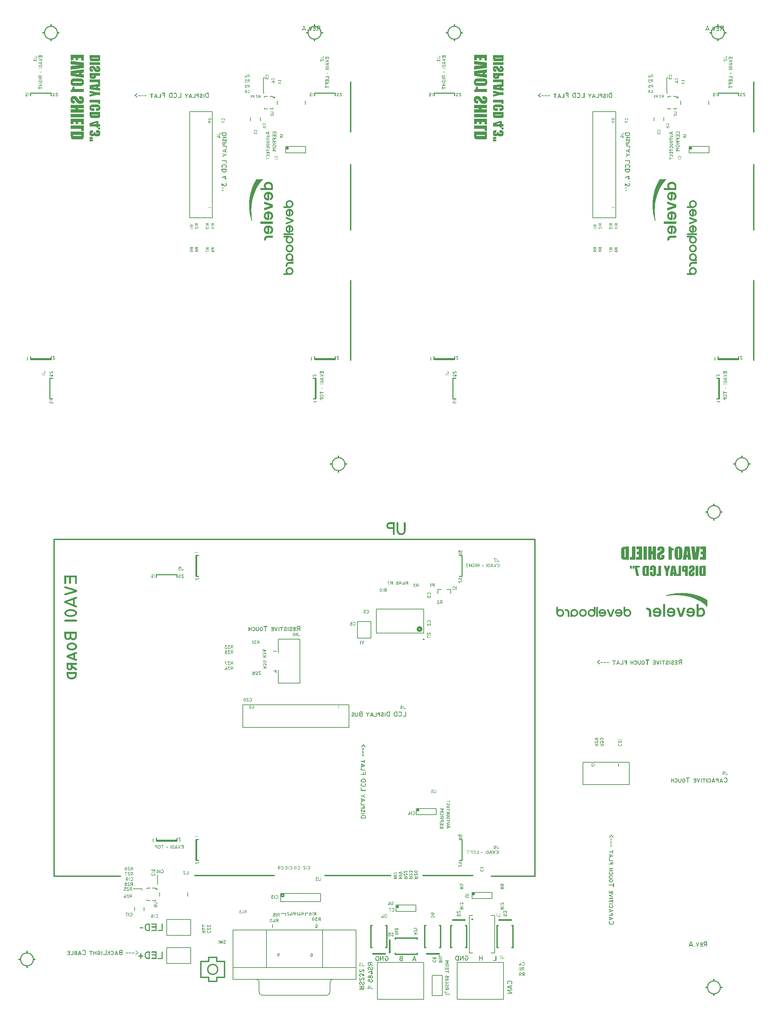
<source format=gbo>
G04 Layer_Color=32896*
%FSLAX44Y44*%
%MOMM*%
G71*
G01*
G75*
%ADD13C,0.2500*%
%ADD14C,0.3500*%
%ADD16C,0.2000*%
%ADD59C,0.3000*%
%ADD100C,0.6000*%
%ADD101C,0.1270*%
%ADD102C,0.4000*%
G36*
X1457194Y654775D02*
X1457456Y654756D01*
X1457708Y654717D01*
X1457941Y654669D01*
X1458164Y654620D01*
X1458358Y654552D01*
X1458552Y654494D01*
X1458717Y654426D01*
X1458863Y654358D01*
X1458999Y654290D01*
X1459115Y654222D01*
X1459202Y654174D01*
X1459280Y654125D01*
X1459338Y654086D01*
X1459367Y654067D01*
X1459377Y654057D01*
X1459581Y653883D01*
X1459765Y653698D01*
X1459920Y653504D01*
X1460047Y653300D01*
X1460163Y653097D01*
X1460260Y652893D01*
X1460338Y652689D01*
X1460396Y652495D01*
X1460444Y652311D01*
X1460483Y652146D01*
X1460503Y651991D01*
X1460522Y651855D01*
X1460532Y651748D01*
X1460541Y651661D01*
Y651612D01*
Y651593D01*
X1460532Y651360D01*
X1460503Y651137D01*
X1460454Y650933D01*
X1460396Y650739D01*
X1460328Y650555D01*
X1460241Y650380D01*
X1460163Y650225D01*
X1460076Y650089D01*
X1459979Y649963D01*
X1459901Y649856D01*
X1459823Y649759D01*
X1459746Y649681D01*
X1459688Y649613D01*
X1459639Y649575D01*
X1459610Y649546D01*
X1459600Y649536D01*
X1459416Y649400D01*
X1459232Y649274D01*
X1459028Y649167D01*
X1458834Y649080D01*
X1458630Y649002D01*
X1458426Y648944D01*
X1458232Y648886D01*
X1458048Y648847D01*
X1457873Y648818D01*
X1457718Y648789D01*
X1457572Y648779D01*
X1457446Y648760D01*
X1457349D01*
X1457272Y648750D01*
X1457204D01*
X1456951Y648760D01*
X1456709Y648779D01*
X1456486Y648818D01*
X1456272Y648866D01*
X1456078Y648924D01*
X1455903Y648992D01*
X1455739Y649060D01*
X1455593Y649138D01*
X1455467Y649206D01*
X1455350Y649274D01*
X1455253Y649342D01*
X1455176Y649400D01*
X1455108Y649448D01*
X1455069Y649487D01*
X1455040Y649507D01*
X1455030Y649516D01*
X1454894Y649672D01*
X1454778Y649827D01*
X1454671Y650002D01*
X1454584Y650176D01*
X1454516Y650351D01*
X1454448Y650535D01*
X1454400Y650710D01*
X1454361Y650875D01*
X1454332Y651040D01*
X1454303Y651185D01*
X1454283Y651321D01*
X1454273Y651438D01*
Y651525D01*
X1454264Y651602D01*
Y651641D01*
Y651661D01*
Y651816D01*
X1454283Y651971D01*
X1454303Y652107D01*
X1454322Y652233D01*
X1454351Y652350D01*
X1454380Y652456D01*
X1454409Y652553D01*
X1454448Y652641D01*
X1454487Y652718D01*
X1454516Y652786D01*
X1454545Y652844D01*
X1454574Y652893D01*
X1454603Y652922D01*
X1454613Y652951D01*
X1454632Y652971D01*
X1454429Y652796D01*
X1454235Y652621D01*
X1454070Y652466D01*
X1453914Y652330D01*
X1453798Y652224D01*
X1453711Y652136D01*
X1453652Y652078D01*
X1453643Y652068D01*
X1453633Y652058D01*
X1453449Y651864D01*
X1453264Y651661D01*
X1453090Y651447D01*
X1452934Y651253D01*
X1452808Y651069D01*
X1452750Y650991D01*
X1452702Y650923D01*
X1452663Y650875D01*
X1452634Y650836D01*
X1452624Y650807D01*
X1452614Y650797D01*
X1452556Y650710D01*
X1452488Y650652D01*
X1452410Y650603D01*
X1452333Y650574D01*
X1452255Y650555D01*
X1452197Y650545D01*
X1452139D01*
X1452042Y650555D01*
X1451954Y650574D01*
X1451877Y650603D01*
X1451799Y650632D01*
X1451741Y650661D01*
X1451702Y650690D01*
X1451673Y650710D01*
X1451663Y650720D01*
X1451595Y650797D01*
X1451547Y650865D01*
X1451508Y650943D01*
X1451489Y651020D01*
X1451469Y651079D01*
X1451460Y651127D01*
Y651166D01*
Y651176D01*
X1451479Y651292D01*
X1451508Y651399D01*
X1451528Y651438D01*
X1451537Y651467D01*
X1451557Y651486D01*
Y651496D01*
X1451712Y651738D01*
X1451857Y651962D01*
X1452013Y652175D01*
X1452158Y652379D01*
X1452304Y652563D01*
X1452449Y652728D01*
X1452585Y652883D01*
X1452711Y653019D01*
X1452837Y653136D01*
X1452944Y653242D01*
X1453031Y653339D01*
X1453119Y653407D01*
X1453187Y653465D01*
X1453235Y653514D01*
X1453264Y653533D01*
X1453274Y653543D01*
X1453614Y653776D01*
X1453963Y653989D01*
X1454312Y654164D01*
X1454477Y654232D01*
X1454632Y654300D01*
X1454788Y654368D01*
X1454924Y654416D01*
X1455040Y654465D01*
X1455147Y654494D01*
X1455234Y654523D01*
X1455292Y654542D01*
X1455341Y654562D01*
X1455350D01*
X1455641Y654640D01*
X1455923Y654688D01*
X1456185Y654727D01*
X1456427Y654756D01*
X1456524Y654766D01*
X1456621Y654775D01*
X1456709D01*
X1456777Y654785D01*
X1456913D01*
X1457194Y654775D01*
D02*
G37*
G36*
X277690Y292946D02*
X277855Y292927D01*
X278020Y292888D01*
X278166Y292839D01*
X278311Y292791D01*
X278447Y292733D01*
X278573Y292665D01*
X278680Y292597D01*
X278787Y292529D01*
X278874Y292461D01*
X278952Y292403D01*
X279020Y292354D01*
X279068Y292306D01*
X279107Y292267D01*
X279126Y292247D01*
X279136Y292238D01*
X279252Y292102D01*
X279349Y291966D01*
X279437Y291820D01*
X279514Y291675D01*
X279582Y291529D01*
X279631Y291394D01*
X279708Y291131D01*
X279737Y291005D01*
X279757Y290899D01*
X279776Y290802D01*
X279786Y290714D01*
X279796Y290646D01*
Y290598D01*
Y290559D01*
Y290549D01*
X279786Y290346D01*
X279767Y290161D01*
X279728Y289977D01*
X279679Y289812D01*
X279621Y289657D01*
X279553Y289511D01*
X279485Y289375D01*
X279408Y289259D01*
X279340Y289152D01*
X279272Y289065D01*
X279204Y288987D01*
X279146Y288919D01*
X279097Y288871D01*
X279058Y288832D01*
X279039Y288813D01*
X279029Y288803D01*
X279214Y288657D01*
X279379Y288502D01*
X279514Y288337D01*
X279631Y288162D01*
X279737Y287988D01*
X279825Y287803D01*
X279893Y287629D01*
X279941Y287454D01*
X279990Y287289D01*
X280019Y287134D01*
X280048Y286998D01*
X280058Y286872D01*
X280067Y286775D01*
X280077Y286707D01*
Y286659D01*
Y286639D01*
X280067Y286426D01*
X280048Y286232D01*
X280009Y286038D01*
X279961Y285853D01*
X279902Y285688D01*
X279834Y285523D01*
X279767Y285378D01*
X279689Y285242D01*
X279621Y285116D01*
X279553Y285009D01*
X279485Y284912D01*
X279427Y284834D01*
X279379Y284776D01*
X279340Y284728D01*
X279320Y284699D01*
X279311Y284689D01*
X279165Y284543D01*
X279010Y284417D01*
X278855Y284310D01*
X278690Y284214D01*
X278534Y284136D01*
X278379Y284078D01*
X278234Y284019D01*
X278088Y283981D01*
X277952Y283942D01*
X277826Y283913D01*
X277719Y283903D01*
X277622Y283884D01*
X277545D01*
X277486Y283874D01*
X277438D01*
X277234Y283884D01*
X277040Y283913D01*
X276856Y283951D01*
X276681Y284000D01*
X276516Y284068D01*
X276361Y284136D01*
X276225Y284204D01*
X276089Y284281D01*
X275973Y284359D01*
X275866Y284427D01*
X275779Y284505D01*
X275701Y284563D01*
X275643Y284611D01*
X275604Y284650D01*
X275575Y284679D01*
X275565Y284689D01*
X275429Y284844D01*
X275303Y285009D01*
X275197Y285174D01*
X275109Y285339D01*
X275032Y285504D01*
X274973Y285669D01*
X274915Y285824D01*
X274876Y285970D01*
X274847Y286105D01*
X274818Y286241D01*
X274799Y286348D01*
X274789Y286445D01*
Y286532D01*
X274779Y286591D01*
Y286629D01*
Y286639D01*
X274789Y286911D01*
X274828Y287163D01*
X274886Y287396D01*
X274954Y287619D01*
X275041Y287823D01*
X275138Y287997D01*
X275245Y288172D01*
X275352Y288318D01*
X275459Y288444D01*
X275565Y288560D01*
X275662Y288657D01*
X275750Y288735D01*
X275818Y288793D01*
X275876Y288832D01*
X275915Y288861D01*
X275924Y288871D01*
X275798Y288997D01*
X275682Y289123D01*
X275585Y289259D01*
X275507Y289395D01*
X275429Y289540D01*
X275371Y289676D01*
X275323Y289812D01*
X275284Y289948D01*
X275255Y290064D01*
X275235Y290181D01*
X275216Y290287D01*
X275206Y290375D01*
X275197Y290452D01*
Y290501D01*
Y290540D01*
Y290549D01*
X275206Y290734D01*
X275226Y290908D01*
X275255Y291073D01*
X275303Y291229D01*
X275352Y291374D01*
X275410Y291510D01*
X275468Y291646D01*
X275536Y291762D01*
X275594Y291869D01*
X275662Y291966D01*
X275721Y292044D01*
X275769Y292111D01*
X275818Y292170D01*
X275847Y292209D01*
X275866Y292228D01*
X275876Y292238D01*
X276002Y292364D01*
X276138Y292470D01*
X276283Y292568D01*
X276419Y292655D01*
X276555Y292723D01*
X276691Y292781D01*
X276827Y292829D01*
X276953Y292868D01*
X277069Y292897D01*
X277176Y292917D01*
X277273Y292936D01*
X277351Y292946D01*
X277418Y292956D01*
X277516D01*
X277690Y292946D01*
D02*
G37*
G36*
X295000Y284573D02*
X294990Y284456D01*
X294971Y284349D01*
X294942Y284262D01*
X294903Y284184D01*
X294855Y284116D01*
X294796Y284068D01*
X294738Y284019D01*
X294680Y283990D01*
X294563Y283942D01*
X294457Y283913D01*
X294418Y283903D01*
X294360D01*
X294243Y283913D01*
X294146Y283932D01*
X294049Y283961D01*
X293981Y284010D01*
X293913Y284058D01*
X293865Y284116D01*
X293777Y284233D01*
X293739Y284359D01*
X293710Y284456D01*
X293700Y284505D01*
Y284534D01*
Y284553D01*
Y284563D01*
Y287668D01*
X292244D01*
X289799Y284194D01*
X289722Y284097D01*
X289634Y284029D01*
X289557Y283971D01*
X289469Y283942D01*
X289401Y283922D01*
X289343Y283913D01*
X289305Y283903D01*
X289295D01*
X289198Y283913D01*
X289110Y283932D01*
X289033Y283961D01*
X288965Y284000D01*
X288907Y284039D01*
X288868Y284068D01*
X288839Y284087D01*
X288829Y284097D01*
X288761Y284175D01*
X288713Y284252D01*
X288674Y284330D01*
X288654Y284408D01*
X288635Y284466D01*
X288625Y284514D01*
Y284553D01*
Y284563D01*
X288635Y284640D01*
X288645Y284708D01*
X288693Y284834D01*
X288722Y284883D01*
X288742Y284922D01*
X288751Y284951D01*
X288761Y284961D01*
X290760Y287668D01*
X290770D01*
X290653Y287677D01*
X290546Y287687D01*
X290352Y287736D01*
X290178Y287803D01*
X290023Y287881D01*
X289906Y287959D01*
X289819Y288027D01*
X289770Y288075D01*
X289751Y288095D01*
X289557Y288240D01*
X289382Y288395D01*
X289227Y288560D01*
X289101Y288725D01*
X288994Y288900D01*
X288897Y289075D01*
X288829Y289249D01*
X288761Y289414D01*
X288722Y289569D01*
X288683Y289715D01*
X288664Y289851D01*
X288645Y289967D01*
X288635Y290064D01*
X288625Y290132D01*
Y290171D01*
Y290190D01*
X288635Y290413D01*
X288654Y290617D01*
X288703Y290811D01*
X288751Y290996D01*
X288810Y291170D01*
X288878Y291326D01*
X288945Y291471D01*
X289023Y291607D01*
X289101Y291723D01*
X289169Y291830D01*
X289237Y291917D01*
X289295Y291995D01*
X289343Y292053D01*
X289382Y292092D01*
X289411Y292121D01*
X289421Y292131D01*
X289566Y292257D01*
X289712Y292354D01*
X289867Y292451D01*
X290023Y292529D01*
X290168Y292597D01*
X290323Y292655D01*
X290469Y292694D01*
X290605Y292733D01*
X290731Y292762D01*
X290847Y292781D01*
X290954Y292800D01*
X291051Y292810D01*
X291119Y292820D01*
X295000D01*
Y284573D01*
D02*
G37*
G36*
X1469441Y654630D02*
X1469762Y654610D01*
X1470062Y654572D01*
X1470344Y654523D01*
X1470615Y654474D01*
X1470877Y654416D01*
X1471110Y654348D01*
X1471324Y654280D01*
X1471518Y654213D01*
X1471692Y654145D01*
X1471838Y654086D01*
X1471964Y654038D01*
X1472061Y653989D01*
X1472139Y653951D01*
X1472177Y653931D01*
X1472197Y653922D01*
X1472449Y653766D01*
X1472672Y653611D01*
X1472857Y653446D01*
X1473022Y653271D01*
X1473158Y653097D01*
X1473274Y652932D01*
X1473371Y652767D01*
X1473449Y652612D01*
X1473507Y652456D01*
X1473546Y652320D01*
X1473584Y652194D01*
X1473604Y652088D01*
X1473613Y652000D01*
X1473623Y651942D01*
Y651894D01*
Y651884D01*
X1473604Y651661D01*
X1473555Y651438D01*
X1473478Y651234D01*
X1473371Y651040D01*
X1473255Y650865D01*
X1473119Y650690D01*
X1472973Y650535D01*
X1472818Y650399D01*
X1472672Y650273D01*
X1472527Y650166D01*
X1472391Y650070D01*
X1472265Y649992D01*
X1472158Y649924D01*
X1472081Y649885D01*
X1472032Y649856D01*
X1472013Y649846D01*
X1471799Y649720D01*
X1471566Y649613D01*
X1471324Y649516D01*
X1471081Y649439D01*
X1470838Y649371D01*
X1470596Y649313D01*
X1470363Y649264D01*
X1470140Y649225D01*
X1469926Y649196D01*
X1469732Y649177D01*
X1469558Y649157D01*
X1469402Y649148D01*
X1469286D01*
X1469189Y649138D01*
X1469111D01*
X1468781Y649148D01*
X1468471Y649167D01*
X1468180Y649206D01*
X1467899Y649245D01*
X1467646Y649293D01*
X1467404Y649352D01*
X1467190Y649419D01*
X1466996Y649487D01*
X1466812Y649546D01*
X1466666Y649613D01*
X1466530Y649672D01*
X1466424Y649720D01*
X1466336Y649759D01*
X1466268Y649798D01*
X1466230Y649817D01*
X1466220Y649827D01*
X1465939Y649982D01*
X1465696Y650147D01*
X1465483Y650312D01*
X1465298Y650487D01*
X1465143Y650661D01*
X1465007Y650826D01*
X1464900Y650991D01*
X1464823Y651156D01*
X1464755Y651302D01*
X1464706Y651447D01*
X1464668Y651564D01*
X1464648Y651670D01*
X1464629Y651758D01*
X1464619Y651826D01*
Y651874D01*
Y651884D01*
X1464638Y652117D01*
X1464687Y652330D01*
X1464765Y652534D01*
X1464871Y652738D01*
X1464988Y652912D01*
X1465124Y653087D01*
X1465269Y653242D01*
X1465424Y653378D01*
X1465570Y653504D01*
X1465715Y653621D01*
X1465851Y653718D01*
X1465968Y653795D01*
X1466075Y653863D01*
X1466152Y653902D01*
X1466201Y653931D01*
X1466220Y653941D01*
X1466434Y654067D01*
X1466657Y654174D01*
X1466889Y654261D01*
X1467132Y654348D01*
X1467375Y654416D01*
X1467617Y654465D01*
X1467850Y654513D01*
X1468073Y654552D01*
X1468287Y654581D01*
X1468490Y654601D01*
X1468665Y654620D01*
X1468811Y654630D01*
X1468937Y654640D01*
X1469111D01*
X1469441Y654630D01*
D02*
G37*
G36*
X1457990Y640289D02*
X1458193Y640270D01*
X1458387Y640221D01*
X1458572Y640173D01*
X1458746Y640114D01*
X1458902Y640046D01*
X1459047Y639979D01*
X1459183Y639901D01*
X1459299Y639823D01*
X1459406Y639755D01*
X1459494Y639688D01*
X1459571Y639629D01*
X1459629Y639581D01*
X1459668Y639542D01*
X1459697Y639513D01*
X1459707Y639503D01*
X1459833Y639358D01*
X1459930Y639212D01*
X1460027Y639057D01*
X1460105Y638901D01*
X1460173Y638756D01*
X1460231Y638601D01*
X1460270Y638455D01*
X1460309Y638319D01*
X1460338Y638193D01*
X1460357Y638077D01*
X1460376Y637970D01*
X1460386Y637873D01*
X1460396Y637805D01*
Y637747D01*
Y637708D01*
Y637698D01*
Y633924D01*
X1452148D01*
X1452032Y633934D01*
X1451925Y633953D01*
X1451838Y633982D01*
X1451760Y634021D01*
X1451692Y634070D01*
X1451644Y634128D01*
X1451595Y634186D01*
X1451566Y634244D01*
X1451518Y634361D01*
X1451489Y634467D01*
X1451479Y634506D01*
Y634535D01*
Y634555D01*
Y634564D01*
X1451489Y634681D01*
X1451508Y634778D01*
X1451537Y634875D01*
X1451586Y634943D01*
X1451634Y635011D01*
X1451692Y635059D01*
X1451809Y635147D01*
X1451935Y635185D01*
X1452032Y635215D01*
X1452081Y635224D01*
X1455244D01*
Y636680D01*
X1451770Y639125D01*
X1451673Y639202D01*
X1451605Y639290D01*
X1451547Y639367D01*
X1451518Y639455D01*
X1451498Y639523D01*
X1451489Y639581D01*
X1451479Y639619D01*
Y639629D01*
X1451489Y639726D01*
X1451508Y639814D01*
X1451537Y639891D01*
X1451576Y639959D01*
X1451615Y640017D01*
X1451644Y640056D01*
X1451663Y640085D01*
X1451673Y640095D01*
X1451751Y640163D01*
X1451828Y640211D01*
X1451906Y640250D01*
X1451983Y640270D01*
X1452042Y640289D01*
X1452090Y640299D01*
X1452139D01*
X1452216Y640289D01*
X1452284Y640279D01*
X1452410Y640231D01*
X1452459Y640202D01*
X1452498Y640182D01*
X1452527Y640173D01*
X1452537Y640163D01*
X1455244Y638164D01*
Y638154D01*
X1455253Y638271D01*
X1455263Y638378D01*
X1455312Y638572D01*
X1455379Y638746D01*
X1455457Y638901D01*
X1455535Y639018D01*
X1455603Y639105D01*
X1455651Y639154D01*
X1455671Y639173D01*
X1455816Y639367D01*
X1455971Y639542D01*
X1456136Y639697D01*
X1456301Y639823D01*
X1456476Y639930D01*
X1456651Y640027D01*
X1456825Y640095D01*
X1456990Y640163D01*
X1457145Y640202D01*
X1457291Y640240D01*
X1457427Y640260D01*
X1457543Y640279D01*
X1457640Y640289D01*
X1457708Y640299D01*
X1457766D01*
X1457990Y640289D01*
D02*
G37*
G36*
X1458465Y647197D02*
X1458630Y647178D01*
X1458785Y647139D01*
X1458931Y647091D01*
X1459193Y646974D01*
X1459319Y646906D01*
X1459426Y646838D01*
X1459523Y646761D01*
X1459610Y646693D01*
X1459688Y646635D01*
X1459755Y646577D01*
X1459804Y646528D01*
X1459843Y646489D01*
X1459862Y646470D01*
X1459872Y646460D01*
X1459979Y646344D01*
X1460076Y646217D01*
X1460163Y646082D01*
X1460231Y645946D01*
X1460289Y645800D01*
X1460338Y645664D01*
X1460415Y645383D01*
X1460444Y645257D01*
X1460464Y645131D01*
X1460473Y645024D01*
X1460483Y644927D01*
X1460493Y644849D01*
Y644791D01*
Y644752D01*
Y644743D01*
Y644568D01*
X1460473Y644403D01*
X1460415Y644092D01*
X1460328Y643801D01*
X1460211Y643540D01*
X1460085Y643307D01*
X1459930Y643093D01*
X1459775Y642899D01*
X1459610Y642734D01*
X1459435Y642598D01*
X1459280Y642472D01*
X1459125Y642375D01*
X1458999Y642288D01*
X1458882Y642230D01*
X1458795Y642191D01*
X1458737Y642162D01*
X1458727Y642152D01*
X1458717D01*
X1458620Y642123D01*
X1458533Y642104D01*
X1458494Y642094D01*
X1458446D01*
X1458349Y642104D01*
X1458261Y642123D01*
X1458184Y642152D01*
X1458116Y642191D01*
X1458067Y642230D01*
X1458019Y642259D01*
X1457999Y642278D01*
X1457990Y642288D01*
X1457931Y642365D01*
X1457892Y642443D01*
X1457854Y642521D01*
X1457834Y642589D01*
X1457825Y642656D01*
X1457815Y642705D01*
Y642734D01*
Y642744D01*
X1457834Y642880D01*
X1457873Y642996D01*
X1457941Y643093D01*
X1458019Y643171D01*
X1458087Y643229D01*
X1458154Y643268D01*
X1458193Y643287D01*
X1458213Y643297D01*
X1458407Y643394D01*
X1458572Y643491D01*
X1458707Y643598D01*
X1458824Y643704D01*
X1458902Y643792D01*
X1458960Y643860D01*
X1458999Y643908D01*
X1459008Y643928D01*
X1459067Y644044D01*
X1459105Y644180D01*
X1459135Y644316D01*
X1459154Y644461D01*
X1459164Y644587D01*
X1459173Y644694D01*
Y644733D01*
Y644762D01*
Y644781D01*
Y644791D01*
X1459164Y644966D01*
X1459135Y645111D01*
X1459086Y645247D01*
X1459037Y645354D01*
X1458979Y645441D01*
X1458940Y645509D01*
X1458902Y645548D01*
X1458892Y645558D01*
X1458785Y645655D01*
X1458669Y645723D01*
X1458552Y645771D01*
X1458446Y645800D01*
X1458349Y645829D01*
X1458271Y645839D01*
X1458203D01*
X1458087Y645829D01*
X1457970Y645810D01*
X1457863Y645781D01*
X1457766Y645742D01*
X1457592Y645635D01*
X1457446Y645519D01*
X1457339Y645393D01*
X1457252Y645296D01*
X1457223Y645247D01*
X1457204Y645218D01*
X1457184Y645199D01*
Y645189D01*
X1457029Y644937D01*
X1456874Y644694D01*
X1456718Y644471D01*
X1456563Y644267D01*
X1456408Y644073D01*
X1456262Y643898D01*
X1456117Y643734D01*
X1455981Y643588D01*
X1455855Y643462D01*
X1455739Y643345D01*
X1455632Y643248D01*
X1455544Y643171D01*
X1455467Y643103D01*
X1455418Y643064D01*
X1455379Y643035D01*
X1455370Y643025D01*
X1455059Y642812D01*
X1454729Y642618D01*
X1454419Y642453D01*
X1454118Y642317D01*
X1453982Y642268D01*
X1453856Y642210D01*
X1453749Y642171D01*
X1453652Y642133D01*
X1453575Y642113D01*
X1453517Y642094D01*
X1453478Y642074D01*
X1453468D01*
X1453138Y641997D01*
X1452818Y641919D01*
X1452498Y641842D01*
X1452352Y641812D01*
X1452207Y641783D01*
X1452081Y641754D01*
X1451954Y641725D01*
X1451848Y641706D01*
X1451760Y641686D01*
X1451683Y641667D01*
X1451634Y641657D01*
X1451595Y641647D01*
X1451586D01*
Y646450D01*
X1451595Y646567D01*
X1451615Y646664D01*
X1451644Y646761D01*
X1451692Y646829D01*
X1451741Y646897D01*
X1451799Y646945D01*
X1451916Y647032D01*
X1452042Y647071D01*
X1452139Y647100D01*
X1452187Y647110D01*
X1452245D01*
X1452362Y647100D01*
X1452459Y647081D01*
X1452556Y647052D01*
X1452624Y647003D01*
X1452692Y646955D01*
X1452740Y646906D01*
X1452828Y646780D01*
X1452867Y646664D01*
X1452896Y646557D01*
X1452905Y646508D01*
Y646479D01*
Y646460D01*
Y646450D01*
Y643258D01*
X1453206Y643355D01*
X1453478Y643462D01*
X1453711Y643559D01*
X1453914Y643656D01*
X1454011Y643704D01*
X1454089Y643743D01*
X1454157Y643782D01*
X1454205Y643821D01*
X1454254Y643840D01*
X1454283Y643860D01*
X1454303Y643879D01*
X1454312D01*
X1454496Y644005D01*
X1454671Y644141D01*
X1454836Y644296D01*
X1455001Y644452D01*
X1455302Y644772D01*
X1455438Y644937D01*
X1455564Y645102D01*
X1455671Y645247D01*
X1455777Y645393D01*
X1455865Y645519D01*
X1455942Y645626D01*
X1456001Y645723D01*
X1456039Y645790D01*
X1456068Y645829D01*
X1456078Y645849D01*
X1456233Y646091D01*
X1456398Y646295D01*
X1456583Y646479D01*
X1456757Y646635D01*
X1456942Y646770D01*
X1457136Y646877D01*
X1457310Y646965D01*
X1457485Y647042D01*
X1457650Y647091D01*
X1457805Y647139D01*
X1457941Y647168D01*
X1458067Y647188D01*
X1458164Y647197D01*
X1458242Y647207D01*
X1458300D01*
X1458465Y647197D01*
D02*
G37*
G36*
X284877Y318482D02*
X285187Y318423D01*
X285478Y318336D01*
X285741Y318220D01*
X285973Y318093D01*
X286187Y317938D01*
X286381Y317783D01*
X286546Y317618D01*
X286682Y317443D01*
X286808Y317288D01*
X286905Y317133D01*
X286992Y317007D01*
X287050Y316890D01*
X287089Y316803D01*
X287118Y316745D01*
X287128Y316735D01*
Y316725D01*
X287157Y316628D01*
X287176Y316541D01*
X287186Y316502D01*
Y316483D01*
Y316463D01*
Y316454D01*
X287176Y316357D01*
X287157Y316269D01*
X287128Y316192D01*
X287089Y316124D01*
X287050Y316075D01*
X287021Y316027D01*
X287002Y316007D01*
X286992Y315998D01*
X286915Y315939D01*
X286837Y315900D01*
X286759Y315862D01*
X286691Y315842D01*
X286623Y315833D01*
X286575Y315823D01*
X286536D01*
X286400Y315842D01*
X286284Y315881D01*
X286187Y315949D01*
X286109Y316027D01*
X286051Y316095D01*
X286012Y316162D01*
X285993Y316201D01*
X285983Y316221D01*
X285886Y316415D01*
X285789Y316580D01*
X285682Y316716D01*
X285576Y316832D01*
X285488Y316910D01*
X285420Y316968D01*
X285372Y317007D01*
X285352Y317016D01*
X285236Y317075D01*
X285100Y317113D01*
X284964Y317143D01*
X284819Y317162D01*
X284693Y317172D01*
X284586Y317181D01*
X284489D01*
X284314Y317172D01*
X284169Y317143D01*
X284033Y317094D01*
X283926Y317045D01*
X283839Y316987D01*
X283771Y316948D01*
X283732Y316910D01*
X283722Y316900D01*
X283625Y316793D01*
X283557Y316677D01*
X283509Y316560D01*
X283480Y316454D01*
X283451Y316357D01*
X283441Y316279D01*
Y316230D01*
Y316211D01*
X283451Y316095D01*
X283470Y315978D01*
X283499Y315871D01*
X283538Y315774D01*
X283645Y315600D01*
X283761Y315454D01*
X283887Y315347D01*
X283984Y315260D01*
X284033Y315231D01*
X284062Y315212D01*
X284081Y315192D01*
X284091D01*
X284343Y315037D01*
X284586Y314882D01*
X284809Y314727D01*
X285013Y314571D01*
X285207Y314416D01*
X285382Y314270D01*
X285546Y314125D01*
X285692Y313989D01*
X285818Y313863D01*
X285935Y313746D01*
X286032Y313640D01*
X286109Y313552D01*
X286177Y313475D01*
X286216Y313426D01*
X286245Y313388D01*
X286255Y313378D01*
X286468Y313067D01*
X286662Y312737D01*
X286827Y312427D01*
X286963Y312126D01*
X287012Y311990D01*
X287070Y311864D01*
X287109Y311757D01*
X287147Y311660D01*
X287167Y311583D01*
X287186Y311525D01*
X287206Y311486D01*
Y311476D01*
X287283Y311146D01*
X287361Y310826D01*
X287439Y310506D01*
X287468Y310360D01*
X287497Y310215D01*
X287526Y310089D01*
X287555Y309962D01*
X287574Y309856D01*
X287594Y309768D01*
X287613Y309691D01*
X287623Y309642D01*
X287633Y309603D01*
Y309594D01*
X282830D01*
X282713Y309603D01*
X282616Y309623D01*
X282519Y309652D01*
X282451Y309700D01*
X282383Y309749D01*
X282335Y309807D01*
X282248Y309924D01*
X282209Y310050D01*
X282180Y310147D01*
X282170Y310195D01*
Y310224D01*
Y310244D01*
Y310254D01*
X282180Y310370D01*
X282199Y310467D01*
X282228Y310564D01*
X282277Y310632D01*
X282325Y310700D01*
X282374Y310748D01*
X282500Y310836D01*
X282616Y310875D01*
X282723Y310904D01*
X282771Y310913D01*
X286022D01*
X285925Y311214D01*
X285818Y311486D01*
X285721Y311719D01*
X285624Y311922D01*
X285576Y312019D01*
X285537Y312097D01*
X285498Y312165D01*
X285459Y312213D01*
X285440Y312262D01*
X285420Y312291D01*
X285401Y312311D01*
Y312320D01*
X285275Y312505D01*
X285139Y312679D01*
X284984Y312844D01*
X284828Y313009D01*
X284508Y313310D01*
X284343Y313446D01*
X284178Y313572D01*
X284033Y313679D01*
X283887Y313785D01*
X283761Y313873D01*
X283654Y313950D01*
X283557Y314009D01*
X283489Y314047D01*
X283451Y314076D01*
X283431Y314086D01*
X283189Y314241D01*
X282985Y314406D01*
X282801Y314591D01*
X282645Y314765D01*
X282509Y314950D01*
X282403Y315144D01*
X282315Y315318D01*
X282238Y315493D01*
X282189Y315658D01*
X282141Y315813D01*
X282112Y315949D01*
X282092Y316075D01*
X282083Y316172D01*
X282073Y316250D01*
Y316289D01*
Y316308D01*
X282083Y316473D01*
X282102Y316638D01*
X282141Y316793D01*
X282189Y316939D01*
X282306Y317201D01*
X282374Y317327D01*
X282442Y317434D01*
X282519Y317531D01*
X282587Y317618D01*
X282645Y317696D01*
X282703Y317764D01*
X282752Y317812D01*
X282791Y317851D01*
X282810Y317870D01*
X282820Y317880D01*
X282936Y317987D01*
X283062Y318084D01*
X283198Y318171D01*
X283334Y318239D01*
X283480Y318297D01*
X283616Y318346D01*
X283897Y318423D01*
X284023Y318452D01*
X284149Y318472D01*
X284256Y318482D01*
X284353Y318491D01*
X284431Y318501D01*
X284712D01*
X284877Y318482D01*
D02*
G37*
G36*
X295356Y323111D02*
X295346Y322994D01*
X295327Y322887D01*
X295298Y322800D01*
X295259Y322722D01*
X295210Y322654D01*
X295152Y322606D01*
X295094Y322557D01*
X295036Y322528D01*
X294919Y322480D01*
X294813Y322451D01*
X294774Y322441D01*
X294716D01*
X294599Y322451D01*
X294502Y322470D01*
X294405Y322499D01*
X294337Y322548D01*
X294269Y322596D01*
X294221Y322654D01*
X294133Y322771D01*
X294095Y322897D01*
X294065Y322994D01*
X294056Y323043D01*
Y323072D01*
Y323091D01*
Y323101D01*
Y326206D01*
X292600D01*
X290155Y322732D01*
X290078Y322635D01*
X289990Y322567D01*
X289913Y322509D01*
X289825Y322480D01*
X289757Y322460D01*
X289699Y322451D01*
X289660Y322441D01*
X289651D01*
X289554Y322451D01*
X289466Y322470D01*
X289389Y322499D01*
X289321Y322538D01*
X289263Y322577D01*
X289224Y322606D01*
X289195Y322625D01*
X289185Y322635D01*
X289117Y322713D01*
X289069Y322790D01*
X289030Y322868D01*
X289010Y322946D01*
X288991Y323004D01*
X288981Y323052D01*
Y323091D01*
Y323101D01*
X288991Y323178D01*
X289001Y323246D01*
X289049Y323372D01*
X289078Y323421D01*
X289098Y323460D01*
X289107Y323489D01*
X289117Y323499D01*
X291116Y326206D01*
X291126D01*
X291009Y326215D01*
X290902Y326225D01*
X290708Y326274D01*
X290534Y326342D01*
X290378Y326419D01*
X290262Y326497D01*
X290175Y326565D01*
X290126Y326613D01*
X290107Y326633D01*
X289913Y326778D01*
X289738Y326933D01*
X289583Y327098D01*
X289457Y327263D01*
X289350Y327438D01*
X289253Y327613D01*
X289185Y327787D01*
X289117Y327952D01*
X289078Y328107D01*
X289039Y328253D01*
X289020Y328389D01*
X289001Y328505D01*
X288991Y328602D01*
X288981Y328670D01*
Y328709D01*
Y328728D01*
X288991Y328952D01*
X289010Y329155D01*
X289059Y329349D01*
X289107Y329534D01*
X289166Y329708D01*
X289233Y329864D01*
X289301Y330009D01*
X289379Y330145D01*
X289457Y330261D01*
X289525Y330368D01*
X289592Y330456D01*
X289651Y330533D01*
X289699Y330591D01*
X289738Y330630D01*
X289767Y330659D01*
X289777Y330669D01*
X289922Y330795D01*
X290068Y330892D01*
X290223Y330989D01*
X290378Y331067D01*
X290524Y331135D01*
X290679Y331193D01*
X290825Y331232D01*
X290961Y331270D01*
X291087Y331300D01*
X291203Y331319D01*
X291310Y331339D01*
X291407Y331348D01*
X291475Y331358D01*
X295356D01*
Y323111D01*
D02*
G37*
G36*
X276950Y331436D02*
X277047Y331406D01*
X277095Y331387D01*
X277124Y331377D01*
X277144Y331358D01*
X277153D01*
X277396Y331203D01*
X277619Y331057D01*
X277833Y330902D01*
X278027Y330747D01*
X278211Y330601D01*
X278376Y330456D01*
X278531Y330320D01*
X278667Y330193D01*
X278793Y330077D01*
X278900Y329961D01*
X278987Y329873D01*
X279065Y329786D01*
X279123Y329718D01*
X279162Y329670D01*
X279191Y329641D01*
X279201Y329631D01*
X279434Y329301D01*
X279637Y328942D01*
X279812Y328602D01*
X279890Y328428D01*
X279948Y328272D01*
X280016Y328127D01*
X280064Y327991D01*
X280113Y327865D01*
X280142Y327758D01*
X280171Y327671D01*
X280191Y327613D01*
X280210Y327564D01*
Y327554D01*
X280278Y327263D01*
X280336Y326992D01*
X280375Y326720D01*
X280394Y326487D01*
X280404Y326380D01*
X280414Y326283D01*
Y326196D01*
X280423Y326128D01*
Y326070D01*
Y326031D01*
Y326002D01*
Y325992D01*
X280414Y325711D01*
X280394Y325449D01*
X280355Y325197D01*
X280307Y324964D01*
X280258Y324740D01*
X280200Y324537D01*
X280132Y324352D01*
X280064Y324178D01*
X279996Y324032D01*
X279928Y323896D01*
X279870Y323780D01*
X279822Y323693D01*
X279773Y323615D01*
X279734Y323567D01*
X279715Y323528D01*
X279705Y323518D01*
X279531Y323314D01*
X279346Y323140D01*
X279152Y322984D01*
X278948Y322858D01*
X278745Y322742D01*
X278541Y322654D01*
X278347Y322577D01*
X278153Y322519D01*
X277969Y322470D01*
X277794Y322431D01*
X277648Y322412D01*
X277512Y322393D01*
X277406Y322383D01*
X277318Y322373D01*
X277251D01*
X277018Y322383D01*
X276794Y322412D01*
X276581Y322460D01*
X276387Y322519D01*
X276203Y322587D01*
X276038Y322664D01*
X275882Y322752D01*
X275737Y322839D01*
X275611Y322926D01*
X275504Y323013D01*
X275407Y323091D01*
X275329Y323159D01*
X275261Y323217D01*
X275223Y323266D01*
X275194Y323295D01*
X275184Y323304D01*
X275048Y323489D01*
X274922Y323673D01*
X274815Y323877D01*
X274728Y324081D01*
X274650Y324275D01*
X274582Y324479D01*
X274534Y324673D01*
X274485Y324857D01*
X274456Y325032D01*
X274427Y325187D01*
X274408Y325332D01*
X274398Y325459D01*
Y325565D01*
X274388Y325633D01*
Y325682D01*
Y325701D01*
X274398Y325953D01*
X274417Y326196D01*
X274456Y326419D01*
X274505Y326623D01*
X274573Y326817D01*
X274631Y326992D01*
X274708Y327156D01*
X274776Y327302D01*
X274844Y327438D01*
X274922Y327545D01*
X274980Y327642D01*
X275038Y327719D01*
X275096Y327787D01*
X275135Y327826D01*
X275155Y327855D01*
X275164Y327865D01*
X275320Y328001D01*
X275475Y328127D01*
X275650Y328234D01*
X275824Y328321D01*
X276009Y328399D01*
X276183Y328457D01*
X276358Y328515D01*
X276532Y328554D01*
X276698Y328583D01*
X276843Y328612D01*
X276979Y328631D01*
X277095Y328641D01*
X277183D01*
X277260Y328651D01*
X277474D01*
X277619Y328631D01*
X277755Y328612D01*
X277881Y328593D01*
X277998Y328563D01*
X278104Y328534D01*
X278201Y328495D01*
X278289Y328466D01*
X278366Y328428D01*
X278434Y328389D01*
X278493Y328360D01*
X278541Y328331D01*
X278570Y328311D01*
X278599Y328292D01*
X278609Y328272D01*
X278619D01*
X278444Y328476D01*
X278269Y328670D01*
X278114Y328845D01*
X277978Y328990D01*
X277871Y329107D01*
X277784Y329194D01*
X277726Y329252D01*
X277707Y329272D01*
X277512Y329456D01*
X277309Y329641D01*
X277095Y329815D01*
X276901Y329970D01*
X276717Y330097D01*
X276639Y330155D01*
X276571Y330203D01*
X276523Y330242D01*
X276484Y330271D01*
X276455Y330281D01*
X276445Y330291D01*
X276358Y330349D01*
X276300Y330417D01*
X276251Y330494D01*
X276222Y330572D01*
X276203Y330650D01*
X276193Y330708D01*
Y330747D01*
Y330766D01*
X276203Y330863D01*
X276222Y330950D01*
X276251Y331028D01*
X276280Y331096D01*
X276319Y331154D01*
X276348Y331193D01*
X276368Y331222D01*
X276377Y331232D01*
X276445Y331309D01*
X276523Y331358D01*
X276600Y331397D01*
X276668Y331426D01*
X276736Y331445D01*
X276785Y331455D01*
X276833D01*
X276950Y331436D01*
D02*
G37*
G36*
X284521Y292897D02*
X284832Y292839D01*
X285123Y292752D01*
X285385Y292635D01*
X285617Y292509D01*
X285831Y292354D01*
X286025Y292199D01*
X286190Y292034D01*
X286326Y291859D01*
X286452Y291704D01*
X286549Y291549D01*
X286636Y291423D01*
X286694Y291306D01*
X286733Y291219D01*
X286762Y291161D01*
X286772Y291151D01*
Y291141D01*
X286801Y291044D01*
X286821Y290957D01*
X286830Y290918D01*
Y290899D01*
Y290879D01*
Y290870D01*
X286821Y290772D01*
X286801Y290685D01*
X286772Y290608D01*
X286733Y290540D01*
X286694Y290491D01*
X286665Y290443D01*
X286646Y290423D01*
X286636Y290413D01*
X286559Y290355D01*
X286481Y290317D01*
X286403Y290278D01*
X286335Y290258D01*
X286268Y290249D01*
X286219Y290239D01*
X286180D01*
X286044Y290258D01*
X285928Y290297D01*
X285831Y290365D01*
X285753Y290443D01*
X285695Y290511D01*
X285656Y290578D01*
X285637Y290617D01*
X285627Y290637D01*
X285530Y290831D01*
X285433Y290996D01*
X285326Y291131D01*
X285220Y291248D01*
X285132Y291326D01*
X285064Y291384D01*
X285016Y291423D01*
X284996Y291432D01*
X284880Y291491D01*
X284744Y291529D01*
X284608Y291558D01*
X284463Y291578D01*
X284337Y291588D01*
X284230Y291597D01*
X284133D01*
X283958Y291588D01*
X283813Y291558D01*
X283677Y291510D01*
X283570Y291461D01*
X283483Y291403D01*
X283415Y291364D01*
X283376Y291326D01*
X283366Y291316D01*
X283269Y291209D01*
X283201Y291093D01*
X283153Y290976D01*
X283124Y290870D01*
X283095Y290772D01*
X283085Y290695D01*
Y290646D01*
Y290627D01*
X283095Y290511D01*
X283114Y290394D01*
X283143Y290287D01*
X283182Y290190D01*
X283289Y290016D01*
X283405Y289870D01*
X283531Y289764D01*
X283628Y289676D01*
X283677Y289647D01*
X283706Y289628D01*
X283725Y289608D01*
X283735D01*
X283987Y289453D01*
X284230Y289298D01*
X284453Y289142D01*
X284657Y288987D01*
X284851Y288832D01*
X285026Y288686D01*
X285191Y288541D01*
X285336Y288405D01*
X285462Y288279D01*
X285579Y288162D01*
X285676Y288056D01*
X285753Y287968D01*
X285821Y287891D01*
X285860Y287842D01*
X285889Y287803D01*
X285899Y287794D01*
X286112Y287483D01*
X286306Y287153D01*
X286471Y286843D01*
X286607Y286542D01*
X286656Y286406D01*
X286714Y286280D01*
X286753Y286173D01*
X286791Y286076D01*
X286811Y285999D01*
X286830Y285941D01*
X286850Y285902D01*
Y285892D01*
X286927Y285562D01*
X287005Y285242D01*
X287083Y284922D01*
X287112Y284776D01*
X287141Y284631D01*
X287170Y284505D01*
X287199Y284378D01*
X287218Y284272D01*
X287238Y284184D01*
X287257Y284107D01*
X287267Y284058D01*
X287277Y284019D01*
Y284010D01*
X282474D01*
X282357Y284019D01*
X282260Y284039D01*
X282163Y284068D01*
X282095Y284116D01*
X282027Y284165D01*
X281979Y284223D01*
X281891Y284340D01*
X281853Y284466D01*
X281824Y284563D01*
X281814Y284611D01*
Y284640D01*
Y284660D01*
Y284669D01*
X281824Y284786D01*
X281843Y284883D01*
X281872Y284980D01*
X281921Y285048D01*
X281969Y285116D01*
X282018Y285164D01*
X282144Y285252D01*
X282260Y285291D01*
X282367Y285320D01*
X282416Y285329D01*
X285666D01*
X285569Y285630D01*
X285462Y285902D01*
X285365Y286135D01*
X285268Y286338D01*
X285220Y286435D01*
X285181Y286513D01*
X285142Y286581D01*
X285103Y286629D01*
X285084Y286678D01*
X285064Y286707D01*
X285045Y286726D01*
Y286736D01*
X284919Y286921D01*
X284783Y287095D01*
X284628Y287260D01*
X284473Y287425D01*
X284152Y287726D01*
X283987Y287862D01*
X283822Y287988D01*
X283677Y288095D01*
X283531Y288201D01*
X283405Y288289D01*
X283298Y288366D01*
X283201Y288424D01*
X283134Y288463D01*
X283095Y288492D01*
X283075Y288502D01*
X282833Y288657D01*
X282629Y288822D01*
X282445Y289007D01*
X282289Y289181D01*
X282153Y289366D01*
X282047Y289560D01*
X281959Y289734D01*
X281882Y289909D01*
X281833Y290074D01*
X281785Y290229D01*
X281756Y290365D01*
X281736Y290491D01*
X281727Y290588D01*
X281717Y290666D01*
Y290705D01*
Y290724D01*
X281727Y290889D01*
X281746Y291054D01*
X281785Y291209D01*
X281833Y291355D01*
X281950Y291617D01*
X282018Y291743D01*
X282086Y291850D01*
X282163Y291947D01*
X282231Y292034D01*
X282289Y292111D01*
X282348Y292180D01*
X282396Y292228D01*
X282435Y292267D01*
X282454Y292286D01*
X282464Y292296D01*
X282580Y292403D01*
X282707Y292500D01*
X282842Y292587D01*
X282978Y292655D01*
X283124Y292713D01*
X283260Y292762D01*
X283541Y292839D01*
X283667Y292868D01*
X283793Y292888D01*
X283900Y292897D01*
X283997Y292907D01*
X284075Y292917D01*
X284356D01*
X284521Y292897D01*
D02*
G37*
G36*
X279909Y318394D02*
X280006Y318375D01*
X280093Y318346D01*
X280171Y318297D01*
X280229Y318249D01*
X280278Y318200D01*
X280355Y318074D01*
X280404Y317957D01*
X280423Y317851D01*
X280433Y317802D01*
Y317773D01*
Y317754D01*
Y317744D01*
X280423Y317628D01*
X280404Y317531D01*
X280375Y317443D01*
X280336Y317366D01*
X280287Y317298D01*
X280229Y317249D01*
X280113Y317172D01*
X280006Y317123D01*
X279899Y317094D01*
X279861Y317084D01*
X276717D01*
X279424Y310380D01*
X279463Y310283D01*
X279482Y310186D01*
X279492Y310156D01*
Y310127D01*
Y310108D01*
Y310098D01*
X279482Y310001D01*
X279463Y309914D01*
X279434Y309836D01*
X279395Y309768D01*
X279356Y309720D01*
X279327Y309671D01*
X279307Y309652D01*
X279298Y309642D01*
X279220Y309584D01*
X279143Y309536D01*
X279065Y309506D01*
X278997Y309477D01*
X278939Y309468D01*
X278881Y309458D01*
X278842D01*
X278696Y309477D01*
X278580Y309526D01*
X278483Y309584D01*
X278405Y309662D01*
X278347Y309739D01*
X278308Y309797D01*
X278289Y309846D01*
X278279Y309865D01*
X275426Y317075D01*
X275368Y317230D01*
X275329Y317366D01*
X275291Y317482D01*
X275271Y317579D01*
X275261Y317657D01*
X275252Y317715D01*
Y317744D01*
Y317754D01*
X275261Y317861D01*
X275291Y317957D01*
X275320Y318016D01*
X275329Y318025D01*
Y318035D01*
X275368Y318103D01*
X275407Y318161D01*
X275446Y318210D01*
X275485Y318249D01*
X275543Y318287D01*
X275553Y318307D01*
X275562D01*
X275601Y318326D01*
X275640Y318336D01*
X275756Y318365D01*
X275882Y318384D01*
X276009Y318394D01*
X276135Y318404D01*
X279802D01*
X279909Y318394D01*
D02*
G37*
G36*
X295356Y310156D02*
X295346Y310040D01*
X295327Y309933D01*
X295298Y309846D01*
X295259Y309768D01*
X295210Y309700D01*
X295152Y309652D01*
X295094Y309603D01*
X295036Y309574D01*
X294919Y309526D01*
X294813Y309497D01*
X294774Y309487D01*
X294716D01*
X294599Y309497D01*
X294502Y309516D01*
X294405Y309545D01*
X294337Y309594D01*
X294269Y309642D01*
X294221Y309700D01*
X294133Y309817D01*
X294095Y309943D01*
X294065Y310040D01*
X294056Y310089D01*
Y310118D01*
Y310137D01*
Y310147D01*
Y313252D01*
X292600D01*
X290155Y309778D01*
X290078Y309681D01*
X289990Y309613D01*
X289913Y309555D01*
X289825Y309526D01*
X289757Y309506D01*
X289699Y309497D01*
X289660Y309487D01*
X289651D01*
X289554Y309497D01*
X289466Y309516D01*
X289389Y309545D01*
X289321Y309584D01*
X289263Y309623D01*
X289224Y309652D01*
X289195Y309671D01*
X289185Y309681D01*
X289117Y309759D01*
X289069Y309836D01*
X289030Y309914D01*
X289010Y309991D01*
X288991Y310050D01*
X288981Y310098D01*
Y310137D01*
Y310147D01*
X288991Y310224D01*
X289001Y310292D01*
X289049Y310418D01*
X289078Y310467D01*
X289098Y310506D01*
X289107Y310535D01*
X289117Y310545D01*
X291116Y313252D01*
X291126D01*
X291009Y313261D01*
X290902Y313271D01*
X290708Y313320D01*
X290534Y313388D01*
X290378Y313465D01*
X290262Y313543D01*
X290175Y313611D01*
X290126Y313659D01*
X290107Y313679D01*
X289913Y313824D01*
X289738Y313979D01*
X289583Y314144D01*
X289457Y314309D01*
X289350Y314484D01*
X289253Y314659D01*
X289185Y314833D01*
X289117Y314998D01*
X289078Y315153D01*
X289039Y315299D01*
X289020Y315435D01*
X289001Y315551D01*
X288991Y315648D01*
X288981Y315716D01*
Y315755D01*
Y315774D01*
X288991Y315998D01*
X289010Y316201D01*
X289059Y316395D01*
X289107Y316580D01*
X289166Y316754D01*
X289233Y316910D01*
X289301Y317055D01*
X289379Y317191D01*
X289457Y317307D01*
X289525Y317414D01*
X289592Y317502D01*
X289651Y317579D01*
X289699Y317637D01*
X289738Y317676D01*
X289767Y317705D01*
X289777Y317715D01*
X289922Y317841D01*
X290068Y317938D01*
X290223Y318035D01*
X290378Y318113D01*
X290524Y318181D01*
X290679Y318239D01*
X290825Y318278D01*
X290961Y318316D01*
X291087Y318346D01*
X291203Y318365D01*
X291310Y318384D01*
X291407Y318394D01*
X291475Y318404D01*
X295356D01*
Y310156D01*
D02*
G37*
G36*
X546066Y878239D02*
X546056Y878122D01*
X546037Y878015D01*
X546008Y877928D01*
X545969Y877850D01*
X545920Y877782D01*
X545862Y877734D01*
X545804Y877685D01*
X545746Y877656D01*
X545629Y877608D01*
X545523Y877579D01*
X545484Y877569D01*
X545426D01*
X545309Y877579D01*
X545212Y877598D01*
X545115Y877627D01*
X545047Y877676D01*
X544979Y877724D01*
X544931Y877782D01*
X544843Y877899D01*
X544805Y878025D01*
X544776Y878122D01*
X544766Y878170D01*
Y878200D01*
Y878219D01*
Y878229D01*
Y881334D01*
X543310D01*
X540865Y877860D01*
X540788Y877763D01*
X540700Y877695D01*
X540623Y877637D01*
X540535Y877608D01*
X540467Y877588D01*
X540409Y877579D01*
X540370Y877569D01*
X540361D01*
X540264Y877579D01*
X540176Y877598D01*
X540099Y877627D01*
X540031Y877666D01*
X539973Y877705D01*
X539934Y877734D01*
X539905Y877753D01*
X539895Y877763D01*
X539827Y877841D01*
X539779Y877918D01*
X539740Y877996D01*
X539720Y878074D01*
X539701Y878132D01*
X539691Y878180D01*
Y878219D01*
Y878229D01*
X539701Y878306D01*
X539711Y878374D01*
X539759Y878500D01*
X539788Y878549D01*
X539808Y878588D01*
X539817Y878617D01*
X539827Y878627D01*
X541826Y881334D01*
X541836D01*
X541719Y881343D01*
X541612Y881353D01*
X541418Y881402D01*
X541244Y881469D01*
X541088Y881547D01*
X540972Y881625D01*
X540885Y881693D01*
X540836Y881741D01*
X540817Y881761D01*
X540623Y881906D01*
X540448Y882061D01*
X540293Y882226D01*
X540167Y882391D01*
X540060Y882566D01*
X539963Y882741D01*
X539895Y882915D01*
X539827Y883080D01*
X539788Y883235D01*
X539749Y883381D01*
X539730Y883517D01*
X539711Y883633D01*
X539701Y883730D01*
X539691Y883798D01*
Y883837D01*
Y883856D01*
X539701Y884080D01*
X539720Y884283D01*
X539769Y884477D01*
X539817Y884662D01*
X539876Y884836D01*
X539944Y884992D01*
X540011Y885137D01*
X540089Y885273D01*
X540167Y885389D01*
X540235Y885496D01*
X540303Y885583D01*
X540361Y885661D01*
X540409Y885719D01*
X540448Y885758D01*
X540477Y885787D01*
X540487Y885797D01*
X540632Y885923D01*
X540778Y886020D01*
X540933Y886117D01*
X541088Y886195D01*
X541234Y886263D01*
X541389Y886321D01*
X541535Y886360D01*
X541671Y886398D01*
X541797Y886428D01*
X541913Y886447D01*
X542020Y886466D01*
X542117Y886476D01*
X542185Y886486D01*
X546066D01*
Y878239D01*
D02*
G37*
G36*
X605683Y821107D02*
X605896Y821078D01*
X606090Y821039D01*
X606275Y820990D01*
X606449Y820922D01*
X606614Y820854D01*
X606769Y820777D01*
X606905Y820699D01*
X607032Y820622D01*
X607148Y820544D01*
X607245Y820476D01*
X607323Y820408D01*
X607381Y820360D01*
X607429Y820321D01*
X607458Y820292D01*
X607468Y820282D01*
X607623Y820107D01*
X607769Y819913D01*
X607885Y819719D01*
X607992Y819516D01*
X608079Y819312D01*
X608147Y819108D01*
X608205Y818914D01*
X608254Y818720D01*
X608293Y818545D01*
X608322Y818380D01*
X608341Y818235D01*
X608361Y818109D01*
Y818002D01*
X608371Y817924D01*
Y817876D01*
Y817856D01*
X608361Y817614D01*
X608341Y817381D01*
X608312Y817158D01*
X608273Y816954D01*
X608215Y816760D01*
X608157Y816575D01*
X608089Y816401D01*
X608012Y816246D01*
X607924Y816090D01*
X607837Y815945D01*
X607740Y815819D01*
X607643Y815693D01*
X607439Y815479D01*
X607225Y815295D01*
X607002Y815149D01*
X606799Y815023D01*
X606605Y814936D01*
X606430Y814858D01*
X606284Y814810D01*
X606226Y814790D01*
X606168Y814771D01*
X606129Y814761D01*
X606100D01*
X606081Y814751D01*
X606071D01*
X607313Y813354D01*
X607439Y813257D01*
X607555Y813160D01*
X607653Y813073D01*
X607730Y812995D01*
X607808Y812927D01*
X607866Y812859D01*
X607914Y812801D01*
X607953Y812753D01*
X608002Y812665D01*
X608031Y812607D01*
X608041Y812568D01*
Y812559D01*
X608031Y812491D01*
X608021Y812423D01*
X607963Y812326D01*
X607885Y812258D01*
X607798Y812209D01*
X607701Y812180D01*
X607623Y812170D01*
X607565Y812161D01*
X607546D01*
X603703Y812180D01*
X603597Y812190D01*
X603500Y812209D01*
X603412Y812238D01*
X603335Y812287D01*
X603276Y812335D01*
X603228Y812384D01*
X603150Y812510D01*
X603102Y812626D01*
X603082Y812733D01*
X603073Y812782D01*
Y812811D01*
Y812830D01*
Y812840D01*
X603082Y812956D01*
X603102Y813053D01*
X603131Y813141D01*
X603170Y813209D01*
X603218Y813277D01*
X603276Y813325D01*
X603393Y813403D01*
X603509Y813441D01*
X603616Y813471D01*
X603655Y813480D01*
X605770D01*
X604567Y814781D01*
X604480Y814839D01*
X604412Y814897D01*
X604344Y814945D01*
X604295Y815004D01*
X604208Y815101D01*
X604150Y815198D01*
X604121Y815275D01*
X604101Y815333D01*
X604091Y815372D01*
Y815382D01*
X604101Y815450D01*
X604121Y815518D01*
X604179Y815634D01*
X604208Y815683D01*
X604237Y815722D01*
X604257Y815741D01*
X604266Y815751D01*
X604334Y815809D01*
X604412Y815848D01*
X604480Y815877D01*
X604548Y815896D01*
X604616Y815916D01*
X604664Y815925D01*
X604703D01*
X604848Y815935D01*
X604984Y815945D01*
X605110Y815955D01*
X605227Y815964D01*
X605324D01*
X605392Y815974D01*
X605460D01*
X605702Y816022D01*
X605925Y816090D01*
X606110Y816168D01*
X606265Y816246D01*
X606391Y816313D01*
X606478Y816372D01*
X606537Y816411D01*
X606556Y816430D01*
X606653Y816527D01*
X606740Y816624D01*
X606808Y816740D01*
X606866Y816857D01*
X606964Y817090D01*
X607032Y817323D01*
X607051Y817429D01*
X607070Y817526D01*
X607080Y817623D01*
X607090Y817701D01*
X607099Y817769D01*
Y817818D01*
Y817847D01*
Y817856D01*
X607090Y818021D01*
X607080Y818176D01*
X607051Y818322D01*
X607012Y818458D01*
X606925Y818720D01*
X606866Y818827D01*
X606818Y818933D01*
X606769Y819030D01*
X606711Y819108D01*
X606663Y819186D01*
X606624Y819244D01*
X606585Y819292D01*
X606566Y819321D01*
X606546Y819341D01*
X606537Y819351D01*
X606362Y819486D01*
X606187Y819583D01*
X606003Y819661D01*
X605828Y819709D01*
X605683Y819739D01*
X605615Y819748D01*
X605557D01*
X605518Y819758D01*
X605450D01*
X605275Y819748D01*
X605110Y819719D01*
X604965Y819680D01*
X604848Y819642D01*
X604751Y819603D01*
X604674Y819564D01*
X604635Y819535D01*
X604616Y819525D01*
X604450Y819380D01*
X604305Y819234D01*
X604198Y819089D01*
X604101Y818953D01*
X604033Y818836D01*
X603994Y818739D01*
X603965Y818681D01*
X603956Y818671D01*
Y818662D01*
X603927Y818565D01*
X603888Y818477D01*
X603849Y818409D01*
X603800Y818351D01*
X603703Y818254D01*
X603597Y818186D01*
X603509Y818147D01*
X603432Y818128D01*
X603373Y818118D01*
X603354D01*
X603267Y818128D01*
X603180Y818147D01*
X603102Y818176D01*
X603034Y818206D01*
X602985Y818235D01*
X602947Y818264D01*
X602918Y818283D01*
X602908Y818293D01*
X602840Y818361D01*
X602791Y818438D01*
X602762Y818516D01*
X602743Y818584D01*
X602723Y818652D01*
X602714Y818700D01*
Y818739D01*
Y818749D01*
X602723Y818836D01*
X602733Y818914D01*
X602743Y818982D01*
X602752Y818991D01*
Y819001D01*
X602821Y819186D01*
X602888Y819360D01*
X602966Y819525D01*
X603053Y819671D01*
X603141Y819816D01*
X603238Y819952D01*
X603325Y820069D01*
X603422Y820175D01*
X603500Y820272D01*
X603587Y820350D01*
X603655Y820427D01*
X603723Y820486D01*
X603771Y820534D01*
X603810Y820563D01*
X603839Y820583D01*
X603849Y820592D01*
X603985Y820680D01*
X604121Y820767D01*
X604266Y820835D01*
X604402Y820893D01*
X604674Y820990D01*
X604926Y821049D01*
X605042Y821068D01*
X605149Y821087D01*
X605237Y821097D01*
X605314Y821107D01*
X605382Y821116D01*
X605469D01*
X605683Y821107D01*
D02*
G37*
G36*
X614978Y820981D02*
X615075Y820961D01*
X615172Y820932D01*
X615240Y820883D01*
X615308Y820835D01*
X615356Y820777D01*
X615444Y820660D01*
X615483Y820534D01*
X615512Y820437D01*
X615521Y820389D01*
Y820360D01*
Y820340D01*
Y820331D01*
X615512Y820214D01*
X615492Y820117D01*
X615463Y820020D01*
X615415Y819952D01*
X615366Y819884D01*
X615318Y819836D01*
X615191Y819748D01*
X615075Y819709D01*
X614968Y819680D01*
X614920Y819671D01*
X611669D01*
X611766Y819370D01*
X611873Y819098D01*
X611970Y818865D01*
X612067Y818662D01*
X612116Y818565D01*
X612155Y818487D01*
X612193Y818419D01*
X612232Y818371D01*
X612252Y818322D01*
X612271Y818293D01*
X612290Y818273D01*
Y818264D01*
X612416Y818079D01*
X612552Y817905D01*
X612708Y817740D01*
X612863Y817575D01*
X613183Y817274D01*
X613348Y817138D01*
X613513Y817012D01*
X613658Y816905D01*
X613804Y816799D01*
X613930Y816711D01*
X614037Y816634D01*
X614134Y816575D01*
X614202Y816537D01*
X614241Y816508D01*
X614260Y816498D01*
X614503Y816343D01*
X614706Y816178D01*
X614891Y815993D01*
X615046Y815819D01*
X615182Y815634D01*
X615289Y815440D01*
X615376Y815266D01*
X615453Y815091D01*
X615502Y814926D01*
X615550Y814771D01*
X615580Y814635D01*
X615599Y814509D01*
X615609Y814412D01*
X615619Y814334D01*
Y814295D01*
Y814276D01*
X615609Y814111D01*
X615589Y813946D01*
X615550Y813791D01*
X615502Y813645D01*
X615386Y813383D01*
X615318Y813257D01*
X615250Y813150D01*
X615172Y813053D01*
X615104Y812966D01*
X615046Y812888D01*
X614988Y812821D01*
X614939Y812772D01*
X614900Y812733D01*
X614881Y812714D01*
X614871Y812704D01*
X614755Y812597D01*
X614629Y812500D01*
X614493Y812413D01*
X614357Y812345D01*
X614212Y812287D01*
X614076Y812238D01*
X613794Y812161D01*
X613668Y812132D01*
X613542Y812112D01*
X613435Y812103D01*
X613338Y812093D01*
X613261Y812083D01*
X612979D01*
X612814Y812103D01*
X612504Y812161D01*
X612213Y812248D01*
X611951Y812365D01*
X611718Y812491D01*
X611505Y812646D01*
X611310Y812801D01*
X611146Y812966D01*
X611010Y813141D01*
X610883Y813296D01*
X610787Y813451D01*
X610699Y813577D01*
X610641Y813694D01*
X610602Y813781D01*
X610573Y813839D01*
X610563Y813849D01*
Y813859D01*
X610534Y813956D01*
X610515Y814043D01*
X610505Y814082D01*
Y814101D01*
Y814121D01*
Y814130D01*
X610515Y814227D01*
X610534Y814315D01*
X610563Y814392D01*
X610602Y814460D01*
X610641Y814509D01*
X610670Y814557D01*
X610689Y814577D01*
X610699Y814586D01*
X610777Y814645D01*
X610854Y814684D01*
X610932Y814722D01*
X611000Y814742D01*
X611068Y814751D01*
X611116Y814761D01*
X611155D01*
X611291Y814742D01*
X611407Y814703D01*
X611505Y814635D01*
X611582Y814557D01*
X611640Y814489D01*
X611679Y814421D01*
X611698Y814383D01*
X611708Y814363D01*
X611805Y814169D01*
X611902Y814004D01*
X612009Y813868D01*
X612116Y813752D01*
X612203Y813674D01*
X612271Y813616D01*
X612319Y813577D01*
X612339Y813568D01*
X612455Y813509D01*
X612591Y813471D01*
X612727Y813441D01*
X612873Y813422D01*
X612999Y813412D01*
X613105Y813403D01*
X613203D01*
X613377Y813412D01*
X613523Y813441D01*
X613658Y813490D01*
X613765Y813539D01*
X613853Y813597D01*
X613921Y813636D01*
X613959Y813674D01*
X613969Y813684D01*
X614066Y813791D01*
X614134Y813907D01*
X614182Y814024D01*
X614212Y814130D01*
X614241Y814227D01*
X614250Y814305D01*
Y814354D01*
Y814373D01*
X614241Y814489D01*
X614221Y814606D01*
X614192Y814713D01*
X614153Y814810D01*
X614047Y814984D01*
X613930Y815130D01*
X613804Y815237D01*
X613707Y815324D01*
X613658Y815353D01*
X613629Y815372D01*
X613610Y815392D01*
X613600D01*
X613348Y815547D01*
X613105Y815702D01*
X612882Y815857D01*
X612678Y816013D01*
X612484Y816168D01*
X612310Y816313D01*
X612145Y816459D01*
X611999Y816595D01*
X611873Y816721D01*
X611757Y816837D01*
X611660Y816944D01*
X611582Y817031D01*
X611514Y817109D01*
X611475Y817158D01*
X611446Y817197D01*
X611437Y817206D01*
X611223Y817517D01*
X611029Y817847D01*
X610864Y818157D01*
X610728Y818458D01*
X610680Y818594D01*
X610621Y818720D01*
X610583Y818827D01*
X610544Y818924D01*
X610524Y819001D01*
X610505Y819059D01*
X610486Y819098D01*
Y819108D01*
X610408Y819438D01*
X610330Y819758D01*
X610253Y820078D01*
X610224Y820224D01*
X610195Y820369D01*
X610165Y820495D01*
X610136Y820622D01*
X610117Y820728D01*
X610098Y820816D01*
X610078Y820893D01*
X610069Y820942D01*
X610059Y820981D01*
Y820990D01*
X614862D01*
X614978Y820981D01*
D02*
G37*
G36*
X528688Y833410D02*
X528805Y833361D01*
X528911Y833283D01*
X528989Y833206D01*
X529057Y833128D01*
X529096Y833051D01*
X529115Y833002D01*
X529125Y832992D01*
Y832983D01*
X531192Y827054D01*
X531240Y826841D01*
X531259Y826753D01*
X531269Y826666D01*
Y826598D01*
X531279Y826550D01*
Y826511D01*
Y826501D01*
X531269Y826385D01*
X531259Y826278D01*
X531230Y826191D01*
X531201Y826113D01*
X531172Y826045D01*
X531124Y825987D01*
X531085Y825938D01*
X531036Y825909D01*
X530949Y825861D01*
X530881Y825832D01*
X530823Y825822D01*
X527281D01*
Y825114D01*
X527272Y824997D01*
X527252Y824900D01*
X527223Y824813D01*
X527184Y824735D01*
X527136Y824677D01*
X527078Y824619D01*
X526961Y824541D01*
X526845Y824502D01*
X526738Y824473D01*
X526699Y824464D01*
X526641D01*
X526525Y824473D01*
X526427Y824493D01*
X526330Y824522D01*
X526263Y824570D01*
X526195Y824619D01*
X526146Y824667D01*
X526059Y824793D01*
X526020Y824910D01*
X525991Y825017D01*
X525981Y825055D01*
Y825085D01*
Y825104D01*
Y825114D01*
Y825822D01*
X525418D01*
X525302Y825832D01*
X525205Y825851D01*
X525108Y825880D01*
X525040Y825929D01*
X524972Y825977D01*
X524924Y826035D01*
X524836Y826152D01*
X524798Y826278D01*
X524768Y826375D01*
X524759Y826423D01*
Y826453D01*
Y826472D01*
Y826482D01*
X524768Y826598D01*
X524788Y826695D01*
X524817Y826792D01*
X524865Y826860D01*
X524914Y826928D01*
X524962Y826977D01*
X525089Y827064D01*
X525205Y827103D01*
X525312Y827132D01*
X525360Y827141D01*
X525981D01*
Y828481D01*
X525991Y828597D01*
X526010Y828694D01*
X526039Y828781D01*
X526088Y828859D01*
X526136Y828917D01*
X526185Y828975D01*
X526311Y829053D01*
X526427Y829092D01*
X526534Y829121D01*
X526583Y829131D01*
X526641D01*
X526757Y829121D01*
X526854Y829101D01*
X526942Y829072D01*
X527010Y829034D01*
X527078Y828975D01*
X527126Y828927D01*
X527204Y828810D01*
X527243Y828684D01*
X527272Y828587D01*
X527281Y828539D01*
Y828510D01*
Y828490D01*
Y828481D01*
Y827141D01*
X529785D01*
X527883Y832546D01*
X527854Y832624D01*
X527844Y832701D01*
X527834Y832759D01*
Y832769D01*
Y832779D01*
X527844Y832876D01*
X527873Y832963D01*
X527902Y833041D01*
X527941Y833109D01*
X527990Y833167D01*
X528019Y833206D01*
X528048Y833225D01*
X528058Y833235D01*
X528135Y833303D01*
X528223Y833351D01*
X528300Y833380D01*
X528378Y833410D01*
X528436Y833419D01*
X528484Y833429D01*
X528611D01*
X528688Y833410D01*
D02*
G37*
G36*
X530027Y886486D02*
X530134Y886476D01*
X530231Y886457D01*
X530318Y886428D01*
X530396Y886379D01*
X530454Y886331D01*
X530503Y886282D01*
X530580Y886156D01*
X530629Y886040D01*
X530648Y885933D01*
X530658Y885884D01*
Y885855D01*
Y885836D01*
Y885826D01*
X530648Y885710D01*
X530629Y885613D01*
X530600Y885525D01*
X530561Y885457D01*
X530512Y885389D01*
X530454Y885341D01*
X530338Y885263D01*
X530221Y885225D01*
X530115Y885195D01*
X530076Y885186D01*
X527961D01*
X529164Y883885D01*
X529251Y883827D01*
X529319Y883769D01*
X529387Y883720D01*
X529435Y883662D01*
X529523Y883565D01*
X529581Y883468D01*
X529610Y883391D01*
X529629Y883332D01*
X529639Y883294D01*
Y883284D01*
X529629Y883216D01*
X529610Y883148D01*
X529552Y883032D01*
X529523Y882983D01*
X529494Y882944D01*
X529474Y882925D01*
X529464Y882915D01*
X529397Y882857D01*
X529319Y882818D01*
X529251Y882789D01*
X529183Y882770D01*
X529115Y882750D01*
X529067Y882741D01*
X529028D01*
X528882Y882731D01*
X528746Y882721D01*
X528620Y882711D01*
X528504Y882702D01*
X528407D01*
X528339Y882692D01*
X528271D01*
X528028Y882644D01*
X527805Y882576D01*
X527621Y882498D01*
X527466Y882420D01*
X527340Y882352D01*
X527252Y882294D01*
X527194Y882255D01*
X527175Y882236D01*
X527078Y882139D01*
X526990Y882042D01*
X526922Y881926D01*
X526864Y881809D01*
X526767Y881576D01*
X526699Y881343D01*
X526680Y881237D01*
X526660Y881140D01*
X526651Y881043D01*
X526641Y880965D01*
X526631Y880897D01*
Y880848D01*
Y880819D01*
Y880810D01*
X526641Y880645D01*
X526651Y880490D01*
X526680Y880344D01*
X526719Y880208D01*
X526806Y879946D01*
X526864Y879839D01*
X526913Y879733D01*
X526961Y879636D01*
X527019Y879558D01*
X527068Y879480D01*
X527107Y879422D01*
X527146Y879374D01*
X527165Y879345D01*
X527184Y879325D01*
X527194Y879315D01*
X527369Y879180D01*
X527543Y879083D01*
X527728Y879005D01*
X527902Y878957D01*
X528048Y878927D01*
X528116Y878918D01*
X528174D01*
X528213Y878908D01*
X528281D01*
X528455Y878918D01*
X528620Y878947D01*
X528766Y878986D01*
X528882Y879024D01*
X528979Y879063D01*
X529057Y879102D01*
X529096Y879131D01*
X529115Y879141D01*
X529280Y879286D01*
X529426Y879432D01*
X529532Y879577D01*
X529629Y879713D01*
X529697Y879830D01*
X529736Y879927D01*
X529765Y879985D01*
X529775Y879995D01*
Y880004D01*
X529804Y880101D01*
X529843Y880189D01*
X529882Y880257D01*
X529930Y880315D01*
X530027Y880412D01*
X530134Y880480D01*
X530221Y880519D01*
X530299Y880538D01*
X530357Y880548D01*
X530377D01*
X530464Y880538D01*
X530551Y880519D01*
X530629Y880490D01*
X530697Y880460D01*
X530745Y880431D01*
X530784Y880402D01*
X530813Y880383D01*
X530823Y880373D01*
X530891Y880305D01*
X530939Y880228D01*
X530968Y880150D01*
X530988Y880082D01*
X531007Y880014D01*
X531017Y879966D01*
Y879927D01*
Y879917D01*
X531007Y879830D01*
X530998Y879752D01*
X530988Y879684D01*
X530978Y879675D01*
Y879665D01*
X530910Y879480D01*
X530842Y879306D01*
X530765Y879141D01*
X530677Y878995D01*
X530590Y878850D01*
X530493Y878714D01*
X530406Y878597D01*
X530309Y878491D01*
X530231Y878394D01*
X530144Y878316D01*
X530076Y878239D01*
X530008Y878180D01*
X529959Y878132D01*
X529921Y878103D01*
X529891Y878083D01*
X529882Y878074D01*
X529746Y877986D01*
X529610Y877899D01*
X529464Y877831D01*
X529329Y877773D01*
X529057Y877676D01*
X528805Y877617D01*
X528688Y877598D01*
X528582Y877579D01*
X528494Y877569D01*
X528417Y877559D01*
X528349Y877550D01*
X528261D01*
X528048Y877559D01*
X527834Y877588D01*
X527640Y877627D01*
X527456Y877676D01*
X527281Y877744D01*
X527116Y877812D01*
X526961Y877889D01*
X526825Y877967D01*
X526699Y878044D01*
X526583Y878122D01*
X526486Y878190D01*
X526408Y878258D01*
X526350Y878306D01*
X526301Y878345D01*
X526272Y878374D01*
X526263Y878384D01*
X526107Y878559D01*
X525962Y878753D01*
X525845Y878947D01*
X525739Y879150D01*
X525651Y879354D01*
X525583Y879558D01*
X525525Y879752D01*
X525477Y879946D01*
X525438Y880121D01*
X525409Y880286D01*
X525389Y880431D01*
X525370Y880557D01*
Y880664D01*
X525360Y880742D01*
Y880790D01*
Y880810D01*
X525370Y881052D01*
X525389Y881285D01*
X525418Y881508D01*
X525457Y881712D01*
X525516Y881906D01*
X525574Y882091D01*
X525642Y882265D01*
X525719Y882420D01*
X525807Y882576D01*
X525894Y882721D01*
X525991Y882847D01*
X526088Y882973D01*
X526292Y883187D01*
X526505Y883371D01*
X526728Y883517D01*
X526932Y883643D01*
X527126Y883730D01*
X527301Y883808D01*
X527446Y883856D01*
X527505Y883876D01*
X527563Y883895D01*
X527602Y883905D01*
X527631D01*
X527650Y883915D01*
X527660D01*
X526418Y885312D01*
X526292Y885409D01*
X526175Y885506D01*
X526078Y885593D01*
X526001Y885671D01*
X525923Y885739D01*
X525865Y885807D01*
X525816Y885865D01*
X525777Y885913D01*
X525729Y886001D01*
X525700Y886059D01*
X525690Y886098D01*
Y886107D01*
X525700Y886175D01*
X525709Y886243D01*
X525768Y886340D01*
X525845Y886408D01*
X525933Y886457D01*
X526030Y886486D01*
X526107Y886496D01*
X526166Y886505D01*
X526185D01*
X530027Y886486D01*
D02*
G37*
G36*
X537363D02*
X537469Y886476D01*
X537566Y886457D01*
X537654Y886428D01*
X537731Y886379D01*
X537789Y886331D01*
X537838Y886282D01*
X537916Y886156D01*
X537964Y886040D01*
X537984Y885933D01*
X537993Y885884D01*
Y885855D01*
Y885836D01*
Y885826D01*
X537984Y885710D01*
X537964Y885613D01*
X537935Y885525D01*
X537896Y885457D01*
X537848Y885389D01*
X537789Y885341D01*
X537673Y885263D01*
X537557Y885225D01*
X537450Y885195D01*
X537411Y885186D01*
X535296D01*
X536499Y883885D01*
X536586Y883827D01*
X536654Y883769D01*
X536722Y883720D01*
X536771Y883662D01*
X536858Y883565D01*
X536916Y883468D01*
X536945Y883391D01*
X536965Y883332D01*
X536974Y883294D01*
Y883284D01*
X536965Y883216D01*
X536945Y883148D01*
X536887Y883032D01*
X536858Y882983D01*
X536829Y882944D01*
X536810Y882925D01*
X536800Y882915D01*
X536732Y882857D01*
X536654Y882818D01*
X536586Y882789D01*
X536518Y882770D01*
X536451Y882750D01*
X536402Y882741D01*
X536363D01*
X536218Y882731D01*
X536082Y882721D01*
X535956Y882711D01*
X535839Y882702D01*
X535742D01*
X535674Y882692D01*
X535606D01*
X535364Y882644D01*
X535141Y882576D01*
X534956Y882498D01*
X534801Y882420D01*
X534675Y882352D01*
X534588Y882294D01*
X534529Y882255D01*
X534510Y882236D01*
X534413Y882139D01*
X534326Y882042D01*
X534258Y881926D01*
X534199Y881809D01*
X534102Y881576D01*
X534035Y881343D01*
X534015Y881237D01*
X533996Y881140D01*
X533986Y881043D01*
X533976Y880965D01*
X533967Y880897D01*
Y880848D01*
Y880819D01*
Y880810D01*
X533976Y880645D01*
X533986Y880490D01*
X534015Y880344D01*
X534054Y880208D01*
X534141Y879946D01*
X534199Y879839D01*
X534248Y879733D01*
X534296Y879636D01*
X534355Y879558D01*
X534403Y879480D01*
X534442Y879422D01*
X534481Y879374D01*
X534500Y879345D01*
X534520Y879325D01*
X534529Y879315D01*
X534704Y879180D01*
X534879Y879083D01*
X535063Y879005D01*
X535238Y878957D01*
X535383Y878927D01*
X535451Y878918D01*
X535509D01*
X535548Y878908D01*
X535616D01*
X535791Y878918D01*
X535956Y878947D01*
X536101Y878986D01*
X536218Y879024D01*
X536315Y879063D01*
X536392Y879102D01*
X536431Y879131D01*
X536451Y879141D01*
X536615Y879286D01*
X536761Y879432D01*
X536868Y879577D01*
X536965Y879713D01*
X537033Y879830D01*
X537071Y879927D01*
X537101Y879985D01*
X537110Y879995D01*
Y880004D01*
X537139Y880101D01*
X537178Y880189D01*
X537217Y880257D01*
X537266Y880315D01*
X537363Y880412D01*
X537469Y880480D01*
X537557Y880519D01*
X537634Y880538D01*
X537692Y880548D01*
X537712D01*
X537799Y880538D01*
X537887Y880519D01*
X537964Y880490D01*
X538032Y880460D01*
X538081Y880431D01*
X538119Y880402D01*
X538148Y880383D01*
X538158Y880373D01*
X538226Y880305D01*
X538275Y880228D01*
X538304Y880150D01*
X538323Y880082D01*
X538343Y880014D01*
X538352Y879966D01*
Y879927D01*
Y879917D01*
X538343Y879830D01*
X538333Y879752D01*
X538323Y879684D01*
X538313Y879675D01*
Y879665D01*
X538246Y879480D01*
X538178Y879306D01*
X538100Y879141D01*
X538013Y878995D01*
X537925Y878850D01*
X537828Y878714D01*
X537741Y878597D01*
X537644Y878491D01*
X537566Y878394D01*
X537479Y878316D01*
X537411Y878239D01*
X537343Y878180D01*
X537295Y878132D01*
X537256Y878103D01*
X537227Y878083D01*
X537217Y878074D01*
X537081Y877986D01*
X536945Y877899D01*
X536800Y877831D01*
X536664Y877773D01*
X536392Y877676D01*
X536140Y877617D01*
X536024Y877598D01*
X535917Y877579D01*
X535830Y877569D01*
X535752Y877559D01*
X535684Y877550D01*
X535597D01*
X535383Y877559D01*
X535170Y877588D01*
X534976Y877627D01*
X534791Y877676D01*
X534617Y877744D01*
X534452Y877812D01*
X534296Y877889D01*
X534161Y877967D01*
X534035Y878044D01*
X533918Y878122D01*
X533821Y878190D01*
X533743Y878258D01*
X533685Y878306D01*
X533637Y878345D01*
X533608Y878374D01*
X533598Y878384D01*
X533443Y878559D01*
X533297Y878753D01*
X533181Y878947D01*
X533074Y879150D01*
X532987Y879354D01*
X532919Y879558D01*
X532860Y879752D01*
X532812Y879946D01*
X532773Y880121D01*
X532744Y880286D01*
X532725Y880431D01*
X532705Y880557D01*
Y880664D01*
X532696Y880742D01*
Y880790D01*
Y880810D01*
X532705Y881052D01*
X532725Y881285D01*
X532754Y881508D01*
X532793Y881712D01*
X532851Y881906D01*
X532909Y882091D01*
X532977Y882265D01*
X533055Y882420D01*
X533142Y882576D01*
X533229Y882721D01*
X533326Y882847D01*
X533423Y882973D01*
X533627Y883187D01*
X533840Y883371D01*
X534064Y883517D01*
X534267Y883643D01*
X534461Y883730D01*
X534636Y883808D01*
X534782Y883856D01*
X534840Y883876D01*
X534898Y883895D01*
X534937Y883905D01*
X534966D01*
X534985Y883915D01*
X534995D01*
X533753Y885312D01*
X533627Y885409D01*
X533511Y885506D01*
X533414Y885593D01*
X533336Y885671D01*
X533258Y885739D01*
X533200Y885807D01*
X533152Y885865D01*
X533113Y885913D01*
X533064Y886001D01*
X533035Y886059D01*
X533025Y886098D01*
Y886107D01*
X533035Y886175D01*
X533045Y886243D01*
X533103Y886340D01*
X533181Y886408D01*
X533268Y886457D01*
X533365Y886486D01*
X533443Y886496D01*
X533501Y886505D01*
X533520D01*
X537363Y886486D01*
D02*
G37*
G36*
X612000Y890572D02*
X611990Y890456D01*
X611971Y890349D01*
X611942Y890262D01*
X611903Y890184D01*
X611855Y890116D01*
X611796Y890068D01*
X611738Y890019D01*
X611680Y889990D01*
X611563Y889942D01*
X611457Y889913D01*
X611418Y889903D01*
X611360D01*
X611243Y889913D01*
X611146Y889932D01*
X611049Y889961D01*
X610981Y890010D01*
X610913Y890058D01*
X610865Y890116D01*
X610777Y890233D01*
X610739Y890359D01*
X610709Y890456D01*
X610700Y890505D01*
Y890534D01*
Y890553D01*
Y890563D01*
Y893668D01*
X609244D01*
X606799Y890194D01*
X606722Y890097D01*
X606634Y890029D01*
X606557Y889971D01*
X606469Y889942D01*
X606401Y889922D01*
X606343Y889913D01*
X606305Y889903D01*
X606295D01*
X606198Y889913D01*
X606110Y889932D01*
X606033Y889961D01*
X605965Y890000D01*
X605907Y890039D01*
X605868Y890068D01*
X605839Y890087D01*
X605829Y890097D01*
X605761Y890175D01*
X605713Y890252D01*
X605674Y890330D01*
X605654Y890407D01*
X605635Y890466D01*
X605625Y890514D01*
Y890553D01*
Y890563D01*
X605635Y890640D01*
X605645Y890708D01*
X605693Y890834D01*
X605722Y890883D01*
X605742Y890922D01*
X605751Y890951D01*
X605761Y890960D01*
X607760Y893668D01*
X607770D01*
X607653Y893677D01*
X607546Y893687D01*
X607352Y893736D01*
X607178Y893803D01*
X607023Y893881D01*
X606906Y893959D01*
X606819Y894027D01*
X606770Y894075D01*
X606751Y894095D01*
X606557Y894240D01*
X606382Y894395D01*
X606227Y894560D01*
X606101Y894725D01*
X605994Y894900D01*
X605897Y895074D01*
X605829Y895249D01*
X605761Y895414D01*
X605722Y895569D01*
X605684Y895715D01*
X605664Y895851D01*
X605645Y895967D01*
X605635Y896064D01*
X605625Y896132D01*
Y896171D01*
Y896190D01*
X605635Y896413D01*
X605654Y896617D01*
X605703Y896811D01*
X605751Y896996D01*
X605810Y897170D01*
X605877Y897326D01*
X605945Y897471D01*
X606023Y897607D01*
X606101Y897723D01*
X606169Y897830D01*
X606236Y897917D01*
X606295Y897995D01*
X606343Y898053D01*
X606382Y898092D01*
X606411Y898121D01*
X606421Y898131D01*
X606566Y898257D01*
X606712Y898354D01*
X606867Y898451D01*
X607023Y898529D01*
X607168Y898597D01*
X607323Y898655D01*
X607469Y898694D01*
X607605Y898733D01*
X607731Y898762D01*
X607847Y898781D01*
X607954Y898800D01*
X608051Y898810D01*
X608119Y898820D01*
X612000D01*
Y890572D01*
D02*
G37*
G36*
X1471198Y640289D02*
X1471401Y640270D01*
X1471595Y640221D01*
X1471780Y640173D01*
X1471954Y640114D01*
X1472110Y640046D01*
X1472255Y639979D01*
X1472391Y639901D01*
X1472507Y639823D01*
X1472614Y639755D01*
X1472702Y639688D01*
X1472779Y639629D01*
X1472837Y639581D01*
X1472876Y639542D01*
X1472905Y639513D01*
X1472915Y639503D01*
X1473041Y639358D01*
X1473138Y639212D01*
X1473235Y639057D01*
X1473313Y638901D01*
X1473381Y638756D01*
X1473439Y638601D01*
X1473478Y638455D01*
X1473517Y638319D01*
X1473546Y638193D01*
X1473565Y638077D01*
X1473584Y637970D01*
X1473594Y637873D01*
X1473604Y637805D01*
Y637747D01*
Y637708D01*
Y637698D01*
Y633924D01*
X1465356D01*
X1465240Y633934D01*
X1465133Y633953D01*
X1465046Y633982D01*
X1464968Y634021D01*
X1464900Y634070D01*
X1464852Y634128D01*
X1464803Y634186D01*
X1464774Y634244D01*
X1464726Y634361D01*
X1464697Y634467D01*
X1464687Y634506D01*
Y634535D01*
Y634555D01*
Y634564D01*
X1464697Y634681D01*
X1464716Y634778D01*
X1464745Y634875D01*
X1464794Y634943D01*
X1464842Y635011D01*
X1464900Y635059D01*
X1465017Y635147D01*
X1465143Y635185D01*
X1465240Y635215D01*
X1465289Y635224D01*
X1468452D01*
Y636680D01*
X1464978Y639125D01*
X1464881Y639202D01*
X1464813Y639290D01*
X1464755Y639367D01*
X1464726Y639455D01*
X1464706Y639523D01*
X1464697Y639581D01*
X1464687Y639619D01*
Y639629D01*
X1464697Y639726D01*
X1464716Y639814D01*
X1464745Y639891D01*
X1464784Y639959D01*
X1464823Y640017D01*
X1464852Y640056D01*
X1464871Y640085D01*
X1464881Y640095D01*
X1464959Y640163D01*
X1465036Y640211D01*
X1465114Y640250D01*
X1465191Y640270D01*
X1465250Y640289D01*
X1465298Y640299D01*
X1465347D01*
X1465424Y640289D01*
X1465492Y640279D01*
X1465618Y640231D01*
X1465667Y640202D01*
X1465706Y640182D01*
X1465735Y640173D01*
X1465745Y640163D01*
X1468452Y638164D01*
Y638154D01*
X1468461Y638271D01*
X1468471Y638378D01*
X1468520Y638572D01*
X1468587Y638746D01*
X1468665Y638901D01*
X1468743Y639018D01*
X1468811Y639105D01*
X1468859Y639154D01*
X1468879Y639173D01*
X1469024Y639367D01*
X1469179Y639542D01*
X1469344Y639697D01*
X1469509Y639823D01*
X1469684Y639930D01*
X1469859Y640027D01*
X1470033Y640095D01*
X1470198Y640163D01*
X1470353Y640202D01*
X1470499Y640240D01*
X1470635Y640260D01*
X1470751Y640279D01*
X1470848Y640289D01*
X1470916Y640299D01*
X1470974D01*
X1471198Y640289D01*
D02*
G37*
G36*
X1468170Y647285D02*
X1468403Y647265D01*
X1468626Y647236D01*
X1468830Y647197D01*
X1469024Y647139D01*
X1469209Y647081D01*
X1469383Y647013D01*
X1469538Y646936D01*
X1469694Y646848D01*
X1469839Y646761D01*
X1469965Y646664D01*
X1470091Y646567D01*
X1470305Y646363D01*
X1470489Y646150D01*
X1470635Y645926D01*
X1470761Y645723D01*
X1470848Y645529D01*
X1470926Y645354D01*
X1470974Y645208D01*
X1470994Y645150D01*
X1471013Y645092D01*
X1471023Y645053D01*
Y645024D01*
X1471033Y645005D01*
Y644995D01*
X1472430Y646237D01*
X1472527Y646363D01*
X1472624Y646479D01*
X1472711Y646577D01*
X1472789Y646654D01*
X1472857Y646732D01*
X1472925Y646790D01*
X1472983Y646838D01*
X1473031Y646877D01*
X1473119Y646926D01*
X1473177Y646955D01*
X1473216Y646965D01*
X1473225D01*
X1473293Y646955D01*
X1473361Y646945D01*
X1473458Y646887D01*
X1473526Y646809D01*
X1473575Y646722D01*
X1473604Y646625D01*
X1473613Y646547D01*
X1473623Y646489D01*
Y646479D01*
Y646470D01*
X1473604Y642627D01*
X1473594Y642521D01*
X1473575Y642424D01*
X1473546Y642336D01*
X1473497Y642259D01*
X1473449Y642200D01*
X1473400Y642152D01*
X1473274Y642074D01*
X1473158Y642026D01*
X1473051Y642006D01*
X1473002Y641997D01*
X1472944D01*
X1472828Y642006D01*
X1472731Y642026D01*
X1472643Y642055D01*
X1472575Y642094D01*
X1472507Y642142D01*
X1472459Y642200D01*
X1472381Y642317D01*
X1472343Y642433D01*
X1472313Y642540D01*
X1472304Y642579D01*
Y642608D01*
Y642627D01*
Y642637D01*
Y644694D01*
X1471004Y643491D01*
X1470945Y643404D01*
X1470887Y643336D01*
X1470838Y643268D01*
X1470780Y643219D01*
X1470683Y643132D01*
X1470586Y643074D01*
X1470509Y643045D01*
X1470450Y643025D01*
X1470412Y643016D01*
X1470402D01*
X1470334Y643025D01*
X1470266Y643045D01*
X1470150Y643103D01*
X1470101Y643132D01*
X1470062Y643161D01*
X1470043Y643180D01*
X1470033Y643190D01*
X1469975Y643258D01*
X1469936Y643336D01*
X1469907Y643404D01*
X1469888Y643472D01*
X1469868Y643540D01*
X1469859Y643588D01*
Y643617D01*
Y643627D01*
X1469849Y643772D01*
X1469839Y643908D01*
X1469829Y644034D01*
X1469820Y644151D01*
Y644248D01*
X1469810Y644316D01*
Y644364D01*
Y644384D01*
X1469762Y644626D01*
X1469694Y644849D01*
X1469616Y645034D01*
X1469538Y645189D01*
X1469470Y645315D01*
X1469412Y645402D01*
X1469373Y645461D01*
X1469354Y645480D01*
X1469257Y645577D01*
X1469160Y645664D01*
X1469043Y645732D01*
X1468927Y645790D01*
X1468694Y645888D01*
X1468461Y645956D01*
X1468355Y645975D01*
X1468258Y645994D01*
X1468161Y646004D01*
X1468083Y646014D01*
X1468015Y646023D01*
X1467928D01*
X1467763Y646014D01*
X1467608Y646004D01*
X1467462Y645975D01*
X1467326Y645936D01*
X1467064Y645849D01*
X1466957Y645790D01*
X1466851Y645742D01*
X1466754Y645694D01*
X1466676Y645635D01*
X1466598Y645587D01*
X1466540Y645548D01*
X1466492Y645509D01*
X1466463Y645490D01*
X1466443Y645470D01*
X1466434Y645461D01*
X1466298Y645286D01*
X1466201Y645111D01*
X1466123Y644927D01*
X1466075Y644752D01*
X1466045Y644607D01*
X1466036Y644539D01*
Y644481D01*
X1466026Y644442D01*
Y644403D01*
Y644384D01*
Y644374D01*
X1466036Y644199D01*
X1466065Y644034D01*
X1466104Y643889D01*
X1466142Y643772D01*
X1466181Y643675D01*
X1466220Y643598D01*
X1466249Y643559D01*
X1466259Y643540D01*
X1466404Y643374D01*
X1466550Y643229D01*
X1466695Y643122D01*
X1466831Y643025D01*
X1466948Y642957D01*
X1467045Y642918D01*
X1467103Y642889D01*
X1467113Y642880D01*
X1467122D01*
X1467219Y642851D01*
X1467307Y642812D01*
X1467375Y642773D01*
X1467433Y642724D01*
X1467530Y642627D01*
X1467598Y642521D01*
X1467637Y642433D01*
X1467656Y642356D01*
X1467666Y642298D01*
Y642288D01*
Y642278D01*
X1467656Y642191D01*
X1467637Y642104D01*
X1467608Y642026D01*
X1467578Y641958D01*
X1467549Y641909D01*
X1467520Y641871D01*
X1467501Y641842D01*
X1467491Y641832D01*
X1467423Y641764D01*
X1467345Y641715D01*
X1467268Y641686D01*
X1467200Y641667D01*
X1467132Y641647D01*
X1467084Y641638D01*
X1467035D01*
X1466948Y641647D01*
X1466870Y641657D01*
X1466802Y641667D01*
X1466792Y641676D01*
X1466783D01*
X1466598Y641745D01*
X1466424Y641812D01*
X1466259Y641890D01*
X1466113Y641977D01*
X1465968Y642065D01*
X1465832Y642162D01*
X1465715Y642249D01*
X1465609Y642346D01*
X1465512Y642424D01*
X1465434Y642511D01*
X1465356Y642579D01*
X1465298Y642647D01*
X1465250Y642695D01*
X1465221Y642734D01*
X1465201Y642763D01*
X1465191Y642773D01*
X1465104Y642909D01*
X1465017Y643045D01*
X1464949Y643190D01*
X1464891Y643326D01*
X1464794Y643598D01*
X1464736Y643850D01*
X1464716Y643966D01*
X1464697Y644073D01*
X1464687Y644161D01*
X1464677Y644238D01*
X1464668Y644306D01*
Y644354D01*
Y644384D01*
Y644393D01*
X1464677Y644607D01*
X1464706Y644820D01*
X1464745Y645014D01*
X1464794Y645199D01*
X1464862Y645373D01*
X1464930Y645538D01*
X1465007Y645694D01*
X1465085Y645829D01*
X1465162Y645956D01*
X1465240Y646072D01*
X1465308Y646169D01*
X1465376Y646247D01*
X1465424Y646305D01*
X1465463Y646353D01*
X1465492Y646382D01*
X1465502Y646392D01*
X1465677Y646547D01*
X1465871Y646693D01*
X1466065Y646809D01*
X1466268Y646916D01*
X1466472Y647003D01*
X1466676Y647071D01*
X1466870Y647130D01*
X1467064Y647178D01*
X1467239Y647217D01*
X1467404Y647246D01*
X1467549Y647265D01*
X1467675Y647285D01*
X1467782D01*
X1467860Y647294D01*
X1467928D01*
X1468170Y647285D01*
D02*
G37*
G36*
X600802Y821087D02*
X600890Y821068D01*
X600967Y821039D01*
X601035Y821000D01*
X601093Y820961D01*
X601132Y820932D01*
X601161Y820913D01*
X601171Y820903D01*
X601239Y820825D01*
X601287Y820748D01*
X601326Y820670D01*
X601346Y820592D01*
X601365Y820534D01*
X601375Y820486D01*
Y820447D01*
Y820437D01*
X601365Y820360D01*
X601355Y820292D01*
X601307Y820165D01*
X601278Y820117D01*
X601258Y820078D01*
X601249Y820049D01*
X601239Y820039D01*
X599240Y817332D01*
X599230D01*
X599347Y817323D01*
X599454Y817313D01*
X599648Y817264D01*
X599822Y817197D01*
X599977Y817119D01*
X600094Y817041D01*
X600181Y816973D01*
X600230Y816925D01*
X600249Y816905D01*
X600443Y816760D01*
X600618Y816605D01*
X600773Y816440D01*
X600899Y816275D01*
X601006Y816100D01*
X601103Y815925D01*
X601171Y815751D01*
X601239Y815586D01*
X601278Y815431D01*
X601316Y815285D01*
X601336Y815149D01*
X601355Y815033D01*
X601365Y814936D01*
X601375Y814868D01*
Y814829D01*
Y814810D01*
X601365Y814586D01*
X601346Y814383D01*
X601297Y814189D01*
X601249Y814004D01*
X601190Y813830D01*
X601123Y813674D01*
X601055Y813529D01*
X600977Y813393D01*
X600899Y813277D01*
X600831Y813170D01*
X600764Y813083D01*
X600705Y813005D01*
X600657Y812947D01*
X600618Y812908D01*
X600589Y812879D01*
X600579Y812869D01*
X600434Y812743D01*
X600288Y812646D01*
X600133Y812549D01*
X599977Y812471D01*
X599832Y812403D01*
X599677Y812345D01*
X599531Y812306D01*
X599395Y812268D01*
X599269Y812238D01*
X599153Y812219D01*
X599046Y812199D01*
X598949Y812190D01*
X598881Y812180D01*
X595000D01*
Y820427D01*
X595010Y820544D01*
X595029Y820651D01*
X595058Y820738D01*
X595097Y820816D01*
X595145Y820883D01*
X595204Y820932D01*
X595262Y820981D01*
X595320Y821010D01*
X595437Y821058D01*
X595543Y821087D01*
X595582Y821097D01*
X595640D01*
X595757Y821087D01*
X595854Y821068D01*
X595951Y821039D01*
X596019Y820990D01*
X596087Y820942D01*
X596135Y820883D01*
X596223Y820767D01*
X596261Y820641D01*
X596291Y820544D01*
X596300Y820495D01*
Y820466D01*
Y820447D01*
Y820437D01*
Y817332D01*
X597756D01*
X600201Y820806D01*
X600278Y820903D01*
X600366Y820971D01*
X600443Y821029D01*
X600531Y821058D01*
X600598Y821078D01*
X600657Y821087D01*
X600695Y821097D01*
X600705D01*
X600802Y821087D01*
D02*
G37*
G36*
X603297Y898820D02*
X603403Y898810D01*
X603500Y898791D01*
X603588Y898762D01*
X603665Y898713D01*
X603723Y898665D01*
X603772Y898616D01*
X603850Y898490D01*
X603898Y898373D01*
X603918Y898267D01*
X603927Y898218D01*
Y898189D01*
Y898170D01*
Y898160D01*
X603918Y898044D01*
X603898Y897947D01*
X603869Y897859D01*
X603830Y897791D01*
X603782Y897723D01*
X603723Y897675D01*
X603607Y897597D01*
X603491Y897559D01*
X603384Y897529D01*
X603345Y897520D01*
X601230D01*
X602433Y896219D01*
X602520Y896161D01*
X602588Y896103D01*
X602656Y896055D01*
X602705Y895996D01*
X602792Y895899D01*
X602850Y895802D01*
X602879Y895725D01*
X602899Y895666D01*
X602909Y895628D01*
Y895618D01*
X602899Y895550D01*
X602879Y895482D01*
X602821Y895366D01*
X602792Y895317D01*
X602763Y895278D01*
X602743Y895259D01*
X602734Y895249D01*
X602666Y895191D01*
X602588Y895152D01*
X602520Y895123D01*
X602452Y895104D01*
X602384Y895084D01*
X602336Y895074D01*
X602297D01*
X602152Y895065D01*
X602016Y895055D01*
X601890Y895045D01*
X601773Y895036D01*
X601676D01*
X601608Y895026D01*
X601540D01*
X601298Y894977D01*
X601075Y894910D01*
X600890Y894832D01*
X600735Y894754D01*
X600609Y894686D01*
X600522Y894628D01*
X600463Y894589D01*
X600444Y894570D01*
X600347Y894473D01*
X600260Y894376D01*
X600192Y894259D01*
X600134Y894143D01*
X600036Y893910D01*
X599968Y893677D01*
X599949Y893571D01*
X599930Y893474D01*
X599920Y893376D01*
X599910Y893299D01*
X599901Y893231D01*
Y893183D01*
Y893153D01*
Y893144D01*
X599910Y892979D01*
X599920Y892823D01*
X599949Y892678D01*
X599988Y892542D01*
X600075Y892280D01*
X600134Y892173D01*
X600182Y892067D01*
X600230Y891970D01*
X600289Y891892D01*
X600337Y891814D01*
X600376Y891756D01*
X600415Y891708D01*
X600434Y891679D01*
X600454Y891659D01*
X600463Y891649D01*
X600638Y891514D01*
X600813Y891417D01*
X600997Y891339D01*
X601172Y891290D01*
X601317Y891261D01*
X601385Y891252D01*
X601443D01*
X601482Y891242D01*
X601550D01*
X601725Y891252D01*
X601890Y891281D01*
X602035Y891320D01*
X602152Y891358D01*
X602249Y891397D01*
X602326Y891436D01*
X602365Y891465D01*
X602384Y891475D01*
X602550Y891620D01*
X602695Y891766D01*
X602802Y891911D01*
X602899Y892047D01*
X602967Y892164D01*
X603005Y892261D01*
X603035Y892319D01*
X603044Y892329D01*
Y892338D01*
X603073Y892435D01*
X603112Y892523D01*
X603151Y892591D01*
X603200Y892649D01*
X603297Y892746D01*
X603403Y892814D01*
X603491Y892853D01*
X603568Y892872D01*
X603627Y892882D01*
X603646D01*
X603733Y892872D01*
X603820Y892853D01*
X603898Y892823D01*
X603966Y892794D01*
X604015Y892765D01*
X604053Y892736D01*
X604082Y892717D01*
X604092Y892707D01*
X604160Y892639D01*
X604209Y892561D01*
X604238Y892484D01*
X604257Y892416D01*
X604277Y892348D01*
X604286Y892299D01*
Y892261D01*
Y892251D01*
X604277Y892164D01*
X604267Y892086D01*
X604257Y892018D01*
X604248Y892009D01*
Y891999D01*
X604179Y891814D01*
X604112Y891640D01*
X604034Y891475D01*
X603947Y891329D01*
X603859Y891184D01*
X603762Y891048D01*
X603675Y890931D01*
X603578Y890825D01*
X603500Y890728D01*
X603413Y890650D01*
X603345Y890572D01*
X603277Y890514D01*
X603229Y890466D01*
X603190Y890437D01*
X603161Y890417D01*
X603151Y890407D01*
X603015Y890320D01*
X602879Y890233D01*
X602734Y890165D01*
X602598Y890107D01*
X602326Y890010D01*
X602074Y889951D01*
X601958Y889932D01*
X601851Y889913D01*
X601763Y889903D01*
X601686Y889893D01*
X601618Y889883D01*
X601531D01*
X601317Y889893D01*
X601104Y889922D01*
X600910Y889961D01*
X600725Y890010D01*
X600551Y890078D01*
X600386Y890145D01*
X600230Y890223D01*
X600095Y890301D01*
X599968Y890378D01*
X599852Y890456D01*
X599755Y890524D01*
X599677Y890592D01*
X599619Y890640D01*
X599571Y890679D01*
X599542Y890708D01*
X599532Y890718D01*
X599377Y890893D01*
X599231Y891087D01*
X599115Y891281D01*
X599008Y891485D01*
X598921Y891688D01*
X598853Y891892D01*
X598795Y892086D01*
X598746Y892280D01*
X598707Y892455D01*
X598678Y892620D01*
X598659Y892765D01*
X598639Y892891D01*
Y892998D01*
X598629Y893076D01*
Y893124D01*
Y893144D01*
X598639Y893386D01*
X598659Y893619D01*
X598688Y893842D01*
X598727Y894046D01*
X598785Y894240D01*
X598843Y894424D01*
X598911Y894599D01*
X598988Y894754D01*
X599076Y894910D01*
X599163Y895055D01*
X599260Y895181D01*
X599357Y895307D01*
X599561Y895521D01*
X599775Y895705D01*
X599998Y895851D01*
X600201Y895977D01*
X600395Y896064D01*
X600570Y896142D01*
X600716Y896190D01*
X600774Y896210D01*
X600832Y896229D01*
X600871Y896239D01*
X600900D01*
X600919Y896249D01*
X600929D01*
X599687Y897646D01*
X599561Y897743D01*
X599445Y897840D01*
X599347Y897927D01*
X599270Y898005D01*
X599192Y898073D01*
X599134Y898141D01*
X599086Y898199D01*
X599047Y898247D01*
X598998Y898335D01*
X598969Y898393D01*
X598959Y898432D01*
Y898441D01*
X598969Y898509D01*
X598979Y898577D01*
X599037Y898674D01*
X599115Y898742D01*
X599202Y898791D01*
X599299Y898820D01*
X599377Y898829D01*
X599435Y898839D01*
X599454D01*
X603297Y898820D01*
D02*
G37*
G36*
X595903Y898829D02*
X596000Y898810D01*
X596087Y898781D01*
X596155Y898742D01*
X596223Y898684D01*
X596272Y898635D01*
X596349Y898519D01*
X596388Y898393D01*
X596417Y898296D01*
X596427Y898247D01*
Y898218D01*
Y898199D01*
Y898189D01*
Y890543D01*
X596417Y890427D01*
X596398Y890330D01*
X596369Y890242D01*
X596330Y890175D01*
X596282Y890107D01*
X596223Y890058D01*
X596107Y889981D01*
X595990Y889942D01*
X595884Y889913D01*
X595845Y889903D01*
X595787D01*
X595670Y889913D01*
X595573Y889932D01*
X595476Y889961D01*
X595408Y890000D01*
X595340Y890049D01*
X595292Y890107D01*
X595204Y890223D01*
X595166Y890340D01*
X595136Y890446D01*
X595127Y890485D01*
Y890514D01*
Y890534D01*
Y890543D01*
Y898189D01*
X595136Y898306D01*
X595156Y898403D01*
X595185Y898490D01*
X595234Y898568D01*
X595282Y898626D01*
X595331Y898684D01*
X595457Y898762D01*
X595573Y898800D01*
X595680Y898829D01*
X595728Y898839D01*
X595787D01*
X595903Y898829D01*
D02*
G37*
G36*
X1006746Y178330D02*
X1006843Y178310D01*
X1006930Y178281D01*
X1007008Y178233D01*
X1007066Y178184D01*
X1007124Y178136D01*
X1007202Y178010D01*
X1007240Y177893D01*
X1007270Y177786D01*
X1007279Y177738D01*
Y177709D01*
Y177689D01*
Y177680D01*
X1007270Y177563D01*
X1007250Y177466D01*
X1007221Y177379D01*
X1007182Y177311D01*
X1007124Y177243D01*
X1007076Y177195D01*
X1006959Y177117D01*
X1006833Y177078D01*
X1006736Y177049D01*
X1006687Y177039D01*
X998983D01*
X998867Y177049D01*
X998770Y177068D01*
X998683Y177097D01*
X998615Y177136D01*
X998547Y177185D01*
X998498Y177243D01*
X998421Y177360D01*
X998382Y177476D01*
X998353Y177583D01*
X998343Y177621D01*
Y177651D01*
Y177670D01*
Y177680D01*
X998353Y177796D01*
X998372Y177893D01*
X998401Y177990D01*
X998440Y178058D01*
X998488Y178126D01*
X998547Y178174D01*
X998663Y178262D01*
X998780Y178301D01*
X998886Y178330D01*
X998925Y178340D01*
X1006629D01*
X1006746Y178330D01*
D02*
G37*
G36*
X1006124Y308311D02*
X1006327Y308292D01*
X1006521Y308243D01*
X1006706Y308195D01*
X1006880Y308136D01*
X1007036Y308069D01*
X1007181Y308001D01*
X1007317Y307923D01*
X1007433Y307845D01*
X1007540Y307777D01*
X1007627Y307710D01*
X1007705Y307651D01*
X1007763Y307603D01*
X1007802Y307564D01*
X1007831Y307535D01*
X1007841Y307525D01*
X1007967Y307380D01*
X1008064Y307234D01*
X1008161Y307079D01*
X1008239Y306924D01*
X1008307Y306778D01*
X1008365Y306623D01*
X1008404Y306477D01*
X1008443Y306341D01*
X1008472Y306215D01*
X1008491Y306099D01*
X1008510Y305992D01*
X1008520Y305895D01*
X1008530Y305827D01*
Y305769D01*
Y305730D01*
Y305720D01*
Y301946D01*
X1000283D01*
X1000166Y301956D01*
X1000059Y301975D01*
X999972Y302004D01*
X999894Y302043D01*
X999826Y302092D01*
X999778Y302150D01*
X999729Y302208D01*
X999700Y302266D01*
X999652Y302383D01*
X999623Y302489D01*
X999613Y302528D01*
Y302557D01*
Y302577D01*
Y302586D01*
X999623Y302703D01*
X999642Y302800D01*
X999671Y302897D01*
X999720Y302965D01*
X999768Y303033D01*
X999826Y303081D01*
X999943Y303169D01*
X1000069Y303207D01*
X1000166Y303237D01*
X1000214Y303246D01*
X1003378D01*
Y304702D01*
X999904Y307147D01*
X999807Y307224D01*
X999739Y307312D01*
X999681Y307389D01*
X999652Y307477D01*
X999632Y307544D01*
X999623Y307603D01*
X999613Y307642D01*
Y307651D01*
X999623Y307748D01*
X999642Y307836D01*
X999671Y307913D01*
X999710Y307981D01*
X999749Y308039D01*
X999778Y308078D01*
X999797Y308107D01*
X999807Y308117D01*
X999885Y308185D01*
X999962Y308233D01*
X1000040Y308272D01*
X1000117Y308292D01*
X1000176Y308311D01*
X1000224Y308321D01*
X1000273D01*
X1000350Y308311D01*
X1000418Y308301D01*
X1000544Y308253D01*
X1000593Y308224D01*
X1000632Y308204D01*
X1000661Y308195D01*
X1000671Y308185D01*
X1003378Y306186D01*
Y306176D01*
X1003387Y306293D01*
X1003397Y306400D01*
X1003446Y306594D01*
X1003513Y306768D01*
X1003591Y306924D01*
X1003669Y307040D01*
X1003737Y307127D01*
X1003785Y307176D01*
X1003805Y307195D01*
X1003950Y307389D01*
X1004105Y307564D01*
X1004270Y307719D01*
X1004435Y307845D01*
X1004610Y307952D01*
X1004785Y308049D01*
X1004959Y308117D01*
X1005124Y308185D01*
X1005279Y308224D01*
X1005425Y308263D01*
X1005561Y308282D01*
X1005677Y308301D01*
X1005774Y308311D01*
X1005842Y308321D01*
X1005900D01*
X1006124Y308311D01*
D02*
G37*
G36*
X1006599Y315219D02*
X1006764Y315200D01*
X1006919Y315161D01*
X1007065Y315113D01*
X1007327Y314996D01*
X1007453Y314928D01*
X1007560Y314860D01*
X1007657Y314783D01*
X1007744Y314715D01*
X1007822Y314657D01*
X1007889Y314599D01*
X1007938Y314550D01*
X1007977Y314511D01*
X1007996Y314492D01*
X1008006Y314482D01*
X1008113Y314366D01*
X1008210Y314240D01*
X1008297Y314104D01*
X1008365Y313968D01*
X1008423Y313822D01*
X1008472Y313686D01*
X1008549Y313405D01*
X1008578Y313279D01*
X1008598Y313153D01*
X1008607Y313046D01*
X1008617Y312949D01*
X1008627Y312871D01*
Y312813D01*
Y312774D01*
Y312765D01*
Y312590D01*
X1008607Y312425D01*
X1008549Y312115D01*
X1008462Y311824D01*
X1008345Y311562D01*
X1008219Y311329D01*
X1008064Y311115D01*
X1007909Y310921D01*
X1007744Y310756D01*
X1007569Y310620D01*
X1007414Y310494D01*
X1007259Y310397D01*
X1007133Y310310D01*
X1007016Y310252D01*
X1006929Y310213D01*
X1006871Y310184D01*
X1006861Y310174D01*
X1006851D01*
X1006754Y310145D01*
X1006667Y310126D01*
X1006628Y310116D01*
X1006580D01*
X1006482Y310126D01*
X1006395Y310145D01*
X1006318Y310174D01*
X1006250Y310213D01*
X1006201Y310252D01*
X1006153Y310281D01*
X1006133Y310300D01*
X1006124Y310310D01*
X1006065Y310387D01*
X1006027Y310465D01*
X1005988Y310543D01*
X1005968Y310611D01*
X1005959Y310679D01*
X1005949Y310727D01*
Y310756D01*
Y310766D01*
X1005968Y310902D01*
X1006007Y311018D01*
X1006075Y311115D01*
X1006153Y311193D01*
X1006221Y311251D01*
X1006289Y311290D01*
X1006327Y311309D01*
X1006347Y311319D01*
X1006541Y311416D01*
X1006706Y311513D01*
X1006842Y311620D01*
X1006958Y311726D01*
X1007036Y311814D01*
X1007094Y311882D01*
X1007133Y311930D01*
X1007142Y311950D01*
X1007201Y312066D01*
X1007239Y312202D01*
X1007269Y312338D01*
X1007288Y312483D01*
X1007298Y312609D01*
X1007307Y312716D01*
Y312755D01*
Y312784D01*
Y312803D01*
Y312813D01*
X1007298Y312988D01*
X1007269Y313133D01*
X1007220Y313269D01*
X1007171Y313376D01*
X1007113Y313463D01*
X1007074Y313531D01*
X1007036Y313570D01*
X1007026Y313580D01*
X1006919Y313677D01*
X1006803Y313745D01*
X1006686Y313793D01*
X1006580Y313822D01*
X1006482Y313851D01*
X1006405Y313861D01*
X1006337D01*
X1006221Y313851D01*
X1006104Y313832D01*
X1005997Y313803D01*
X1005900Y313764D01*
X1005726Y313657D01*
X1005580Y313541D01*
X1005473Y313415D01*
X1005386Y313318D01*
X1005357Y313269D01*
X1005338Y313240D01*
X1005318Y313221D01*
Y313211D01*
X1005163Y312959D01*
X1005008Y312716D01*
X1004853Y312493D01*
X1004697Y312289D01*
X1004542Y312095D01*
X1004396Y311921D01*
X1004251Y311756D01*
X1004115Y311610D01*
X1003989Y311484D01*
X1003873Y311367D01*
X1003766Y311270D01*
X1003678Y311193D01*
X1003601Y311125D01*
X1003552Y311086D01*
X1003513Y311057D01*
X1003504Y311047D01*
X1003193Y310834D01*
X1002863Y310640D01*
X1002553Y310475D01*
X1002252Y310339D01*
X1002116Y310290D01*
X1001990Y310232D01*
X1001883Y310193D01*
X1001786Y310155D01*
X1001709Y310135D01*
X1001650Y310116D01*
X1001612Y310096D01*
X1001602D01*
X1001272Y310019D01*
X1000952Y309941D01*
X1000632Y309863D01*
X1000486Y309834D01*
X1000341Y309805D01*
X1000214Y309776D01*
X1000088Y309747D01*
X999982Y309728D01*
X999894Y309708D01*
X999817Y309689D01*
X999768Y309679D01*
X999729Y309669D01*
X999720D01*
Y314472D01*
X999729Y314589D01*
X999749Y314686D01*
X999778Y314783D01*
X999826Y314851D01*
X999875Y314919D01*
X999933Y314967D01*
X1000050Y315054D01*
X1000176Y315093D01*
X1000273Y315122D01*
X1000321Y315132D01*
X1000379D01*
X1000496Y315122D01*
X1000593Y315103D01*
X1000690Y315074D01*
X1000758Y315025D01*
X1000826Y314977D01*
X1000874Y314928D01*
X1000962Y314802D01*
X1001001Y314686D01*
X1001030Y314579D01*
X1001039Y314531D01*
Y314501D01*
Y314482D01*
Y314472D01*
Y311280D01*
X1001340Y311377D01*
X1001612Y311484D01*
X1001845Y311581D01*
X1002048Y311678D01*
X1002145Y311726D01*
X1002223Y311765D01*
X1002291Y311804D01*
X1002339Y311843D01*
X1002388Y311862D01*
X1002417Y311882D01*
X1002437Y311901D01*
X1002446D01*
X1002630Y312027D01*
X1002805Y312163D01*
X1002970Y312318D01*
X1003135Y312474D01*
X1003436Y312794D01*
X1003572Y312959D01*
X1003698Y313124D01*
X1003805Y313269D01*
X1003911Y313415D01*
X1003999Y313541D01*
X1004076Y313648D01*
X1004135Y313745D01*
X1004173Y313813D01*
X1004202Y313851D01*
X1004212Y313871D01*
X1004367Y314113D01*
X1004532Y314317D01*
X1004717Y314501D01*
X1004891Y314657D01*
X1005076Y314792D01*
X1005270Y314899D01*
X1005444Y314987D01*
X1005619Y315064D01*
X1005784Y315113D01*
X1005939Y315161D01*
X1006075Y315190D01*
X1006201Y315210D01*
X1006298Y315219D01*
X1006376Y315229D01*
X1006434D01*
X1006599Y315219D01*
D02*
G37*
G36*
X980437Y322283D02*
X980602Y322264D01*
X980757Y322225D01*
X980903Y322176D01*
X981165Y322060D01*
X981291Y321992D01*
X981398Y321924D01*
X981495Y321846D01*
X981582Y321778D01*
X981659Y321720D01*
X981727Y321662D01*
X981776Y321614D01*
X981815Y321575D01*
X981834Y321555D01*
X981844Y321546D01*
X981951Y321429D01*
X982048Y321303D01*
X982135Y321167D01*
X982203Y321031D01*
X982261Y320886D01*
X982310Y320750D01*
X982387Y320469D01*
X982416Y320342D01*
X982436Y320216D01*
X982446Y320110D01*
X982455Y320013D01*
X982465Y319935D01*
Y319877D01*
Y319838D01*
Y319828D01*
Y319654D01*
X982446Y319489D01*
X982387Y319178D01*
X982300Y318887D01*
X982184Y318625D01*
X982057Y318392D01*
X981902Y318179D01*
X981747Y317985D01*
X981582Y317820D01*
X981407Y317684D01*
X981252Y317558D01*
X981097Y317461D01*
X980971Y317374D01*
X980854Y317315D01*
X980767Y317276D01*
X980709Y317247D01*
X980699Y317238D01*
X980689D01*
X980592Y317208D01*
X980505Y317189D01*
X980466Y317179D01*
X980418D01*
X980321Y317189D01*
X980233Y317208D01*
X980156Y317238D01*
X980088Y317276D01*
X980039Y317315D01*
X979991Y317344D01*
X979971Y317364D01*
X979961Y317374D01*
X979903Y317451D01*
X979865Y317529D01*
X979826Y317606D01*
X979806Y317674D01*
X979797Y317742D01*
X979787Y317791D01*
Y317820D01*
Y317829D01*
X979806Y317965D01*
X979845Y318082D01*
X979913Y318179D01*
X979991Y318256D01*
X980059Y318315D01*
X980126Y318353D01*
X980165Y318373D01*
X980185Y318382D01*
X980379Y318480D01*
X980544Y318577D01*
X980679Y318683D01*
X980796Y318790D01*
X980874Y318877D01*
X980932Y318945D01*
X980971Y318994D01*
X980980Y319013D01*
X981039Y319130D01*
X981077Y319265D01*
X981106Y319401D01*
X981126Y319547D01*
X981136Y319673D01*
X981145Y319780D01*
Y319819D01*
Y319848D01*
Y319867D01*
Y319877D01*
X981136Y320051D01*
X981106Y320197D01*
X981058Y320333D01*
X981009Y320439D01*
X980951Y320527D01*
X980912Y320595D01*
X980874Y320634D01*
X980864Y320643D01*
X980757Y320740D01*
X980641Y320808D01*
X980524Y320857D01*
X980418Y320886D01*
X980321Y320915D01*
X980243Y320925D01*
X980175D01*
X980059Y320915D01*
X979942Y320896D01*
X979835Y320867D01*
X979738Y320828D01*
X979564Y320721D01*
X979418Y320605D01*
X979312Y320478D01*
X979224Y320381D01*
X979195Y320333D01*
X979176Y320304D01*
X979156Y320284D01*
Y320275D01*
X979001Y320022D01*
X978846Y319780D01*
X978690Y319557D01*
X978535Y319353D01*
X978380Y319159D01*
X978234Y318984D01*
X978089Y318819D01*
X977953Y318674D01*
X977827Y318547D01*
X977710Y318431D01*
X977604Y318334D01*
X977516Y318256D01*
X977439Y318188D01*
X977390Y318150D01*
X977352Y318121D01*
X977342Y318111D01*
X977031Y317897D01*
X976701Y317703D01*
X976391Y317538D01*
X976090Y317403D01*
X975954Y317354D01*
X975828Y317296D01*
X975721Y317257D01*
X975624Y317218D01*
X975547Y317199D01*
X975489Y317179D01*
X975450Y317160D01*
X975440D01*
X975110Y317082D01*
X974790Y317005D01*
X974470Y316927D01*
X974324Y316898D01*
X974179Y316869D01*
X974053Y316840D01*
X973926Y316811D01*
X973820Y316791D01*
X973732Y316772D01*
X973655Y316752D01*
X973606Y316743D01*
X973567Y316733D01*
X973558D01*
Y321536D01*
X973567Y321652D01*
X973587Y321749D01*
X973616Y321846D01*
X973664Y321914D01*
X973713Y321982D01*
X973771Y322031D01*
X973888Y322118D01*
X974014Y322157D01*
X974111Y322186D01*
X974159Y322196D01*
X974218D01*
X974334Y322186D01*
X974431Y322167D01*
X974528Y322137D01*
X974596Y322089D01*
X974664Y322040D01*
X974712Y321992D01*
X974800Y321866D01*
X974838Y321749D01*
X974868Y321643D01*
X974877Y321594D01*
Y321565D01*
Y321546D01*
Y321536D01*
Y318344D01*
X975178Y318441D01*
X975450Y318547D01*
X975683Y318645D01*
X975886Y318742D01*
X975983Y318790D01*
X976061Y318829D01*
X976129Y318868D01*
X976177Y318906D01*
X976226Y318926D01*
X976255Y318945D01*
X976274Y318965D01*
X976284D01*
X976469Y319091D01*
X976643Y319227D01*
X976808Y319382D01*
X976973Y319537D01*
X977274Y319857D01*
X977410Y320022D01*
X977536Y320187D01*
X977643Y320333D01*
X977749Y320478D01*
X977837Y320605D01*
X977914Y320711D01*
X977972Y320808D01*
X978011Y320876D01*
X978040Y320915D01*
X978050Y320934D01*
X978205Y321177D01*
X978370Y321381D01*
X978555Y321565D01*
X978729Y321720D01*
X978914Y321856D01*
X979108Y321963D01*
X979282Y322050D01*
X979457Y322128D01*
X979622Y322176D01*
X979777Y322225D01*
X979913Y322254D01*
X980039Y322273D01*
X980136Y322283D01*
X980214Y322293D01*
X980272D01*
X980437Y322283D01*
D02*
G37*
G36*
X1004854Y168103D02*
X1005057Y168084D01*
X1005251Y168035D01*
X1005436Y167987D01*
X1005610Y167928D01*
X1005766Y167861D01*
X1005911Y167793D01*
X1006047Y167715D01*
X1006163Y167637D01*
X1006270Y167569D01*
X1006357Y167502D01*
X1006435Y167443D01*
X1006493Y167395D01*
X1006532Y167356D01*
X1006561Y167327D01*
X1006571Y167317D01*
X1006697Y167172D01*
X1006794Y167026D01*
X1006891Y166871D01*
X1006969Y166716D01*
X1007037Y166570D01*
X1007095Y166415D01*
X1007134Y166269D01*
X1007172Y166133D01*
X1007202Y166007D01*
X1007221Y165891D01*
X1007240Y165784D01*
X1007250Y165687D01*
X1007260Y165619D01*
Y165561D01*
Y165522D01*
Y165512D01*
Y161738D01*
X999013D01*
X998896Y161748D01*
X998789Y161767D01*
X998702Y161796D01*
X998624Y161835D01*
X998556Y161884D01*
X998508Y161942D01*
X998459Y162000D01*
X998430Y162058D01*
X998382Y162175D01*
X998353Y162281D01*
X998343Y162320D01*
Y162349D01*
Y162369D01*
Y162378D01*
X998353Y162495D01*
X998372Y162592D01*
X998401Y162689D01*
X998450Y162757D01*
X998498Y162825D01*
X998556Y162873D01*
X998673Y162961D01*
X998799Y162999D01*
X998896Y163029D01*
X998944Y163038D01*
X1002108D01*
Y164494D01*
X998634Y166939D01*
X998537Y167016D01*
X998469Y167104D01*
X998411Y167181D01*
X998382Y167269D01*
X998362Y167337D01*
X998353Y167395D01*
X998343Y167433D01*
Y167443D01*
X998353Y167540D01*
X998372Y167628D01*
X998401Y167705D01*
X998440Y167773D01*
X998479Y167831D01*
X998508Y167870D01*
X998527Y167899D01*
X998537Y167909D01*
X998615Y167977D01*
X998692Y168025D01*
X998770Y168064D01*
X998848Y168084D01*
X998906Y168103D01*
X998954Y168113D01*
X999003D01*
X999080Y168103D01*
X999148Y168093D01*
X999274Y168045D01*
X999323Y168016D01*
X999362Y167996D01*
X999391Y167987D01*
X999401Y167977D01*
X1002108Y165978D01*
Y165968D01*
X1002117Y166085D01*
X1002127Y166192D01*
X1002176Y166386D01*
X1002243Y166560D01*
X1002321Y166716D01*
X1002399Y166832D01*
X1002467Y166919D01*
X1002515Y166968D01*
X1002535Y166987D01*
X1002680Y167181D01*
X1002835Y167356D01*
X1003000Y167511D01*
X1003165Y167637D01*
X1003340Y167744D01*
X1003515Y167841D01*
X1003689Y167909D01*
X1003854Y167977D01*
X1004009Y168016D01*
X1004155Y168055D01*
X1004291Y168074D01*
X1004407Y168093D01*
X1004504Y168103D01*
X1004572Y168113D01*
X1004630D01*
X1004854Y168103D01*
D02*
G37*
G36*
X1005329Y175011D02*
X1005494Y174992D01*
X1005649Y174953D01*
X1005795Y174905D01*
X1006057Y174788D01*
X1006183Y174720D01*
X1006290Y174652D01*
X1006387Y174575D01*
X1006474Y174507D01*
X1006552Y174449D01*
X1006619Y174391D01*
X1006668Y174342D01*
X1006707Y174303D01*
X1006726Y174284D01*
X1006736Y174274D01*
X1006843Y174158D01*
X1006940Y174032D01*
X1007027Y173896D01*
X1007095Y173760D01*
X1007153Y173614D01*
X1007202Y173478D01*
X1007279Y173197D01*
X1007308Y173071D01*
X1007328Y172945D01*
X1007337Y172838D01*
X1007347Y172741D01*
X1007357Y172663D01*
Y172605D01*
Y172566D01*
Y172557D01*
Y172382D01*
X1007337Y172217D01*
X1007279Y171907D01*
X1007192Y171616D01*
X1007076Y171353D01*
X1006949Y171121D01*
X1006794Y170907D01*
X1006639Y170713D01*
X1006474Y170548D01*
X1006299Y170412D01*
X1006144Y170286D01*
X1005989Y170189D01*
X1005863Y170102D01*
X1005746Y170044D01*
X1005659Y170005D01*
X1005601Y169976D01*
X1005591Y169966D01*
X1005581D01*
X1005484Y169937D01*
X1005397Y169918D01*
X1005358Y169908D01*
X1005310D01*
X1005212Y169918D01*
X1005125Y169937D01*
X1005048Y169966D01*
X1004980Y170005D01*
X1004931Y170044D01*
X1004883Y170073D01*
X1004863Y170092D01*
X1004854Y170102D01*
X1004795Y170179D01*
X1004756Y170257D01*
X1004718Y170335D01*
X1004698Y170403D01*
X1004689Y170471D01*
X1004679Y170519D01*
Y170548D01*
Y170558D01*
X1004698Y170694D01*
X1004737Y170810D01*
X1004805Y170907D01*
X1004883Y170985D01*
X1004951Y171043D01*
X1005018Y171082D01*
X1005057Y171101D01*
X1005077Y171111D01*
X1005271Y171208D01*
X1005436Y171305D01*
X1005572Y171412D01*
X1005688Y171518D01*
X1005766Y171606D01*
X1005824Y171674D01*
X1005863Y171722D01*
X1005872Y171742D01*
X1005931Y171858D01*
X1005969Y171994D01*
X1005999Y172130D01*
X1006018Y172275D01*
X1006028Y172401D01*
X1006037Y172508D01*
Y172547D01*
Y172576D01*
Y172595D01*
Y172605D01*
X1006028Y172780D01*
X1005999Y172925D01*
X1005950Y173061D01*
X1005901Y173168D01*
X1005843Y173255D01*
X1005804Y173323D01*
X1005766Y173362D01*
X1005756Y173372D01*
X1005649Y173469D01*
X1005533Y173537D01*
X1005416Y173585D01*
X1005310Y173614D01*
X1005212Y173643D01*
X1005135Y173653D01*
X1005067D01*
X1004951Y173643D01*
X1004834Y173624D01*
X1004727Y173595D01*
X1004630Y173556D01*
X1004456Y173449D01*
X1004310Y173333D01*
X1004203Y173207D01*
X1004116Y173110D01*
X1004087Y173061D01*
X1004068Y173032D01*
X1004048Y173013D01*
Y173003D01*
X1003893Y172751D01*
X1003738Y172508D01*
X1003583Y172285D01*
X1003427Y172081D01*
X1003272Y171887D01*
X1003126Y171712D01*
X1002981Y171548D01*
X1002845Y171402D01*
X1002719Y171276D01*
X1002602Y171159D01*
X1002496Y171062D01*
X1002408Y170985D01*
X1002331Y170917D01*
X1002282Y170878D01*
X1002243Y170849D01*
X1002234Y170839D01*
X1001923Y170626D01*
X1001593Y170432D01*
X1001283Y170267D01*
X1000982Y170131D01*
X1000846Y170082D01*
X1000720Y170024D01*
X1000613Y169985D01*
X1000516Y169947D01*
X1000439Y169927D01*
X1000380Y169908D01*
X1000342Y169888D01*
X1000332D01*
X1000002Y169811D01*
X999682Y169733D01*
X999362Y169655D01*
X999216Y169626D01*
X999071Y169597D01*
X998944Y169568D01*
X998818Y169539D01*
X998712Y169520D01*
X998624Y169500D01*
X998547Y169481D01*
X998498Y169471D01*
X998459Y169461D01*
X998450D01*
Y174264D01*
X998459Y174381D01*
X998479Y174478D01*
X998508Y174575D01*
X998556Y174643D01*
X998605Y174711D01*
X998663Y174759D01*
X998780Y174846D01*
X998906Y174885D01*
X999003Y174914D01*
X999051Y174924D01*
X999109D01*
X999226Y174914D01*
X999323Y174895D01*
X999420Y174866D01*
X999488Y174817D01*
X999556Y174769D01*
X999604Y174720D01*
X999692Y174594D01*
X999731Y174478D01*
X999760Y174371D01*
X999769Y174322D01*
Y174293D01*
Y174274D01*
Y174264D01*
Y171072D01*
X1000070Y171169D01*
X1000342Y171276D01*
X1000575Y171373D01*
X1000778Y171470D01*
X1000875Y171518D01*
X1000953Y171557D01*
X1001021Y171596D01*
X1001069Y171635D01*
X1001118Y171654D01*
X1001147Y171674D01*
X1001167Y171693D01*
X1001176D01*
X1001360Y171819D01*
X1001535Y171955D01*
X1001700Y172110D01*
X1001865Y172265D01*
X1002166Y172586D01*
X1002302Y172751D01*
X1002428Y172916D01*
X1002535Y173061D01*
X1002641Y173207D01*
X1002729Y173333D01*
X1002806Y173440D01*
X1002865Y173537D01*
X1002903Y173605D01*
X1002932Y173643D01*
X1002942Y173663D01*
X1003097Y173905D01*
X1003262Y174109D01*
X1003447Y174293D01*
X1003621Y174449D01*
X1003806Y174585D01*
X1004000Y174691D01*
X1004174Y174779D01*
X1004349Y174856D01*
X1004514Y174905D01*
X1004669Y174953D01*
X1004805Y174982D01*
X1004931Y175002D01*
X1005028Y175011D01*
X1005106Y175021D01*
X1005164D01*
X1005329Y175011D01*
D02*
G37*
G36*
X966212Y319518D02*
X966474Y319498D01*
X966726Y319460D01*
X966959Y319411D01*
X967182Y319363D01*
X967376Y319295D01*
X967570Y319236D01*
X967735Y319168D01*
X967881Y319101D01*
X968017Y319033D01*
X968133Y318965D01*
X968220Y318916D01*
X968298Y318868D01*
X968356Y318829D01*
X968385Y318810D01*
X968395Y318800D01*
X968599Y318625D01*
X968783Y318441D01*
X968938Y318247D01*
X969064Y318043D01*
X969181Y317839D01*
X969278Y317635D01*
X969356Y317432D01*
X969414Y317238D01*
X969462Y317053D01*
X969501Y316888D01*
X969521Y316733D01*
X969540Y316597D01*
X969550Y316490D01*
X969559Y316403D01*
Y316355D01*
Y316335D01*
X969550Y316102D01*
X969521Y315879D01*
X969472Y315676D01*
X969414Y315481D01*
X969346Y315297D01*
X969259Y315122D01*
X969181Y314967D01*
X969094Y314831D01*
X968997Y314705D01*
X968919Y314599D01*
X968841Y314501D01*
X968764Y314424D01*
X968706Y314356D01*
X968657Y314317D01*
X968628Y314288D01*
X968618Y314278D01*
X968434Y314142D01*
X968250Y314016D01*
X968046Y313910D01*
X967852Y313822D01*
X967648Y313745D01*
X967444Y313686D01*
X967250Y313628D01*
X967066Y313589D01*
X966891Y313560D01*
X966736Y313531D01*
X966590Y313521D01*
X966464Y313502D01*
X966367D01*
X966290Y313492D01*
X966222D01*
X965969Y313502D01*
X965727Y313521D01*
X965504Y313560D01*
X965290Y313609D01*
X965096Y313667D01*
X964921Y313735D01*
X964756Y313803D01*
X964611Y313880D01*
X964485Y313948D01*
X964368Y314016D01*
X964271Y314084D01*
X964194Y314142D01*
X964126Y314191D01*
X964087Y314230D01*
X964058Y314249D01*
X964048Y314259D01*
X963912Y314414D01*
X963796Y314569D01*
X963689Y314744D01*
X963602Y314919D01*
X963534Y315093D01*
X963466Y315278D01*
X963418Y315452D01*
X963379Y315617D01*
X963350Y315782D01*
X963320Y315928D01*
X963301Y316064D01*
X963291Y316180D01*
Y316267D01*
X963282Y316345D01*
Y316384D01*
Y316403D01*
Y316558D01*
X963301Y316714D01*
X963320Y316849D01*
X963340Y316976D01*
X963369Y317092D01*
X963398Y317199D01*
X963427Y317296D01*
X963466Y317383D01*
X963505Y317461D01*
X963534Y317529D01*
X963563Y317587D01*
X963592Y317635D01*
X963621Y317665D01*
X963631Y317694D01*
X963650Y317713D01*
X963447Y317538D01*
X963253Y317364D01*
X963088Y317208D01*
X962932Y317073D01*
X962816Y316966D01*
X962729Y316879D01*
X962670Y316820D01*
X962661Y316811D01*
X962651Y316801D01*
X962467Y316607D01*
X962282Y316403D01*
X962108Y316190D01*
X961952Y315996D01*
X961826Y315811D01*
X961768Y315734D01*
X961720Y315666D01*
X961681Y315617D01*
X961652Y315578D01*
X961642Y315549D01*
X961632Y315540D01*
X961574Y315452D01*
X961506Y315394D01*
X961428Y315346D01*
X961351Y315317D01*
X961273Y315297D01*
X961215Y315287D01*
X961157D01*
X961060Y315297D01*
X960972Y315317D01*
X960895Y315346D01*
X960817Y315375D01*
X960759Y315404D01*
X960720Y315433D01*
X960691Y315452D01*
X960681Y315462D01*
X960613Y315540D01*
X960565Y315607D01*
X960526Y315685D01*
X960507Y315763D01*
X960487Y315821D01*
X960478Y315870D01*
Y315908D01*
Y315918D01*
X960497Y316035D01*
X960526Y316141D01*
X960546Y316180D01*
X960555Y316209D01*
X960575Y316229D01*
Y316238D01*
X960730Y316481D01*
X960875Y316704D01*
X961031Y316917D01*
X961176Y317121D01*
X961322Y317306D01*
X961467Y317470D01*
X961603Y317626D01*
X961729Y317762D01*
X961855Y317878D01*
X961962Y317985D01*
X962049Y318082D01*
X962137Y318150D01*
X962205Y318208D01*
X962253Y318256D01*
X962282Y318276D01*
X962292Y318286D01*
X962632Y318518D01*
X962981Y318732D01*
X963330Y318906D01*
X963495Y318974D01*
X963650Y319042D01*
X963806Y319110D01*
X963941Y319159D01*
X964058Y319207D01*
X964165Y319236D01*
X964252Y319265D01*
X964310Y319285D01*
X964359Y319304D01*
X964368D01*
X964660Y319382D01*
X964941Y319431D01*
X965203Y319469D01*
X965445Y319498D01*
X965542Y319508D01*
X965639Y319518D01*
X965727D01*
X965795Y319527D01*
X965930D01*
X966212Y319518D01*
D02*
G37*
G36*
X957102Y167849D02*
X957305Y167830D01*
X957499Y167781D01*
X957684Y167733D01*
X957858Y167674D01*
X958014Y167607D01*
X958159Y167539D01*
X958295Y167461D01*
X958411Y167383D01*
X958518Y167315D01*
X958605Y167248D01*
X958683Y167189D01*
X958741Y167141D01*
X958780Y167102D01*
X958809Y167073D01*
X958819Y167063D01*
X958945Y166918D01*
X959042Y166772D01*
X959139Y166617D01*
X959217Y166462D01*
X959285Y166316D01*
X959343Y166161D01*
X959382Y166015D01*
X959420Y165879D01*
X959450Y165753D01*
X959469Y165637D01*
X959488Y165530D01*
X959498Y165433D01*
X959508Y165365D01*
Y165307D01*
Y165268D01*
Y165258D01*
Y161484D01*
X951261D01*
X951144Y161494D01*
X951037Y161513D01*
X950950Y161542D01*
X950872Y161581D01*
X950804Y161630D01*
X950756Y161688D01*
X950707Y161746D01*
X950678Y161804D01*
X950630Y161921D01*
X950601Y162027D01*
X950591Y162066D01*
Y162095D01*
Y162115D01*
Y162124D01*
X950601Y162241D01*
X950620Y162338D01*
X950649Y162435D01*
X950698Y162503D01*
X950746Y162571D01*
X950804Y162619D01*
X950921Y162707D01*
X951047Y162745D01*
X951144Y162775D01*
X951192Y162784D01*
X954356D01*
Y164240D01*
X950882Y166685D01*
X950785Y166762D01*
X950717Y166850D01*
X950659Y166927D01*
X950630Y167015D01*
X950610Y167083D01*
X950601Y167141D01*
X950591Y167180D01*
Y167189D01*
X950601Y167286D01*
X950620Y167374D01*
X950649Y167451D01*
X950688Y167519D01*
X950727Y167577D01*
X950756Y167616D01*
X950775Y167645D01*
X950785Y167655D01*
X950863Y167723D01*
X950940Y167771D01*
X951018Y167810D01*
X951096Y167830D01*
X951154Y167849D01*
X951202Y167859D01*
X951251D01*
X951328Y167849D01*
X951396Y167839D01*
X951522Y167791D01*
X951571Y167762D01*
X951610Y167742D01*
X951639Y167733D01*
X951649Y167723D01*
X954356Y165724D01*
Y165714D01*
X954365Y165831D01*
X954375Y165938D01*
X954424Y166132D01*
X954492Y166306D01*
X954569Y166462D01*
X954647Y166578D01*
X954715Y166665D01*
X954763Y166714D01*
X954783Y166733D01*
X954928Y166927D01*
X955083Y167102D01*
X955248Y167257D01*
X955413Y167383D01*
X955588Y167490D01*
X955763Y167587D01*
X955937Y167655D01*
X956102Y167723D01*
X956257Y167762D01*
X956403Y167801D01*
X956539Y167820D01*
X956655Y167839D01*
X956752Y167849D01*
X956820Y167859D01*
X956878D01*
X957102Y167849D01*
D02*
G37*
G36*
X958994Y171012D02*
X959091Y170993D01*
X959178Y170964D01*
X959256Y170915D01*
X959314Y170867D01*
X959372Y170818D01*
X959450Y170692D01*
X959488Y170576D01*
X959518Y170469D01*
X959527Y170420D01*
Y170391D01*
Y170372D01*
Y170362D01*
X959518Y170246D01*
X959498Y170149D01*
X959469Y170061D01*
X959430Y169993D01*
X959372Y169925D01*
X959324Y169877D01*
X959207Y169799D01*
X959081Y169760D01*
X958984Y169731D01*
X958935Y169722D01*
X951231D01*
X951115Y169731D01*
X951018Y169751D01*
X950931Y169780D01*
X950863Y169819D01*
X950795Y169867D01*
X950746Y169925D01*
X950669Y170042D01*
X950630Y170158D01*
X950601Y170265D01*
X950591Y170304D01*
Y170333D01*
Y170352D01*
Y170362D01*
X950601Y170478D01*
X950620Y170576D01*
X950649Y170673D01*
X950688Y170741D01*
X950736Y170808D01*
X950795Y170857D01*
X950911Y170944D01*
X951028Y170983D01*
X951134Y171012D01*
X951173Y171022D01*
X958877D01*
X958994Y171012D01*
D02*
G37*
G36*
X1004367Y322380D02*
X1004688Y322361D01*
X1004988Y322322D01*
X1005270Y322273D01*
X1005541Y322225D01*
X1005803Y322167D01*
X1006036Y322099D01*
X1006250Y322031D01*
X1006444Y321963D01*
X1006618Y321895D01*
X1006764Y321837D01*
X1006890Y321788D01*
X1006987Y321740D01*
X1007065Y321701D01*
X1007104Y321682D01*
X1007123Y321672D01*
X1007375Y321517D01*
X1007598Y321361D01*
X1007783Y321196D01*
X1007948Y321022D01*
X1008083Y320847D01*
X1008200Y320682D01*
X1008297Y320517D01*
X1008375Y320362D01*
X1008433Y320207D01*
X1008472Y320071D01*
X1008510Y319945D01*
X1008530Y319838D01*
X1008540Y319751D01*
X1008549Y319692D01*
Y319644D01*
Y319634D01*
X1008530Y319411D01*
X1008481Y319188D01*
X1008404Y318984D01*
X1008297Y318790D01*
X1008180Y318615D01*
X1008045Y318441D01*
X1007899Y318286D01*
X1007744Y318150D01*
X1007598Y318023D01*
X1007453Y317917D01*
X1007317Y317820D01*
X1007191Y317742D01*
X1007084Y317674D01*
X1007007Y317635D01*
X1006958Y317606D01*
X1006939Y317597D01*
X1006725Y317470D01*
X1006492Y317364D01*
X1006250Y317267D01*
X1006007Y317189D01*
X1005764Y317121D01*
X1005522Y317063D01*
X1005289Y317015D01*
X1005066Y316976D01*
X1004853Y316947D01*
X1004658Y316927D01*
X1004484Y316908D01*
X1004329Y316898D01*
X1004212D01*
X1004115Y316888D01*
X1004037D01*
X1003708Y316898D01*
X1003397Y316917D01*
X1003106Y316956D01*
X1002825Y316995D01*
X1002572Y317044D01*
X1002330Y317102D01*
X1002116Y317170D01*
X1001922Y317238D01*
X1001738Y317296D01*
X1001592Y317364D01*
X1001457Y317422D01*
X1001350Y317470D01*
X1001262Y317509D01*
X1001195Y317548D01*
X1001156Y317568D01*
X1001146Y317577D01*
X1000865Y317733D01*
X1000622Y317897D01*
X1000409Y318062D01*
X1000224Y318237D01*
X1000069Y318412D01*
X999933Y318577D01*
X999826Y318742D01*
X999749Y318906D01*
X999681Y319052D01*
X999632Y319198D01*
X999594Y319314D01*
X999574Y319421D01*
X999555Y319508D01*
X999545Y319576D01*
Y319625D01*
Y319634D01*
X999564Y319867D01*
X999613Y320080D01*
X999691Y320284D01*
X999797Y320488D01*
X999914Y320663D01*
X1000050Y320837D01*
X1000195Y320993D01*
X1000350Y321128D01*
X1000496Y321255D01*
X1000641Y321371D01*
X1000777Y321468D01*
X1000894Y321546D01*
X1001001Y321614D01*
X1001078Y321652D01*
X1001127Y321682D01*
X1001146Y321691D01*
X1001359Y321817D01*
X1001583Y321924D01*
X1001815Y322011D01*
X1002058Y322099D01*
X1002301Y322167D01*
X1002543Y322215D01*
X1002776Y322264D01*
X1002999Y322303D01*
X1003213Y322332D01*
X1003417Y322351D01*
X1003591Y322370D01*
X1003737Y322380D01*
X1003863Y322390D01*
X1004037D01*
X1004367Y322380D01*
D02*
G37*
G36*
X967008Y308311D02*
X967211Y308292D01*
X967405Y308243D01*
X967590Y308195D01*
X967764Y308136D01*
X967920Y308069D01*
X968065Y308001D01*
X968201Y307923D01*
X968317Y307845D01*
X968424Y307777D01*
X968512Y307710D01*
X968589Y307651D01*
X968647Y307603D01*
X968686Y307564D01*
X968715Y307535D01*
X968725Y307525D01*
X968851Y307380D01*
X968948Y307234D01*
X969045Y307079D01*
X969123Y306924D01*
X969191Y306778D01*
X969249Y306623D01*
X969288Y306477D01*
X969326Y306341D01*
X969356Y306215D01*
X969375Y306099D01*
X969394Y305992D01*
X969404Y305895D01*
X969414Y305827D01*
Y305769D01*
Y305730D01*
Y305720D01*
Y301946D01*
X961167D01*
X961050Y301956D01*
X960943Y301975D01*
X960856Y302004D01*
X960778Y302043D01*
X960710Y302092D01*
X960662Y302150D01*
X960613Y302208D01*
X960584Y302266D01*
X960536Y302383D01*
X960507Y302489D01*
X960497Y302528D01*
Y302557D01*
Y302577D01*
Y302586D01*
X960507Y302703D01*
X960526Y302800D01*
X960555Y302897D01*
X960604Y302965D01*
X960652Y303033D01*
X960710Y303081D01*
X960827Y303169D01*
X960953Y303207D01*
X961050Y303237D01*
X961098Y303246D01*
X964262D01*
Y304702D01*
X960788Y307147D01*
X960691Y307224D01*
X960623Y307312D01*
X960565Y307389D01*
X960536Y307477D01*
X960516Y307544D01*
X960507Y307603D01*
X960497Y307642D01*
Y307651D01*
X960507Y307748D01*
X960526Y307836D01*
X960555Y307913D01*
X960594Y307981D01*
X960633Y308039D01*
X960662Y308078D01*
X960681Y308107D01*
X960691Y308117D01*
X960769Y308185D01*
X960846Y308233D01*
X960924Y308272D01*
X961002Y308292D01*
X961060Y308311D01*
X961108Y308321D01*
X961157D01*
X961234Y308311D01*
X961302Y308301D01*
X961428Y308253D01*
X961477Y308224D01*
X961516Y308204D01*
X961545Y308195D01*
X961555Y308185D01*
X964262Y306186D01*
Y306176D01*
X964271Y306293D01*
X964281Y306400D01*
X964330Y306594D01*
X964398Y306768D01*
X964475Y306924D01*
X964553Y307040D01*
X964621Y307127D01*
X964669Y307176D01*
X964689Y307195D01*
X964834Y307389D01*
X964989Y307564D01*
X965154Y307719D01*
X965319Y307845D01*
X965494Y307952D01*
X965669Y308049D01*
X965843Y308117D01*
X966008Y308185D01*
X966163Y308224D01*
X966309Y308263D01*
X966445Y308282D01*
X966561Y308301D01*
X966658Y308311D01*
X966726Y308321D01*
X966784D01*
X967008Y308311D01*
D02*
G37*
G36*
X968900Y311474D02*
X968997Y311455D01*
X969084Y311426D01*
X969162Y311377D01*
X969220Y311329D01*
X969278Y311280D01*
X969356Y311154D01*
X969394Y311038D01*
X969424Y310931D01*
X969433Y310882D01*
Y310853D01*
Y310834D01*
Y310824D01*
X969424Y310708D01*
X969404Y310611D01*
X969375Y310523D01*
X969336Y310455D01*
X969278Y310387D01*
X969230Y310339D01*
X969113Y310261D01*
X968987Y310222D01*
X968890Y310193D01*
X968841Y310184D01*
X961137D01*
X961021Y310193D01*
X960924Y310213D01*
X960837Y310242D01*
X960769Y310281D01*
X960701Y310329D01*
X960652Y310387D01*
X960575Y310504D01*
X960536Y310620D01*
X960507Y310727D01*
X960497Y310766D01*
Y310795D01*
Y310814D01*
Y310824D01*
X960507Y310940D01*
X960526Y311038D01*
X960555Y311135D01*
X960594Y311203D01*
X960642Y311270D01*
X960701Y311319D01*
X960817Y311406D01*
X960934Y311445D01*
X961040Y311474D01*
X961079Y311484D01*
X968783D01*
X968900Y311474D01*
D02*
G37*
G36*
X282521Y280898D02*
X282831Y280839D01*
X283123Y280752D01*
X283384Y280636D01*
X283617Y280509D01*
X283831Y280354D01*
X284025Y280199D01*
X284190Y280034D01*
X284326Y279859D01*
X284452Y279704D01*
X284549Y279549D01*
X284636Y279423D01*
X284694Y279306D01*
X284733Y279219D01*
X284762Y279161D01*
X284772Y279151D01*
Y279141D01*
X284801Y279044D01*
X284820Y278957D01*
X284830Y278918D01*
Y278899D01*
Y278879D01*
Y278870D01*
X284820Y278773D01*
X284801Y278685D01*
X284772Y278608D01*
X284733Y278540D01*
X284694Y278491D01*
X284665Y278443D01*
X284646Y278423D01*
X284636Y278414D01*
X284559Y278355D01*
X284481Y278316D01*
X284403Y278278D01*
X284335Y278258D01*
X284268Y278249D01*
X284219Y278239D01*
X284180D01*
X284044Y278258D01*
X283928Y278297D01*
X283831Y278365D01*
X283753Y278443D01*
X283695Y278511D01*
X283656Y278578D01*
X283637Y278617D01*
X283627Y278637D01*
X283530Y278831D01*
X283433Y278996D01*
X283326Y279132D01*
X283220Y279248D01*
X283132Y279326D01*
X283064Y279384D01*
X283016Y279423D01*
X282996Y279432D01*
X282880Y279491D01*
X282744Y279529D01*
X282608Y279559D01*
X282463Y279578D01*
X282337Y279588D01*
X282230Y279597D01*
X282133D01*
X281958Y279588D01*
X281813Y279559D01*
X281677Y279510D01*
X281570Y279461D01*
X281483Y279403D01*
X281415Y279364D01*
X281376Y279326D01*
X281366Y279316D01*
X281269Y279209D01*
X281201Y279093D01*
X281153Y278976D01*
X281124Y278870D01*
X281095Y278773D01*
X281085Y278695D01*
Y278646D01*
Y278627D01*
X281095Y278511D01*
X281114Y278394D01*
X281143Y278287D01*
X281182Y278190D01*
X281289Y278016D01*
X281405Y277870D01*
X281531Y277764D01*
X281628Y277676D01*
X281677Y277647D01*
X281706Y277628D01*
X281725Y277608D01*
X281735D01*
X281987Y277453D01*
X282230Y277298D01*
X282453Y277143D01*
X282657Y276987D01*
X282851Y276832D01*
X283025Y276686D01*
X283190Y276541D01*
X283336Y276405D01*
X283462Y276279D01*
X283579Y276162D01*
X283676Y276056D01*
X283753Y275968D01*
X283821Y275891D01*
X283860Y275842D01*
X283889Y275804D01*
X283899Y275794D01*
X284112Y275483D01*
X284306Y275153D01*
X284471Y274843D01*
X284607Y274542D01*
X284656Y274406D01*
X284714Y274280D01*
X284753Y274173D01*
X284791Y274076D01*
X284811Y273999D01*
X284830Y273941D01*
X284850Y273902D01*
Y273892D01*
X284927Y273562D01*
X285005Y273242D01*
X285082Y272922D01*
X285112Y272776D01*
X285141Y272631D01*
X285170Y272505D01*
X285199Y272378D01*
X285218Y272272D01*
X285238Y272184D01*
X285257Y272107D01*
X285267Y272058D01*
X285277Y272019D01*
Y272010D01*
X280474D01*
X280357Y272019D01*
X280260Y272039D01*
X280163Y272068D01*
X280095Y272116D01*
X280027Y272165D01*
X279979Y272223D01*
X279891Y272340D01*
X279853Y272466D01*
X279824Y272563D01*
X279814Y272611D01*
Y272640D01*
Y272660D01*
Y272670D01*
X279824Y272786D01*
X279843Y272883D01*
X279872Y272980D01*
X279921Y273048D01*
X279969Y273116D01*
X280018Y273164D01*
X280144Y273252D01*
X280260Y273291D01*
X280367Y273320D01*
X280415Y273329D01*
X283666D01*
X283569Y273630D01*
X283462Y273902D01*
X283365Y274135D01*
X283268Y274338D01*
X283220Y274435D01*
X283181Y274513D01*
X283142Y274581D01*
X283103Y274629D01*
X283084Y274678D01*
X283064Y274707D01*
X283045Y274727D01*
Y274736D01*
X282919Y274921D01*
X282783Y275095D01*
X282628Y275260D01*
X282472Y275425D01*
X282152Y275726D01*
X281987Y275862D01*
X281822Y275988D01*
X281677Y276095D01*
X281531Y276201D01*
X281405Y276289D01*
X281298Y276366D01*
X281201Y276425D01*
X281133Y276463D01*
X281095Y276492D01*
X281075Y276502D01*
X280833Y276657D01*
X280629Y276822D01*
X280445Y277007D01*
X280289Y277181D01*
X280154Y277366D01*
X280047Y277560D01*
X279959Y277734D01*
X279882Y277909D01*
X279833Y278074D01*
X279785Y278229D01*
X279756Y278365D01*
X279736Y278491D01*
X279727Y278588D01*
X279717Y278666D01*
Y278705D01*
Y278724D01*
X279727Y278889D01*
X279746Y279054D01*
X279785Y279209D01*
X279833Y279355D01*
X279950Y279617D01*
X280018Y279743D01*
X280086Y279850D01*
X280163Y279947D01*
X280231Y280034D01*
X280289Y280112D01*
X280347Y280179D01*
X280396Y280228D01*
X280435Y280267D01*
X280454Y280286D01*
X280464Y280296D01*
X280580Y280403D01*
X280707Y280500D01*
X280842Y280587D01*
X280978Y280655D01*
X281124Y280713D01*
X281260Y280762D01*
X281541Y280839D01*
X281667Y280868D01*
X281793Y280888D01*
X281900Y280898D01*
X281997Y280907D01*
X282075Y280917D01*
X282356D01*
X282521Y280898D01*
D02*
G37*
G36*
X293000Y254573D02*
X292990Y254456D01*
X292971Y254349D01*
X292942Y254262D01*
X292903Y254184D01*
X292854Y254116D01*
X292796Y254068D01*
X292738Y254019D01*
X292680Y253990D01*
X292563Y253942D01*
X292457Y253913D01*
X292418Y253903D01*
X292360D01*
X292243Y253913D01*
X292146Y253932D01*
X292049Y253961D01*
X291981Y254010D01*
X291913Y254058D01*
X291865Y254116D01*
X291777Y254233D01*
X291739Y254359D01*
X291709Y254456D01*
X291700Y254505D01*
Y254534D01*
Y254553D01*
Y254563D01*
Y257668D01*
X290244D01*
X287799Y254194D01*
X287722Y254097D01*
X287634Y254029D01*
X287557Y253971D01*
X287469Y253942D01*
X287402Y253922D01*
X287343Y253913D01*
X287304Y253903D01*
X287295D01*
X287198Y253913D01*
X287110Y253932D01*
X287033Y253961D01*
X286965Y254000D01*
X286907Y254039D01*
X286868Y254068D01*
X286839Y254087D01*
X286829Y254097D01*
X286761Y254175D01*
X286713Y254252D01*
X286674Y254330D01*
X286654Y254408D01*
X286635Y254466D01*
X286625Y254514D01*
Y254553D01*
Y254563D01*
X286635Y254640D01*
X286645Y254708D01*
X286693Y254834D01*
X286722Y254883D01*
X286742Y254922D01*
X286751Y254951D01*
X286761Y254961D01*
X288760Y257668D01*
X288770D01*
X288653Y257677D01*
X288546Y257687D01*
X288352Y257736D01*
X288178Y257803D01*
X288022Y257881D01*
X287906Y257959D01*
X287819Y258027D01*
X287770Y258075D01*
X287751Y258095D01*
X287557Y258240D01*
X287382Y258395D01*
X287227Y258560D01*
X287101Y258725D01*
X286994Y258900D01*
X286897Y259075D01*
X286829Y259249D01*
X286761Y259414D01*
X286722Y259569D01*
X286684Y259715D01*
X286664Y259851D01*
X286645Y259967D01*
X286635Y260064D01*
X286625Y260132D01*
Y260171D01*
Y260190D01*
X286635Y260414D01*
X286654Y260617D01*
X286703Y260811D01*
X286751Y260996D01*
X286810Y261170D01*
X286877Y261326D01*
X286945Y261471D01*
X287023Y261607D01*
X287101Y261723D01*
X287169Y261830D01*
X287236Y261917D01*
X287295Y261995D01*
X287343Y262053D01*
X287382Y262092D01*
X287411Y262121D01*
X287421Y262131D01*
X287566Y262257D01*
X287712Y262354D01*
X287867Y262451D01*
X288022Y262529D01*
X288168Y262597D01*
X288323Y262655D01*
X288469Y262694D01*
X288605Y262733D01*
X288731Y262762D01*
X288847Y262781D01*
X288954Y262800D01*
X289051Y262810D01*
X289119Y262820D01*
X293000D01*
Y254573D01*
D02*
G37*
G36*
X275894Y262829D02*
X276010Y262781D01*
X276117Y262703D01*
X276195Y262626D01*
X276263Y262548D01*
X276301Y262470D01*
X276321Y262422D01*
X276331Y262412D01*
Y262403D01*
X278397Y256474D01*
X278446Y256261D01*
X278465Y256173D01*
X278475Y256086D01*
Y256018D01*
X278485Y255970D01*
Y255931D01*
Y255921D01*
X278475Y255805D01*
X278465Y255698D01*
X278436Y255611D01*
X278407Y255533D01*
X278378Y255465D01*
X278329Y255407D01*
X278291Y255358D01*
X278242Y255329D01*
X278155Y255281D01*
X278087Y255252D01*
X278029Y255242D01*
X274487D01*
Y254534D01*
X274477Y254417D01*
X274458Y254320D01*
X274429Y254233D01*
X274390Y254155D01*
X274342Y254097D01*
X274283Y254039D01*
X274167Y253961D01*
X274050Y253922D01*
X273944Y253893D01*
X273905Y253884D01*
X273847D01*
X273730Y253893D01*
X273633Y253913D01*
X273536Y253942D01*
X273468Y253990D01*
X273400Y254039D01*
X273352Y254087D01*
X273265Y254214D01*
X273226Y254330D01*
X273197Y254437D01*
X273187Y254475D01*
Y254505D01*
Y254524D01*
Y254534D01*
Y255242D01*
X272624D01*
X272508Y255252D01*
X272411Y255271D01*
X272314Y255300D01*
X272246Y255349D01*
X272178Y255397D01*
X272129Y255455D01*
X272042Y255572D01*
X272003Y255698D01*
X271974Y255795D01*
X271964Y255844D01*
Y255873D01*
Y255892D01*
Y255902D01*
X271974Y256018D01*
X271993Y256115D01*
X272022Y256212D01*
X272071Y256280D01*
X272120Y256348D01*
X272168Y256397D01*
X272294Y256484D01*
X272411Y256523D01*
X272517Y256552D01*
X272566Y256562D01*
X273187D01*
Y257901D01*
X273197Y258017D01*
X273216Y258114D01*
X273245Y258201D01*
X273294Y258279D01*
X273342Y258337D01*
X273391Y258395D01*
X273517Y258473D01*
X273633Y258512D01*
X273740Y258541D01*
X273789Y258551D01*
X273847D01*
X273963Y258541D01*
X274060Y258521D01*
X274147Y258492D01*
X274215Y258454D01*
X274283Y258395D01*
X274332Y258347D01*
X274409Y258230D01*
X274448Y258104D01*
X274477Y258007D01*
X274487Y257959D01*
Y257930D01*
Y257910D01*
Y257901D01*
Y256562D01*
X276990D01*
X275089Y261966D01*
X275060Y262044D01*
X275050Y262121D01*
X275040Y262180D01*
Y262189D01*
Y262199D01*
X275050Y262296D01*
X275079Y262383D01*
X275108Y262461D01*
X275147Y262529D01*
X275195Y262587D01*
X275224Y262626D01*
X275254Y262645D01*
X275263Y262655D01*
X275341Y262723D01*
X275428Y262771D01*
X275506Y262800D01*
X275583Y262829D01*
X275642Y262839D01*
X275690Y262849D01*
X275816D01*
X275894Y262829D01*
D02*
G37*
G36*
X284877Y331436D02*
X285187Y331377D01*
X285478Y331290D01*
X285741Y331174D01*
X285973Y331047D01*
X286187Y330892D01*
X286381Y330737D01*
X286546Y330572D01*
X286682Y330397D01*
X286808Y330242D01*
X286905Y330087D01*
X286992Y329961D01*
X287050Y329844D01*
X287089Y329757D01*
X287118Y329699D01*
X287128Y329689D01*
Y329679D01*
X287157Y329582D01*
X287176Y329495D01*
X287186Y329456D01*
Y329437D01*
Y329417D01*
Y329408D01*
X287176Y329311D01*
X287157Y329223D01*
X287128Y329146D01*
X287089Y329078D01*
X287050Y329029D01*
X287021Y328981D01*
X287002Y328961D01*
X286992Y328952D01*
X286915Y328893D01*
X286837Y328854D01*
X286759Y328816D01*
X286691Y328796D01*
X286623Y328787D01*
X286575Y328777D01*
X286536D01*
X286400Y328796D01*
X286284Y328835D01*
X286187Y328903D01*
X286109Y328981D01*
X286051Y329049D01*
X286012Y329117D01*
X285993Y329155D01*
X285983Y329175D01*
X285886Y329369D01*
X285789Y329534D01*
X285682Y329670D01*
X285576Y329786D01*
X285488Y329864D01*
X285420Y329922D01*
X285372Y329961D01*
X285352Y329970D01*
X285236Y330029D01*
X285100Y330067D01*
X284964Y330097D01*
X284819Y330116D01*
X284693Y330126D01*
X284586Y330135D01*
X284489D01*
X284314Y330126D01*
X284169Y330097D01*
X284033Y330048D01*
X283926Y330000D01*
X283839Y329941D01*
X283771Y329902D01*
X283732Y329864D01*
X283722Y329854D01*
X283625Y329747D01*
X283557Y329631D01*
X283509Y329514D01*
X283480Y329408D01*
X283451Y329311D01*
X283441Y329233D01*
Y329184D01*
Y329165D01*
X283451Y329049D01*
X283470Y328932D01*
X283499Y328825D01*
X283538Y328728D01*
X283645Y328554D01*
X283761Y328408D01*
X283887Y328302D01*
X283984Y328214D01*
X284033Y328185D01*
X284062Y328166D01*
X284081Y328146D01*
X284091D01*
X284343Y327991D01*
X284586Y327836D01*
X284809Y327681D01*
X285013Y327525D01*
X285207Y327370D01*
X285382Y327225D01*
X285546Y327079D01*
X285692Y326943D01*
X285818Y326817D01*
X285935Y326701D01*
X286032Y326594D01*
X286109Y326507D01*
X286177Y326429D01*
X286216Y326380D01*
X286245Y326342D01*
X286255Y326332D01*
X286468Y326021D01*
X286662Y325691D01*
X286827Y325381D01*
X286963Y325080D01*
X287012Y324944D01*
X287070Y324818D01*
X287109Y324711D01*
X287147Y324614D01*
X287167Y324537D01*
X287186Y324479D01*
X287206Y324440D01*
Y324430D01*
X287283Y324100D01*
X287361Y323780D01*
X287439Y323460D01*
X287468Y323314D01*
X287497Y323169D01*
X287526Y323043D01*
X287555Y322916D01*
X287574Y322810D01*
X287594Y322722D01*
X287613Y322645D01*
X287623Y322596D01*
X287633Y322557D01*
Y322548D01*
X282830D01*
X282713Y322557D01*
X282616Y322577D01*
X282519Y322606D01*
X282451Y322654D01*
X282383Y322703D01*
X282335Y322761D01*
X282248Y322878D01*
X282209Y323004D01*
X282180Y323101D01*
X282170Y323149D01*
Y323178D01*
Y323198D01*
Y323208D01*
X282180Y323324D01*
X282199Y323421D01*
X282228Y323518D01*
X282277Y323586D01*
X282325Y323654D01*
X282374Y323702D01*
X282500Y323790D01*
X282616Y323829D01*
X282723Y323858D01*
X282771Y323867D01*
X286022D01*
X285925Y324168D01*
X285818Y324440D01*
X285721Y324673D01*
X285624Y324876D01*
X285576Y324973D01*
X285537Y325051D01*
X285498Y325119D01*
X285459Y325168D01*
X285440Y325216D01*
X285420Y325245D01*
X285401Y325265D01*
Y325274D01*
X285275Y325459D01*
X285139Y325633D01*
X284984Y325798D01*
X284828Y325963D01*
X284508Y326264D01*
X284343Y326400D01*
X284178Y326526D01*
X284033Y326633D01*
X283887Y326739D01*
X283761Y326827D01*
X283654Y326904D01*
X283557Y326963D01*
X283489Y327001D01*
X283451Y327030D01*
X283431Y327040D01*
X283189Y327195D01*
X282985Y327360D01*
X282801Y327545D01*
X282645Y327719D01*
X282509Y327904D01*
X282403Y328098D01*
X282315Y328272D01*
X282238Y328447D01*
X282189Y328612D01*
X282141Y328767D01*
X282112Y328903D01*
X282092Y329029D01*
X282083Y329126D01*
X282073Y329204D01*
Y329243D01*
Y329262D01*
X282083Y329427D01*
X282102Y329592D01*
X282141Y329747D01*
X282189Y329893D01*
X282306Y330155D01*
X282374Y330281D01*
X282442Y330388D01*
X282519Y330485D01*
X282587Y330572D01*
X282645Y330650D01*
X282703Y330718D01*
X282752Y330766D01*
X282791Y330805D01*
X282810Y330824D01*
X282820Y330834D01*
X282936Y330941D01*
X283062Y331038D01*
X283198Y331125D01*
X283334Y331193D01*
X283480Y331251D01*
X283616Y331300D01*
X283897Y331377D01*
X284023Y331406D01*
X284149Y331426D01*
X284256Y331436D01*
X284353Y331445D01*
X284431Y331455D01*
X284712D01*
X284877Y331436D01*
D02*
G37*
G36*
X293000Y272572D02*
X292990Y272456D01*
X292971Y272349D01*
X292942Y272262D01*
X292903Y272184D01*
X292854Y272116D01*
X292796Y272068D01*
X292738Y272019D01*
X292680Y271990D01*
X292563Y271942D01*
X292457Y271913D01*
X292418Y271903D01*
X292360D01*
X292243Y271913D01*
X292146Y271932D01*
X292049Y271961D01*
X291981Y272010D01*
X291913Y272058D01*
X291865Y272116D01*
X291777Y272233D01*
X291739Y272359D01*
X291709Y272456D01*
X291700Y272505D01*
Y272534D01*
Y272553D01*
Y272563D01*
Y275668D01*
X290244D01*
X287799Y272194D01*
X287722Y272097D01*
X287634Y272029D01*
X287557Y271971D01*
X287469Y271942D01*
X287402Y271922D01*
X287343Y271913D01*
X287304Y271903D01*
X287295D01*
X287198Y271913D01*
X287110Y271932D01*
X287033Y271961D01*
X286965Y272000D01*
X286907Y272039D01*
X286868Y272068D01*
X286839Y272087D01*
X286829Y272097D01*
X286761Y272175D01*
X286713Y272252D01*
X286674Y272330D01*
X286654Y272407D01*
X286635Y272466D01*
X286625Y272514D01*
Y272553D01*
Y272563D01*
X286635Y272640D01*
X286645Y272708D01*
X286693Y272834D01*
X286722Y272883D01*
X286742Y272922D01*
X286751Y272951D01*
X286761Y272961D01*
X288760Y275668D01*
X288770D01*
X288653Y275677D01*
X288546Y275687D01*
X288352Y275736D01*
X288178Y275804D01*
X288022Y275881D01*
X287906Y275959D01*
X287819Y276027D01*
X287770Y276075D01*
X287751Y276095D01*
X287557Y276240D01*
X287382Y276395D01*
X287227Y276560D01*
X287101Y276725D01*
X286994Y276900D01*
X286897Y277075D01*
X286829Y277249D01*
X286761Y277414D01*
X286722Y277569D01*
X286684Y277715D01*
X286664Y277851D01*
X286645Y277967D01*
X286635Y278064D01*
X286625Y278132D01*
Y278171D01*
Y278190D01*
X286635Y278414D01*
X286654Y278617D01*
X286703Y278811D01*
X286751Y278996D01*
X286810Y279170D01*
X286877Y279326D01*
X286945Y279471D01*
X287023Y279607D01*
X287101Y279723D01*
X287169Y279830D01*
X287236Y279918D01*
X287295Y279995D01*
X287343Y280053D01*
X287382Y280092D01*
X287411Y280121D01*
X287421Y280131D01*
X287566Y280257D01*
X287712Y280354D01*
X287867Y280451D01*
X288022Y280529D01*
X288168Y280597D01*
X288323Y280655D01*
X288469Y280694D01*
X288605Y280732D01*
X288731Y280762D01*
X288847Y280781D01*
X288954Y280800D01*
X289051Y280810D01*
X289119Y280820D01*
X293000D01*
Y272572D01*
D02*
G37*
G36*
X277970Y276764D02*
X277961Y276657D01*
X277951Y276570D01*
X277922Y276492D01*
X277883Y276425D01*
X277844Y276366D01*
X277796Y276318D01*
X277699Y276250D01*
X277602Y276201D01*
X277514Y276182D01*
X277446Y276172D01*
X277427D01*
X277340Y276182D01*
X277243Y276211D01*
X277146Y276250D01*
X277058Y276298D01*
X276990Y276347D01*
X276922Y276386D01*
X276884Y276415D01*
X276874Y276425D01*
X276767Y276502D01*
X276651Y276580D01*
X276408Y276686D01*
X276175Y276774D01*
X275942Y276822D01*
X275836Y276842D01*
X275748Y276861D01*
X275661Y276871D01*
X275583D01*
X275525Y276880D01*
X275438D01*
X275322Y276871D01*
X275215Y276861D01*
X275011Y276793D01*
X274827Y276706D01*
X274662Y276609D01*
X274536Y276512D01*
X274438Y276425D01*
X274400Y276386D01*
X274371Y276357D01*
X274361Y276347D01*
X274351Y276337D01*
X274264Y276230D01*
X274196Y276124D01*
X274128Y276017D01*
X274079Y275910D01*
X273992Y275687D01*
X273934Y275493D01*
X273905Y275309D01*
X273885Y275241D01*
Y275173D01*
X273876Y275124D01*
Y275076D01*
Y275056D01*
Y275047D01*
X273895Y274765D01*
X273934Y274513D01*
X273983Y274300D01*
X274050Y274115D01*
X274079Y274038D01*
X274118Y273960D01*
X274147Y273902D01*
X274167Y273853D01*
X274196Y273814D01*
X274206Y273785D01*
X274225Y273776D01*
Y273766D01*
X274293Y273669D01*
X274380Y273591D01*
X274458Y273514D01*
X274545Y273446D01*
X274720Y273349D01*
X274895Y273271D01*
X275050Y273232D01*
X275118Y273213D01*
X275176Y273203D01*
X275224Y273193D01*
X275263Y273184D01*
X275292D01*
X275486Y273193D01*
X275671Y273223D01*
X275845Y273291D01*
X276010Y273378D01*
X276156Y273484D01*
X276292Y273601D01*
X276418Y273737D01*
X276525Y273863D01*
X276622Y273999D01*
X276709Y274135D01*
X276777Y274261D01*
X276835Y274368D01*
X276884Y274464D01*
X276913Y274532D01*
X276932Y274581D01*
X276942Y274600D01*
X276990Y274717D01*
X277068Y274794D01*
X277155Y274853D01*
X277252Y274901D01*
X277330Y274921D01*
X277408Y274930D01*
X277456Y274940D01*
X277475D01*
X277572Y274930D01*
X277660Y274911D01*
X277738Y274882D01*
X277805Y274853D01*
X277864Y274814D01*
X277902Y274785D01*
X277931Y274765D01*
X277941Y274756D01*
X278009Y274688D01*
X278058Y274610D01*
X278097Y274542D01*
X278116Y274464D01*
X278135Y274406D01*
X278145Y274358D01*
Y274319D01*
Y274309D01*
X278135Y274222D01*
X278126Y274154D01*
X278116Y274105D01*
Y274086D01*
X278048Y273902D01*
X277970Y273717D01*
X277883Y273552D01*
X277796Y273397D01*
X277708Y273252D01*
X277611Y273116D01*
X277524Y272990D01*
X277437Y272883D01*
X277359Y272786D01*
X277281Y272699D01*
X277204Y272621D01*
X277146Y272563D01*
X277097Y272514D01*
X277058Y272485D01*
X277039Y272466D01*
X277029Y272456D01*
X276874Y272340D01*
X276719Y272243D01*
X276563Y272165D01*
X276408Y272097D01*
X276253Y272039D01*
X276098Y271990D01*
X275952Y271952D01*
X275816Y271922D01*
X275681Y271903D01*
X275564Y271893D01*
X275457Y271884D01*
X275195D01*
X274963Y271913D01*
X274749Y271952D01*
X274545Y272000D01*
X274361Y272068D01*
X274186Y272146D01*
X274031Y272223D01*
X273895Y272311D01*
X273769Y272388D01*
X273653Y272475D01*
X273556Y272553D01*
X273478Y272631D01*
X273410Y272699D01*
X273361Y272757D01*
X273323Y272796D01*
X273303Y272825D01*
X273294Y272834D01*
X273167Y273009D01*
X273070Y273184D01*
X272973Y273368D01*
X272896Y273552D01*
X272828Y273746D01*
X272770Y273931D01*
X272731Y274105D01*
X272692Y274280D01*
X272663Y274435D01*
X272644Y274581D01*
X272624Y274717D01*
X272614Y274823D01*
X272605Y274921D01*
Y274988D01*
Y275027D01*
Y275047D01*
X272614Y275280D01*
X272644Y275503D01*
X272682Y275726D01*
X272741Y275930D01*
X272808Y276124D01*
X272876Y276308D01*
X272954Y276473D01*
X273032Y276628D01*
X273119Y276774D01*
X273197Y276890D01*
X273265Y277007D01*
X273332Y277094D01*
X273391Y277162D01*
X273430Y277220D01*
X273459Y277249D01*
X273468Y277259D01*
X273633Y277424D01*
X273798Y277569D01*
X273973Y277696D01*
X274138Y277802D01*
X274312Y277899D01*
X274477Y277967D01*
X274633Y278035D01*
X274778Y278084D01*
X274924Y278123D01*
X275050Y278152D01*
X275166Y278171D01*
X275263Y278190D01*
X275341D01*
X275399Y278200D01*
X275603D01*
X275739Y278190D01*
X275875Y278181D01*
X275991Y278161D01*
X276107Y278142D01*
X276214Y278123D01*
X276301Y278093D01*
X276389Y278074D01*
X276457Y278055D01*
X276525Y278025D01*
X276573Y278006D01*
X276622Y277987D01*
X276651Y277967D01*
X276680Y277957D01*
X276690Y277948D01*
X276699D01*
Y279520D01*
X273895D01*
X273779Y279529D01*
X273682Y279549D01*
X273594Y279578D01*
X273517Y279626D01*
X273459Y279675D01*
X273400Y279723D01*
X273323Y279850D01*
X273284Y279966D01*
X273255Y280073D01*
X273245Y280112D01*
Y280141D01*
Y280160D01*
Y280170D01*
X273255Y280286D01*
X273274Y280383D01*
X273303Y280471D01*
X273342Y280548D01*
X273400Y280606D01*
X273449Y280665D01*
X273565Y280742D01*
X273691Y280781D01*
X273789Y280810D01*
X273837Y280820D01*
X277970D01*
Y276764D01*
D02*
G37*
G36*
X989888Y322370D02*
X990121Y322351D01*
X990344Y322322D01*
X990548Y322283D01*
X990742Y322225D01*
X990927Y322167D01*
X991101Y322099D01*
X991256Y322021D01*
X991412Y321934D01*
X991557Y321846D01*
X991683Y321749D01*
X991809Y321652D01*
X992023Y321449D01*
X992207Y321235D01*
X992353Y321012D01*
X992479Y320808D01*
X992566Y320614D01*
X992644Y320439D01*
X992692Y320294D01*
X992712Y320236D01*
X992731Y320178D01*
X992741Y320139D01*
Y320110D01*
X992751Y320090D01*
Y320080D01*
X994148Y321323D01*
X994245Y321449D01*
X994342Y321565D01*
X994429Y321662D01*
X994507Y321740D01*
X994575Y321817D01*
X994643Y321876D01*
X994701Y321924D01*
X994749Y321963D01*
X994837Y322011D01*
X994895Y322040D01*
X994934Y322050D01*
X994943D01*
X995011Y322040D01*
X995079Y322031D01*
X995176Y321973D01*
X995244Y321895D01*
X995293Y321808D01*
X995322Y321711D01*
X995331Y321633D01*
X995341Y321575D01*
Y321565D01*
Y321555D01*
X995322Y317713D01*
X995312Y317606D01*
X995293Y317509D01*
X995264Y317422D01*
X995215Y317344D01*
X995167Y317286D01*
X995118Y317238D01*
X994992Y317160D01*
X994875Y317111D01*
X994769Y317092D01*
X994720Y317082D01*
X994662D01*
X994546Y317092D01*
X994449Y317111D01*
X994361Y317141D01*
X994293Y317179D01*
X994225Y317228D01*
X994177Y317286D01*
X994099Y317403D01*
X994061Y317519D01*
X994031Y317626D01*
X994022Y317665D01*
Y317694D01*
Y317713D01*
Y317723D01*
Y319780D01*
X992721Y318577D01*
X992663Y318489D01*
X992605Y318421D01*
X992557Y318353D01*
X992498Y318305D01*
X992401Y318218D01*
X992304Y318159D01*
X992227Y318130D01*
X992168Y318111D01*
X992130Y318101D01*
X992120D01*
X992052Y318111D01*
X991984Y318130D01*
X991868Y318188D01*
X991819Y318218D01*
X991780Y318247D01*
X991761Y318266D01*
X991751Y318276D01*
X991693Y318344D01*
X991654Y318421D01*
X991625Y318489D01*
X991606Y318557D01*
X991586Y318625D01*
X991577Y318674D01*
Y318703D01*
Y318712D01*
X991567Y318858D01*
X991557Y318994D01*
X991547Y319120D01*
X991538Y319236D01*
Y319333D01*
X991528Y319401D01*
Y319450D01*
Y319469D01*
X991479Y319712D01*
X991412Y319935D01*
X991334Y320119D01*
X991256Y320275D01*
X991188Y320401D01*
X991130Y320488D01*
X991091Y320546D01*
X991072Y320566D01*
X990975Y320663D01*
X990878Y320750D01*
X990761Y320818D01*
X990645Y320876D01*
X990412Y320973D01*
X990179Y321041D01*
X990073Y321060D01*
X989976Y321080D01*
X989879Y321090D01*
X989801Y321099D01*
X989733Y321109D01*
X989646D01*
X989481Y321099D01*
X989325Y321090D01*
X989180Y321060D01*
X989044Y321022D01*
X988782Y320934D01*
X988675Y320876D01*
X988569Y320828D01*
X988472Y320779D01*
X988394Y320721D01*
X988316Y320672D01*
X988258Y320634D01*
X988210Y320595D01*
X988181Y320575D01*
X988161Y320556D01*
X988151Y320546D01*
X988016Y320372D01*
X987919Y320197D01*
X987841Y320013D01*
X987793Y319838D01*
X987763Y319692D01*
X987754Y319625D01*
Y319566D01*
X987744Y319527D01*
Y319489D01*
Y319469D01*
Y319460D01*
X987754Y319285D01*
X987783Y319120D01*
X987822Y318974D01*
X987860Y318858D01*
X987899Y318761D01*
X987938Y318683D01*
X987967Y318645D01*
X987977Y318625D01*
X988122Y318460D01*
X988268Y318315D01*
X988413Y318208D01*
X988549Y318111D01*
X988666Y318043D01*
X988763Y318004D01*
X988821Y317975D01*
X988831Y317965D01*
X988840D01*
X988937Y317936D01*
X989025Y317897D01*
X989093Y317859D01*
X989151Y317810D01*
X989248Y317713D01*
X989316Y317606D01*
X989355Y317519D01*
X989374Y317441D01*
X989384Y317383D01*
Y317374D01*
Y317364D01*
X989374Y317276D01*
X989355Y317189D01*
X989325Y317111D01*
X989296Y317044D01*
X989267Y316995D01*
X989238Y316956D01*
X989219Y316927D01*
X989209Y316917D01*
X989141Y316849D01*
X989063Y316801D01*
X988986Y316772D01*
X988918Y316752D01*
X988850Y316733D01*
X988802Y316723D01*
X988753D01*
X988666Y316733D01*
X988588Y316743D01*
X988520Y316752D01*
X988511Y316762D01*
X988501D01*
X988316Y316830D01*
X988142Y316898D01*
X987977Y316976D01*
X987831Y317063D01*
X987686Y317150D01*
X987550Y317247D01*
X987433Y317335D01*
X987327Y317432D01*
X987230Y317509D01*
X987152Y317597D01*
X987075Y317665D01*
X987016Y317733D01*
X986968Y317781D01*
X986939Y317820D01*
X986919Y317849D01*
X986909Y317859D01*
X986822Y317994D01*
X986735Y318130D01*
X986667Y318276D01*
X986609Y318412D01*
X986512Y318683D01*
X986453Y318936D01*
X986434Y319052D01*
X986415Y319159D01*
X986405Y319246D01*
X986395Y319324D01*
X986386Y319392D01*
Y319440D01*
Y319469D01*
Y319479D01*
X986395Y319692D01*
X986424Y319906D01*
X986463Y320100D01*
X986512Y320284D01*
X986580Y320459D01*
X986647Y320624D01*
X986725Y320779D01*
X986803Y320915D01*
X986880Y321041D01*
X986958Y321157D01*
X987026Y321255D01*
X987094Y321332D01*
X987142Y321390D01*
X987181Y321439D01*
X987210Y321468D01*
X987220Y321478D01*
X987395Y321633D01*
X987589Y321778D01*
X987783Y321895D01*
X987987Y322002D01*
X988190Y322089D01*
X988394Y322157D01*
X988588Y322215D01*
X988782Y322264D01*
X988957Y322303D01*
X989122Y322332D01*
X989267Y322351D01*
X989393Y322370D01*
X989500D01*
X989578Y322380D01*
X989646D01*
X989888Y322370D01*
D02*
G37*
G36*
X979961Y308311D02*
X980165Y308292D01*
X980359Y308243D01*
X980544Y308195D01*
X980718Y308136D01*
X980874Y308069D01*
X981019Y308001D01*
X981155Y307923D01*
X981271Y307845D01*
X981378Y307777D01*
X981466Y307710D01*
X981543Y307651D01*
X981601Y307603D01*
X981640Y307564D01*
X981669Y307535D01*
X981679Y307525D01*
X981805Y307380D01*
X981902Y307234D01*
X981999Y307079D01*
X982077Y306924D01*
X982145Y306778D01*
X982203Y306623D01*
X982242Y306477D01*
X982281Y306341D01*
X982310Y306215D01*
X982329Y306099D01*
X982348Y305992D01*
X982358Y305895D01*
X982368Y305827D01*
Y305769D01*
Y305730D01*
Y305720D01*
Y301946D01*
X974120D01*
X974004Y301956D01*
X973897Y301975D01*
X973810Y302004D01*
X973732Y302043D01*
X973664Y302092D01*
X973616Y302150D01*
X973567Y302208D01*
X973538Y302266D01*
X973490Y302383D01*
X973461Y302489D01*
X973451Y302528D01*
Y302557D01*
Y302577D01*
Y302586D01*
X973461Y302703D01*
X973480Y302800D01*
X973509Y302897D01*
X973558Y302965D01*
X973606Y303033D01*
X973664Y303081D01*
X973781Y303169D01*
X973907Y303207D01*
X974004Y303237D01*
X974053Y303246D01*
X977216D01*
Y304702D01*
X973742Y307147D01*
X973645Y307224D01*
X973577Y307312D01*
X973519Y307389D01*
X973490Y307477D01*
X973470Y307544D01*
X973461Y307603D01*
X973451Y307642D01*
Y307651D01*
X973461Y307748D01*
X973480Y307836D01*
X973509Y307913D01*
X973548Y307981D01*
X973587Y308039D01*
X973616Y308078D01*
X973635Y308107D01*
X973645Y308117D01*
X973723Y308185D01*
X973800Y308233D01*
X973878Y308272D01*
X973956Y308292D01*
X974014Y308311D01*
X974062Y308321D01*
X974111D01*
X974188Y308311D01*
X974256Y308301D01*
X974382Y308253D01*
X974431Y308224D01*
X974470Y308204D01*
X974499Y308195D01*
X974509Y308185D01*
X977216Y306186D01*
Y306176D01*
X977225Y306293D01*
X977235Y306400D01*
X977284Y306594D01*
X977352Y306768D01*
X977429Y306924D01*
X977507Y307040D01*
X977575Y307127D01*
X977623Y307176D01*
X977643Y307195D01*
X977788Y307389D01*
X977943Y307564D01*
X978108Y307719D01*
X978273Y307845D01*
X978448Y307952D01*
X978623Y308049D01*
X978797Y308117D01*
X978962Y308185D01*
X979117Y308224D01*
X979263Y308263D01*
X979399Y308282D01*
X979515Y308301D01*
X979612Y308311D01*
X979680Y308321D01*
X979738D01*
X979961Y308311D01*
D02*
G37*
G36*
X980437Y315219D02*
X980602Y315200D01*
X980757Y315161D01*
X980903Y315113D01*
X981165Y314996D01*
X981291Y314928D01*
X981398Y314860D01*
X981495Y314783D01*
X981582Y314715D01*
X981659Y314657D01*
X981727Y314599D01*
X981776Y314550D01*
X981815Y314511D01*
X981834Y314492D01*
X981844Y314482D01*
X981951Y314366D01*
X982048Y314240D01*
X982135Y314104D01*
X982203Y313968D01*
X982261Y313822D01*
X982310Y313686D01*
X982387Y313405D01*
X982416Y313279D01*
X982436Y313153D01*
X982446Y313046D01*
X982455Y312949D01*
X982465Y312871D01*
Y312813D01*
Y312774D01*
Y312765D01*
Y312590D01*
X982446Y312425D01*
X982387Y312115D01*
X982300Y311824D01*
X982184Y311562D01*
X982057Y311329D01*
X981902Y311115D01*
X981747Y310921D01*
X981582Y310756D01*
X981407Y310620D01*
X981252Y310494D01*
X981097Y310397D01*
X980971Y310310D01*
X980854Y310252D01*
X980767Y310213D01*
X980709Y310184D01*
X980699Y310174D01*
X980689D01*
X980592Y310145D01*
X980505Y310126D01*
X980466Y310116D01*
X980418D01*
X980321Y310126D01*
X980233Y310145D01*
X980156Y310174D01*
X980088Y310213D01*
X980039Y310252D01*
X979991Y310281D01*
X979971Y310300D01*
X979961Y310310D01*
X979903Y310387D01*
X979865Y310465D01*
X979826Y310543D01*
X979806Y310611D01*
X979797Y310679D01*
X979787Y310727D01*
Y310756D01*
Y310766D01*
X979806Y310902D01*
X979845Y311018D01*
X979913Y311115D01*
X979991Y311193D01*
X980059Y311251D01*
X980126Y311290D01*
X980165Y311309D01*
X980185Y311319D01*
X980379Y311416D01*
X980544Y311513D01*
X980679Y311620D01*
X980796Y311726D01*
X980874Y311814D01*
X980932Y311882D01*
X980971Y311930D01*
X980980Y311950D01*
X981039Y312066D01*
X981077Y312202D01*
X981106Y312338D01*
X981126Y312483D01*
X981136Y312609D01*
X981145Y312716D01*
Y312755D01*
Y312784D01*
Y312803D01*
Y312813D01*
X981136Y312988D01*
X981106Y313133D01*
X981058Y313269D01*
X981009Y313376D01*
X980951Y313463D01*
X980912Y313531D01*
X980874Y313570D01*
X980864Y313580D01*
X980757Y313677D01*
X980641Y313745D01*
X980524Y313793D01*
X980418Y313822D01*
X980321Y313851D01*
X980243Y313861D01*
X980175D01*
X980059Y313851D01*
X979942Y313832D01*
X979835Y313803D01*
X979738Y313764D01*
X979564Y313657D01*
X979418Y313541D01*
X979312Y313415D01*
X979224Y313318D01*
X979195Y313269D01*
X979176Y313240D01*
X979156Y313221D01*
Y313211D01*
X979001Y312959D01*
X978846Y312716D01*
X978690Y312493D01*
X978535Y312289D01*
X978380Y312095D01*
X978234Y311921D01*
X978089Y311756D01*
X977953Y311610D01*
X977827Y311484D01*
X977710Y311367D01*
X977604Y311270D01*
X977516Y311193D01*
X977439Y311125D01*
X977390Y311086D01*
X977352Y311057D01*
X977342Y311047D01*
X977031Y310834D01*
X976701Y310640D01*
X976391Y310475D01*
X976090Y310339D01*
X975954Y310290D01*
X975828Y310232D01*
X975721Y310193D01*
X975624Y310155D01*
X975547Y310135D01*
X975489Y310116D01*
X975450Y310096D01*
X975440D01*
X975110Y310019D01*
X974790Y309941D01*
X974470Y309863D01*
X974324Y309834D01*
X974179Y309805D01*
X974053Y309776D01*
X973926Y309747D01*
X973820Y309728D01*
X973732Y309708D01*
X973655Y309689D01*
X973606Y309679D01*
X973567Y309669D01*
X973558D01*
Y314472D01*
X973567Y314589D01*
X973587Y314686D01*
X973616Y314783D01*
X973664Y314851D01*
X973713Y314919D01*
X973771Y314967D01*
X973888Y315054D01*
X974014Y315093D01*
X974111Y315122D01*
X974159Y315132D01*
X974218D01*
X974334Y315122D01*
X974431Y315103D01*
X974528Y315074D01*
X974596Y315025D01*
X974664Y314977D01*
X974712Y314928D01*
X974800Y314802D01*
X974838Y314686D01*
X974868Y314579D01*
X974877Y314531D01*
Y314501D01*
Y314482D01*
Y314472D01*
Y311280D01*
X975178Y311377D01*
X975450Y311484D01*
X975683Y311581D01*
X975886Y311678D01*
X975983Y311726D01*
X976061Y311765D01*
X976129Y311804D01*
X976177Y311843D01*
X976226Y311862D01*
X976255Y311882D01*
X976274Y311901D01*
X976284D01*
X976469Y312027D01*
X976643Y312163D01*
X976808Y312318D01*
X976973Y312474D01*
X977274Y312794D01*
X977410Y312959D01*
X977536Y313124D01*
X977643Y313269D01*
X977749Y313415D01*
X977837Y313541D01*
X977914Y313648D01*
X977972Y313745D01*
X978011Y313813D01*
X978040Y313851D01*
X978050Y313871D01*
X978205Y314113D01*
X978370Y314317D01*
X978555Y314501D01*
X978729Y314657D01*
X978914Y314792D01*
X979108Y314899D01*
X979282Y314987D01*
X979457Y315064D01*
X979622Y315113D01*
X979777Y315161D01*
X979913Y315190D01*
X980039Y315210D01*
X980136Y315219D01*
X980214Y315229D01*
X980272D01*
X980437Y315219D01*
D02*
G37*
G36*
X282521Y262897D02*
X282831Y262839D01*
X283123Y262752D01*
X283384Y262635D01*
X283617Y262509D01*
X283831Y262354D01*
X284025Y262199D01*
X284190Y262034D01*
X284326Y261859D01*
X284452Y261704D01*
X284549Y261549D01*
X284636Y261423D01*
X284694Y261306D01*
X284733Y261219D01*
X284762Y261161D01*
X284772Y261151D01*
Y261141D01*
X284801Y261044D01*
X284820Y260957D01*
X284830Y260918D01*
Y260899D01*
Y260879D01*
Y260870D01*
X284820Y260773D01*
X284801Y260685D01*
X284772Y260608D01*
X284733Y260540D01*
X284694Y260491D01*
X284665Y260443D01*
X284646Y260423D01*
X284636Y260414D01*
X284559Y260355D01*
X284481Y260317D01*
X284403Y260278D01*
X284335Y260258D01*
X284268Y260249D01*
X284219Y260239D01*
X284180D01*
X284044Y260258D01*
X283928Y260297D01*
X283831Y260365D01*
X283753Y260443D01*
X283695Y260511D01*
X283656Y260578D01*
X283637Y260617D01*
X283627Y260637D01*
X283530Y260831D01*
X283433Y260996D01*
X283326Y261132D01*
X283220Y261248D01*
X283132Y261326D01*
X283064Y261384D01*
X283016Y261423D01*
X282996Y261432D01*
X282880Y261491D01*
X282744Y261529D01*
X282608Y261558D01*
X282463Y261578D01*
X282337Y261588D01*
X282230Y261597D01*
X282133D01*
X281958Y261588D01*
X281813Y261558D01*
X281677Y261510D01*
X281570Y261462D01*
X281483Y261403D01*
X281415Y261364D01*
X281376Y261326D01*
X281366Y261316D01*
X281269Y261209D01*
X281201Y261093D01*
X281153Y260976D01*
X281124Y260870D01*
X281095Y260773D01*
X281085Y260695D01*
Y260646D01*
Y260627D01*
X281095Y260511D01*
X281114Y260394D01*
X281143Y260287D01*
X281182Y260190D01*
X281289Y260016D01*
X281405Y259870D01*
X281531Y259764D01*
X281628Y259676D01*
X281677Y259647D01*
X281706Y259628D01*
X281725Y259608D01*
X281735D01*
X281987Y259453D01*
X282230Y259298D01*
X282453Y259142D01*
X282657Y258987D01*
X282851Y258832D01*
X283025Y258687D01*
X283190Y258541D01*
X283336Y258405D01*
X283462Y258279D01*
X283579Y258162D01*
X283676Y258056D01*
X283753Y257968D01*
X283821Y257891D01*
X283860Y257842D01*
X283889Y257803D01*
X283899Y257794D01*
X284112Y257483D01*
X284306Y257153D01*
X284471Y256843D01*
X284607Y256542D01*
X284656Y256406D01*
X284714Y256280D01*
X284753Y256173D01*
X284791Y256076D01*
X284811Y255999D01*
X284830Y255941D01*
X284850Y255902D01*
Y255892D01*
X284927Y255562D01*
X285005Y255242D01*
X285082Y254922D01*
X285112Y254776D01*
X285141Y254631D01*
X285170Y254505D01*
X285199Y254378D01*
X285218Y254272D01*
X285238Y254184D01*
X285257Y254107D01*
X285267Y254058D01*
X285277Y254019D01*
Y254010D01*
X280474D01*
X280357Y254019D01*
X280260Y254039D01*
X280163Y254068D01*
X280095Y254116D01*
X280027Y254165D01*
X279979Y254223D01*
X279891Y254340D01*
X279853Y254466D01*
X279824Y254563D01*
X279814Y254611D01*
Y254640D01*
Y254660D01*
Y254669D01*
X279824Y254786D01*
X279843Y254883D01*
X279872Y254980D01*
X279921Y255048D01*
X279969Y255116D01*
X280018Y255164D01*
X280144Y255252D01*
X280260Y255291D01*
X280367Y255320D01*
X280415Y255329D01*
X283666D01*
X283569Y255630D01*
X283462Y255902D01*
X283365Y256135D01*
X283268Y256338D01*
X283220Y256435D01*
X283181Y256513D01*
X283142Y256581D01*
X283103Y256630D01*
X283084Y256678D01*
X283064Y256707D01*
X283045Y256726D01*
Y256736D01*
X282919Y256921D01*
X282783Y257095D01*
X282628Y257260D01*
X282472Y257425D01*
X282152Y257726D01*
X281987Y257862D01*
X281822Y257988D01*
X281677Y258095D01*
X281531Y258201D01*
X281405Y258289D01*
X281298Y258366D01*
X281201Y258424D01*
X281133Y258463D01*
X281095Y258492D01*
X281075Y258502D01*
X280833Y258657D01*
X280629Y258822D01*
X280445Y259007D01*
X280289Y259181D01*
X280154Y259366D01*
X280047Y259560D01*
X279959Y259734D01*
X279882Y259909D01*
X279833Y260074D01*
X279785Y260229D01*
X279756Y260365D01*
X279736Y260491D01*
X279727Y260588D01*
X279717Y260666D01*
Y260705D01*
Y260724D01*
X279727Y260889D01*
X279746Y261054D01*
X279785Y261209D01*
X279833Y261355D01*
X279950Y261617D01*
X280018Y261743D01*
X280086Y261850D01*
X280163Y261947D01*
X280231Y262034D01*
X280289Y262111D01*
X280347Y262180D01*
X280396Y262228D01*
X280435Y262267D01*
X280454Y262286D01*
X280464Y262296D01*
X280580Y262403D01*
X280707Y262500D01*
X280842Y262587D01*
X280978Y262655D01*
X281124Y262713D01*
X281260Y262762D01*
X281541Y262839D01*
X281667Y262868D01*
X281793Y262888D01*
X281900Y262897D01*
X281997Y262907D01*
X282075Y262917D01*
X282356D01*
X282521Y262897D01*
D02*
G37*
G36*
X992915Y308311D02*
X993119Y308292D01*
X993313Y308243D01*
X993498Y308195D01*
X993672Y308136D01*
X993828Y308069D01*
X993973Y308001D01*
X994109Y307923D01*
X994225Y307845D01*
X994332Y307777D01*
X994419Y307710D01*
X994497Y307651D01*
X994555Y307603D01*
X994594Y307564D01*
X994623Y307535D01*
X994633Y307525D01*
X994759Y307380D01*
X994856Y307234D01*
X994953Y307079D01*
X995031Y306924D01*
X995099Y306778D01*
X995157Y306623D01*
X995196Y306477D01*
X995235Y306341D01*
X995264Y306215D01*
X995283Y306099D01*
X995302Y305992D01*
X995312Y305895D01*
X995322Y305827D01*
Y305769D01*
Y305730D01*
Y305720D01*
Y301946D01*
X987075D01*
X986958Y301956D01*
X986851Y301975D01*
X986764Y302004D01*
X986686Y302043D01*
X986618Y302092D01*
X986570Y302150D01*
X986521Y302208D01*
X986492Y302266D01*
X986444Y302383D01*
X986415Y302489D01*
X986405Y302528D01*
Y302557D01*
Y302577D01*
Y302586D01*
X986415Y302703D01*
X986434Y302800D01*
X986463Y302897D01*
X986512Y302965D01*
X986560Y303033D01*
X986618Y303081D01*
X986735Y303169D01*
X986861Y303207D01*
X986958Y303237D01*
X987007Y303246D01*
X990170D01*
Y304702D01*
X986696Y307147D01*
X986599Y307224D01*
X986531Y307312D01*
X986473Y307389D01*
X986444Y307477D01*
X986424Y307544D01*
X986415Y307603D01*
X986405Y307642D01*
Y307651D01*
X986415Y307748D01*
X986434Y307836D01*
X986463Y307913D01*
X986502Y307981D01*
X986541Y308039D01*
X986570Y308078D01*
X986589Y308107D01*
X986599Y308117D01*
X986677Y308185D01*
X986754Y308233D01*
X986832Y308272D01*
X986909Y308292D01*
X986968Y308311D01*
X987016Y308321D01*
X987065D01*
X987142Y308311D01*
X987210Y308301D01*
X987336Y308253D01*
X987385Y308224D01*
X987424Y308204D01*
X987453Y308195D01*
X987463Y308185D01*
X990170Y306186D01*
Y306176D01*
X990179Y306293D01*
X990189Y306400D01*
X990238Y306594D01*
X990305Y306768D01*
X990383Y306924D01*
X990461Y307040D01*
X990529Y307127D01*
X990577Y307176D01*
X990597Y307195D01*
X990742Y307389D01*
X990897Y307564D01*
X991062Y307719D01*
X991227Y307845D01*
X991402Y307952D01*
X991577Y308049D01*
X991751Y308117D01*
X991916Y308185D01*
X992071Y308224D01*
X992217Y308263D01*
X992353Y308282D01*
X992469Y308301D01*
X992566Y308311D01*
X992634Y308321D01*
X992692D01*
X992915Y308311D01*
D02*
G37*
G36*
X993391Y315219D02*
X993556Y315200D01*
X993711Y315161D01*
X993857Y315113D01*
X994119Y314996D01*
X994245Y314928D01*
X994352Y314860D01*
X994449Y314783D01*
X994536Y314715D01*
X994613Y314657D01*
X994681Y314599D01*
X994730Y314550D01*
X994769Y314511D01*
X994788Y314492D01*
X994798Y314482D01*
X994905Y314366D01*
X995002Y314240D01*
X995089Y314104D01*
X995157Y313968D01*
X995215Y313822D01*
X995264Y313686D01*
X995341Y313405D01*
X995370Y313279D01*
X995390Y313153D01*
X995399Y313046D01*
X995409Y312949D01*
X995419Y312871D01*
Y312813D01*
Y312774D01*
Y312765D01*
Y312590D01*
X995399Y312425D01*
X995341Y312115D01*
X995254Y311824D01*
X995137Y311562D01*
X995011Y311329D01*
X994856Y311115D01*
X994701Y310921D01*
X994536Y310756D01*
X994361Y310620D01*
X994206Y310494D01*
X994051Y310397D01*
X993925Y310310D01*
X993808Y310252D01*
X993721Y310213D01*
X993663Y310184D01*
X993653Y310174D01*
X993643D01*
X993546Y310145D01*
X993459Y310126D01*
X993420Y310116D01*
X993372D01*
X993275Y310126D01*
X993187Y310145D01*
X993110Y310174D01*
X993042Y310213D01*
X992993Y310252D01*
X992945Y310281D01*
X992925Y310300D01*
X992915Y310310D01*
X992857Y310387D01*
X992819Y310465D01*
X992780Y310543D01*
X992760Y310611D01*
X992751Y310679D01*
X992741Y310727D01*
Y310756D01*
Y310766D01*
X992760Y310902D01*
X992799Y311018D01*
X992867Y311115D01*
X992945Y311193D01*
X993013Y311251D01*
X993081Y311290D01*
X993119Y311309D01*
X993139Y311319D01*
X993333Y311416D01*
X993498Y311513D01*
X993633Y311620D01*
X993750Y311726D01*
X993828Y311814D01*
X993886Y311882D01*
X993925Y311930D01*
X993934Y311950D01*
X993993Y312066D01*
X994031Y312202D01*
X994061Y312338D01*
X994080Y312483D01*
X994090Y312609D01*
X994099Y312716D01*
Y312755D01*
Y312784D01*
Y312803D01*
Y312813D01*
X994090Y312988D01*
X994061Y313133D01*
X994012Y313269D01*
X993963Y313376D01*
X993905Y313463D01*
X993866Y313531D01*
X993828Y313570D01*
X993818Y313580D01*
X993711Y313677D01*
X993595Y313745D01*
X993478Y313793D01*
X993372Y313822D01*
X993275Y313851D01*
X993197Y313861D01*
X993129D01*
X993013Y313851D01*
X992896Y313832D01*
X992789Y313803D01*
X992692Y313764D01*
X992518Y313657D01*
X992372Y313541D01*
X992265Y313415D01*
X992178Y313318D01*
X992149Y313269D01*
X992130Y313240D01*
X992110Y313221D01*
Y313211D01*
X991955Y312959D01*
X991800Y312716D01*
X991645Y312493D01*
X991489Y312289D01*
X991334Y312095D01*
X991188Y311921D01*
X991043Y311756D01*
X990907Y311610D01*
X990781Y311484D01*
X990665Y311367D01*
X990558Y311270D01*
X990470Y311193D01*
X990393Y311125D01*
X990344Y311086D01*
X990305Y311057D01*
X990296Y311047D01*
X989985Y310834D01*
X989655Y310640D01*
X989345Y310475D01*
X989044Y310339D01*
X988908Y310290D01*
X988782Y310232D01*
X988675Y310193D01*
X988578Y310155D01*
X988501Y310135D01*
X988443Y310116D01*
X988404Y310096D01*
X988394D01*
X988064Y310019D01*
X987744Y309941D01*
X987424Y309863D01*
X987278Y309834D01*
X987133Y309805D01*
X987007Y309776D01*
X986880Y309747D01*
X986774Y309728D01*
X986686Y309708D01*
X986609Y309689D01*
X986560Y309679D01*
X986521Y309669D01*
X986512D01*
Y314472D01*
X986521Y314589D01*
X986541Y314686D01*
X986570Y314783D01*
X986618Y314851D01*
X986667Y314919D01*
X986725Y314967D01*
X986842Y315054D01*
X986968Y315093D01*
X987065Y315122D01*
X987113Y315132D01*
X987171D01*
X987288Y315122D01*
X987385Y315103D01*
X987482Y315074D01*
X987550Y315025D01*
X987618Y314977D01*
X987666Y314928D01*
X987754Y314802D01*
X987793Y314686D01*
X987822Y314579D01*
X987831Y314531D01*
Y314501D01*
Y314482D01*
Y314472D01*
Y311280D01*
X988132Y311377D01*
X988404Y311484D01*
X988637Y311581D01*
X988840Y311678D01*
X988937Y311726D01*
X989015Y311765D01*
X989083Y311804D01*
X989131Y311843D01*
X989180Y311862D01*
X989209Y311882D01*
X989229Y311901D01*
X989238D01*
X989423Y312027D01*
X989597Y312163D01*
X989762Y312318D01*
X989927Y312474D01*
X990228Y312794D01*
X990364Y312959D01*
X990490Y313124D01*
X990597Y313269D01*
X990703Y313415D01*
X990791Y313541D01*
X990868Y313648D01*
X990927Y313745D01*
X990965Y313813D01*
X990994Y313851D01*
X991004Y313871D01*
X991159Y314113D01*
X991324Y314317D01*
X991509Y314501D01*
X991683Y314657D01*
X991868Y314792D01*
X992062Y314899D01*
X992236Y314987D01*
X992411Y315064D01*
X992576Y315113D01*
X992731Y315161D01*
X992867Y315190D01*
X992993Y315210D01*
X993090Y315219D01*
X993168Y315229D01*
X993226D01*
X993391Y315219D01*
D02*
G37*
G36*
X337654Y171021D02*
X332551D01*
X331968Y171042D01*
X331406Y171125D01*
X330864Y171229D01*
X330364Y171354D01*
X329885Y171521D01*
X329448Y171708D01*
X329031Y171916D01*
X328656Y172125D01*
X328323Y172312D01*
X328032Y172521D01*
X327761Y172708D01*
X327552Y172875D01*
X327386Y172999D01*
X327261Y173125D01*
X327178Y173187D01*
X327157Y173208D01*
X326678Y173749D01*
X326261Y174312D01*
X325886Y174937D01*
X325574Y175561D01*
X325324Y176207D01*
X325095Y176873D01*
X324907Y177519D01*
X324762Y178123D01*
X324657Y178727D01*
X324574Y179269D01*
X324512Y179769D01*
X324470Y180185D01*
X324449Y180373D01*
Y180539D01*
X324428Y180685D01*
Y180810D01*
Y180914D01*
Y180977D01*
Y181018D01*
Y181039D01*
X324449Y181831D01*
X324553Y182580D01*
X324678Y183288D01*
X324845Y183934D01*
X325053Y184559D01*
X325282Y185121D01*
X325532Y185621D01*
X325782Y186080D01*
X326032Y186496D01*
X326282Y186850D01*
X326511Y187162D01*
X326719Y187412D01*
X326886Y187621D01*
X327011Y187767D01*
X327115Y187850D01*
X327136Y187871D01*
X327573Y188246D01*
X328032Y188558D01*
X328490Y188850D01*
X328948Y189079D01*
X329406Y189287D01*
X329864Y189454D01*
X330302Y189599D01*
X330718Y189704D01*
X331114Y189808D01*
X331468Y189870D01*
X331781Y189912D01*
X332051Y189933D01*
X332281Y189953D01*
X332447Y189974D01*
X337654D01*
Y171021D01*
D02*
G37*
G36*
X354233D02*
X342861D01*
X342611Y171042D01*
X342403Y171083D01*
X342195Y171146D01*
X342049Y171250D01*
X341903Y171354D01*
X341799Y171479D01*
X341611Y171729D01*
X341528Y172000D01*
X341466Y172208D01*
X341445Y172312D01*
Y172375D01*
Y172416D01*
Y172437D01*
X341466Y172687D01*
X341507Y172895D01*
X341570Y173104D01*
X341674Y173249D01*
X341778Y173395D01*
X341882Y173499D01*
X342153Y173687D01*
X342403Y173770D01*
X342632Y173833D01*
X342736Y173853D01*
X351463D01*
Y179956D01*
X343403D01*
X343153Y179977D01*
X342944Y180019D01*
X342736Y180081D01*
X342590Y180185D01*
X342445Y180289D01*
X342340Y180414D01*
X342153Y180664D01*
X342070Y180935D01*
X342007Y181143D01*
X341986Y181247D01*
Y181310D01*
Y181352D01*
Y181372D01*
X342007Y181622D01*
X342049Y181831D01*
X342111Y182039D01*
X342215Y182185D01*
X342320Y182330D01*
X342424Y182435D01*
X342695Y182622D01*
X342944Y182705D01*
X343173Y182768D01*
X343278Y182789D01*
X351463D01*
Y187142D01*
X342861D01*
X342611Y187162D01*
X342403Y187204D01*
X342195Y187267D01*
X342049Y187371D01*
X341903Y187475D01*
X341799Y187600D01*
X341611Y187850D01*
X341528Y188121D01*
X341466Y188329D01*
X341445Y188433D01*
Y188496D01*
Y188537D01*
Y188558D01*
X341466Y188808D01*
X341507Y189016D01*
X341570Y189224D01*
X341674Y189370D01*
X341778Y189516D01*
X341882Y189620D01*
X342153Y189808D01*
X342403Y189891D01*
X342632Y189953D01*
X342736Y189974D01*
X354233D01*
Y171021D01*
D02*
G37*
G36*
X320284Y180373D02*
X320492Y180331D01*
X320679Y180268D01*
X320846Y180185D01*
X320971Y180060D01*
X321075Y179956D01*
X321242Y179706D01*
X321346Y179435D01*
X321387Y179227D01*
X321408Y179123D01*
Y179060D01*
Y179019D01*
Y178998D01*
X321387Y178748D01*
X321346Y178540D01*
X321283Y178352D01*
X321200Y178207D01*
X321096Y178061D01*
X320971Y177957D01*
X320721Y177790D01*
X320492Y177707D01*
X320263Y177644D01*
X320179Y177623D01*
X313639D01*
X313389Y177644D01*
X313181Y177686D01*
X312973Y177748D01*
X312827Y177832D01*
X312681Y177936D01*
X312577Y178061D01*
X312390Y178311D01*
X312306Y178561D01*
X312244Y178790D01*
X312223Y178873D01*
Y178936D01*
Y178977D01*
Y178998D01*
X312244Y179248D01*
X312286Y179456D01*
X312348Y179644D01*
X312452Y179810D01*
X312556Y179935D01*
X312661Y180060D01*
X312931Y180227D01*
X313181Y180310D01*
X313410Y180373D01*
X313514Y180393D01*
X320055D01*
X320284Y180373D01*
D02*
G37*
G36*
X1136012Y261478D02*
X1136119Y261459D01*
X1136206Y261430D01*
X1136294Y261391D01*
X1136352Y261332D01*
X1136410Y261284D01*
X1136459Y261226D01*
X1136488Y261168D01*
X1136536Y261041D01*
X1136565Y260944D01*
X1136575Y260896D01*
Y260867D01*
Y260847D01*
Y260838D01*
X1136565Y260721D01*
X1136546Y260624D01*
X1136517Y260537D01*
X1136468Y260469D01*
X1136420Y260401D01*
X1136361Y260352D01*
X1136235Y260275D01*
X1136109Y260236D01*
X1136003Y260207D01*
X1135954Y260197D01*
X1130647D01*
X1130491Y260187D01*
X1130346Y260178D01*
X1130084Y260120D01*
X1129851Y260032D01*
X1129657Y259916D01*
X1129482Y259780D01*
X1129337Y259625D01*
X1129220Y259460D01*
X1129113Y259295D01*
X1129036Y259120D01*
X1128978Y258955D01*
X1128929Y258800D01*
X1128890Y258664D01*
X1128871Y258548D01*
X1128861Y258460D01*
X1128851Y258402D01*
Y258393D01*
Y258383D01*
Y258130D01*
X1128871Y257898D01*
X1128900Y257694D01*
X1128949Y257519D01*
X1128987Y257374D01*
X1129016Y257316D01*
X1129036Y257267D01*
X1129046Y257228D01*
X1129065Y257199D01*
X1129075Y257189D01*
Y257180D01*
X1129201Y257063D01*
X1129327Y256957D01*
X1129453Y256869D01*
X1129579Y256792D01*
X1129705Y256724D01*
X1129831Y256675D01*
X1129948Y256627D01*
X1130064Y256597D01*
X1130171Y256568D01*
X1130268Y256549D01*
X1130355Y256530D01*
X1130423Y256520D01*
X1130482Y256510D01*
X1135896D01*
X1136012Y256500D01*
X1136119Y256481D01*
X1136206Y256452D01*
X1136294Y256403D01*
X1136352Y256355D01*
X1136410Y256306D01*
X1136459Y256238D01*
X1136488Y256180D01*
X1136536Y256064D01*
X1136565Y255957D01*
X1136575Y255909D01*
Y255879D01*
Y255860D01*
Y255850D01*
X1136565Y255734D01*
X1136546Y255637D01*
X1136517Y255550D01*
X1136468Y255482D01*
X1136420Y255414D01*
X1136361Y255365D01*
X1136235Y255288D01*
X1136109Y255249D01*
X1136003Y255220D01*
X1135954Y255210D01*
X1130569D01*
X1130297Y255220D01*
X1130045Y255259D01*
X1129802Y255307D01*
X1129579Y255375D01*
X1129366Y255462D01*
X1129181Y255550D01*
X1128997Y255647D01*
X1128842Y255753D01*
X1128706Y255850D01*
X1128580Y255947D01*
X1128473Y256035D01*
X1128386Y256122D01*
X1128318Y256190D01*
X1128269Y256238D01*
X1128240Y256277D01*
X1128231Y256287D01*
X1128095Y256471D01*
X1127988Y256665D01*
X1127891Y256859D01*
X1127804Y257044D01*
X1127736Y257238D01*
X1127687Y257422D01*
X1127648Y257597D01*
X1127610Y257762D01*
X1127590Y257927D01*
X1127571Y258063D01*
X1127561Y258189D01*
Y258295D01*
Y258393D01*
Y258451D01*
Y258499D01*
Y258509D01*
X1127590Y258781D01*
X1127629Y259033D01*
X1127687Y259275D01*
X1127755Y259489D01*
X1127842Y259702D01*
X1127930Y259887D01*
X1128027Y260071D01*
X1128133Y260236D01*
X1128250Y260382D01*
X1128376Y260517D01*
X1128502Y260644D01*
X1128638Y260760D01*
X1128774Y260867D01*
X1128910Y260954D01*
X1129046Y261041D01*
X1129191Y261119D01*
X1129463Y261235D01*
X1129725Y261332D01*
X1129977Y261400D01*
X1130200Y261439D01*
X1130297Y261459D01*
X1130385Y261468D01*
X1130462Y261478D01*
X1130520D01*
X1130579Y261488D01*
X1135896D01*
X1136012Y261478D01*
D02*
G37*
G36*
X1136032Y264544D02*
X1136129Y264525D01*
X1136216Y264496D01*
X1136294Y264447D01*
X1136352Y264399D01*
X1136410Y264350D01*
X1136488Y264224D01*
X1136526Y264107D01*
X1136555Y264001D01*
X1136565Y263952D01*
Y263923D01*
Y263904D01*
Y263894D01*
X1136555Y263778D01*
X1136536Y263680D01*
X1136507Y263593D01*
X1136468Y263525D01*
X1136410Y263457D01*
X1136361Y263409D01*
X1136245Y263331D01*
X1136119Y263292D01*
X1136022Y263263D01*
X1135973Y263254D01*
X1128269D01*
X1128153Y263263D01*
X1128056Y263283D01*
X1127969Y263312D01*
X1127901Y263351D01*
X1127833Y263399D01*
X1127784Y263457D01*
X1127707Y263574D01*
X1127668Y263690D01*
X1127639Y263797D01*
X1127629Y263836D01*
Y263865D01*
Y263884D01*
Y263894D01*
X1127639Y264010D01*
X1127658Y264107D01*
X1127687Y264205D01*
X1127726Y264272D01*
X1127775Y264340D01*
X1127833Y264389D01*
X1127949Y264476D01*
X1128066Y264515D01*
X1128172Y264544D01*
X1128211Y264554D01*
X1135915D01*
X1136032Y264544D01*
D02*
G37*
G36*
X368875Y189953D02*
X369084Y189912D01*
X369271Y189849D01*
X369417Y189745D01*
X369563Y189641D01*
X369667Y189516D01*
X369833Y189245D01*
X369917Y188975D01*
X369979Y188745D01*
X370000Y188641D01*
Y188579D01*
Y188537D01*
Y188516D01*
Y171000D01*
X358628D01*
X358378Y171021D01*
X358170Y171063D01*
X357961Y171125D01*
X357816Y171229D01*
X357670Y171333D01*
X357566Y171437D01*
X357378Y171708D01*
X357295Y171958D01*
X357232Y172187D01*
X357212Y172271D01*
Y172333D01*
Y172375D01*
Y172395D01*
X357232Y172645D01*
X357274Y172854D01*
X357337Y173041D01*
X357441Y173208D01*
X357545Y173333D01*
X357649Y173458D01*
X357920Y173624D01*
X358170Y173708D01*
X358399Y173770D01*
X358503Y173791D01*
X367230D01*
Y188516D01*
X367251Y188766D01*
X367292Y188995D01*
X367355Y189183D01*
X367438Y189370D01*
X367563Y189495D01*
X367667Y189620D01*
X367792Y189724D01*
X367917Y189787D01*
X368188Y189891D01*
X368396Y189953D01*
X368500Y189974D01*
X368625D01*
X368875Y189953D01*
D02*
G37*
G36*
X315285Y115517D02*
X315493Y115476D01*
X315681Y115413D01*
X315826Y115330D01*
X315972Y115205D01*
X316076Y115101D01*
X316243Y114851D01*
X316326Y114580D01*
X316389Y114372D01*
X316410Y114267D01*
Y114205D01*
Y114163D01*
Y114143D01*
Y109831D01*
X319680D01*
X319909Y109810D01*
X320117Y109769D01*
X320304Y109706D01*
X320471Y109623D01*
X320596Y109498D01*
X320700Y109394D01*
X320867Y109144D01*
X320971Y108873D01*
X321012Y108665D01*
X321033Y108561D01*
Y108498D01*
Y108456D01*
Y108436D01*
X321012Y108186D01*
X320971Y107977D01*
X320908Y107790D01*
X320825Y107644D01*
X320721Y107498D01*
X320596Y107394D01*
X320346Y107228D01*
X320117Y107144D01*
X319888Y107082D01*
X319804Y107061D01*
X316410D01*
Y102583D01*
X316389Y102333D01*
X316347Y102125D01*
X316285Y101937D01*
X316201Y101771D01*
X316097Y101646D01*
X315972Y101521D01*
X315722Y101354D01*
X315472Y101271D01*
X315243Y101208D01*
X315160Y101187D01*
X315035D01*
X314785Y101208D01*
X314577Y101250D01*
X314368Y101312D01*
X314223Y101417D01*
X314077Y101521D01*
X313973Y101625D01*
X313785Y101896D01*
X313702Y102146D01*
X313639Y102375D01*
X313619Y102458D01*
Y102520D01*
Y102562D01*
Y102583D01*
Y107061D01*
X310369D01*
X310119Y107082D01*
X309911Y107123D01*
X309703Y107186D01*
X309557Y107269D01*
X309411Y107373D01*
X309307Y107498D01*
X309120Y107748D01*
X309036Y107998D01*
X308974Y108227D01*
X308953Y108311D01*
Y108373D01*
Y108415D01*
Y108436D01*
X308974Y108686D01*
X309016Y108894D01*
X309078Y109081D01*
X309182Y109248D01*
X309286Y109373D01*
X309391Y109498D01*
X309661Y109664D01*
X309911Y109748D01*
X310140Y109810D01*
X310245Y109831D01*
X313619D01*
Y114143D01*
X313639Y114392D01*
X313681Y114601D01*
X313744Y114788D01*
X313848Y114955D01*
X313952Y115080D01*
X314056Y115205D01*
X314327Y115371D01*
X314577Y115455D01*
X314806Y115517D01*
X314910Y115538D01*
X315035D01*
X315285Y115517D01*
D02*
G37*
G36*
X702000Y210572D02*
X701990Y210456D01*
X701971Y210349D01*
X701942Y210262D01*
X701903Y210184D01*
X701854Y210116D01*
X701796Y210068D01*
X701738Y210019D01*
X701680Y209990D01*
X701563Y209942D01*
X701457Y209913D01*
X701418Y209903D01*
X701360D01*
X701243Y209913D01*
X701146Y209932D01*
X701049Y209961D01*
X700981Y210010D01*
X700913Y210058D01*
X700865Y210116D01*
X700777Y210233D01*
X700739Y210359D01*
X700710Y210456D01*
X700700Y210505D01*
Y210534D01*
Y210553D01*
Y210563D01*
Y213668D01*
X699244D01*
X696799Y210194D01*
X696722Y210097D01*
X696634Y210029D01*
X696557Y209971D01*
X696469Y209942D01*
X696402Y209922D01*
X696343Y209913D01*
X696304Y209903D01*
X696295D01*
X696198Y209913D01*
X696110Y209932D01*
X696033Y209961D01*
X695965Y210000D01*
X695907Y210039D01*
X695868Y210068D01*
X695839Y210087D01*
X695829Y210097D01*
X695761Y210175D01*
X695713Y210252D01*
X695674Y210330D01*
X695654Y210408D01*
X695635Y210466D01*
X695625Y210514D01*
Y210553D01*
Y210563D01*
X695635Y210640D01*
X695645Y210708D01*
X695693Y210835D01*
X695722Y210883D01*
X695742Y210922D01*
X695751Y210951D01*
X695761Y210961D01*
X697760Y213668D01*
X697770D01*
X697653Y213677D01*
X697546Y213687D01*
X697352Y213736D01*
X697178Y213804D01*
X697022Y213881D01*
X696906Y213959D01*
X696819Y214027D01*
X696770Y214075D01*
X696751Y214095D01*
X696557Y214240D01*
X696382Y214395D01*
X696227Y214560D01*
X696101Y214725D01*
X695994Y214900D01*
X695897Y215075D01*
X695829Y215249D01*
X695761Y215414D01*
X695722Y215569D01*
X695684Y215715D01*
X695664Y215851D01*
X695645Y215967D01*
X695635Y216064D01*
X695625Y216132D01*
Y216171D01*
Y216190D01*
X695635Y216414D01*
X695654Y216617D01*
X695703Y216811D01*
X695751Y216996D01*
X695810Y217170D01*
X695878Y217326D01*
X695945Y217471D01*
X696023Y217607D01*
X696101Y217723D01*
X696169Y217830D01*
X696236Y217917D01*
X696295Y217995D01*
X696343Y218053D01*
X696382Y218092D01*
X696411Y218121D01*
X696421Y218131D01*
X696566Y218257D01*
X696712Y218354D01*
X696867Y218451D01*
X697022Y218529D01*
X697168Y218597D01*
X697323Y218655D01*
X697469Y218694D01*
X697605Y218732D01*
X697731Y218762D01*
X697847Y218781D01*
X697954Y218801D01*
X698051Y218810D01*
X698119Y218820D01*
X702000D01*
Y210572D01*
D02*
G37*
G36*
X691958Y218830D02*
X692074Y218781D01*
X692181Y218703D01*
X692258Y218626D01*
X692326Y218548D01*
X692365Y218471D01*
X692384Y218422D01*
X692394Y218412D01*
Y218403D01*
X694461Y212474D01*
X694509Y212261D01*
X694529Y212173D01*
X694538Y212086D01*
Y212018D01*
X694548Y211970D01*
Y211931D01*
Y211921D01*
X694538Y211805D01*
X694529Y211698D01*
X694500Y211611D01*
X694471Y211533D01*
X694442Y211465D01*
X694393Y211407D01*
X694354Y211358D01*
X694306Y211329D01*
X694218Y211281D01*
X694150Y211252D01*
X694092Y211242D01*
X690551D01*
Y210534D01*
X690541Y210417D01*
X690522Y210320D01*
X690492Y210233D01*
X690454Y210155D01*
X690405Y210097D01*
X690347Y210039D01*
X690230Y209961D01*
X690114Y209922D01*
X690007Y209893D01*
X689968Y209884D01*
X689910D01*
X689794Y209893D01*
X689697Y209913D01*
X689600Y209942D01*
X689532Y209990D01*
X689464Y210039D01*
X689416Y210087D01*
X689328Y210214D01*
X689289Y210330D01*
X689260Y210437D01*
X689250Y210475D01*
Y210505D01*
Y210524D01*
Y210534D01*
Y211242D01*
X688688D01*
X688571Y211252D01*
X688474Y211271D01*
X688377Y211300D01*
X688309Y211349D01*
X688241Y211397D01*
X688193Y211455D01*
X688106Y211572D01*
X688067Y211698D01*
X688038Y211795D01*
X688028Y211843D01*
Y211873D01*
Y211892D01*
Y211902D01*
X688038Y212018D01*
X688057Y212115D01*
X688086Y212212D01*
X688135Y212280D01*
X688183Y212348D01*
X688232Y212397D01*
X688358Y212484D01*
X688474Y212523D01*
X688581Y212552D01*
X688630Y212562D01*
X689250D01*
Y213901D01*
X689260Y214017D01*
X689280Y214114D01*
X689309Y214201D01*
X689357Y214279D01*
X689406Y214337D01*
X689454Y214395D01*
X689580Y214473D01*
X689697Y214512D01*
X689804Y214541D01*
X689852Y214551D01*
X689910D01*
X690027Y214541D01*
X690124Y214522D01*
X690211Y214492D01*
X690279Y214454D01*
X690347Y214395D01*
X690395Y214347D01*
X690473Y214230D01*
X690512Y214104D01*
X690541Y214007D01*
X690551Y213959D01*
Y213930D01*
Y213910D01*
Y213901D01*
Y212562D01*
X693054D01*
X691152Y217966D01*
X691123Y218044D01*
X691114Y218121D01*
X691104Y218179D01*
Y218189D01*
Y218199D01*
X691114Y218296D01*
X691143Y218383D01*
X691172Y218461D01*
X691210Y218529D01*
X691259Y218587D01*
X691288Y218626D01*
X691317Y218645D01*
X691327Y218655D01*
X691404Y218723D01*
X691492Y218771D01*
X691570Y218801D01*
X691647Y218830D01*
X691705Y218839D01*
X691754Y218849D01*
X691880D01*
X691958Y218830D01*
D02*
G37*
G36*
X368875Y119953D02*
X369084Y119912D01*
X369271Y119849D01*
X369417Y119745D01*
X369563Y119641D01*
X369667Y119516D01*
X369833Y119245D01*
X369917Y118975D01*
X369979Y118745D01*
X370000Y118641D01*
Y118579D01*
Y118537D01*
Y118516D01*
Y101000D01*
X358628D01*
X358378Y101021D01*
X358170Y101062D01*
X357961Y101125D01*
X357816Y101229D01*
X357670Y101333D01*
X357566Y101437D01*
X357378Y101708D01*
X357295Y101958D01*
X357232Y102187D01*
X357212Y102270D01*
Y102333D01*
Y102375D01*
Y102395D01*
X357232Y102645D01*
X357274Y102854D01*
X357337Y103041D01*
X357441Y103208D01*
X357545Y103333D01*
X357649Y103458D01*
X357920Y103624D01*
X358170Y103708D01*
X358399Y103770D01*
X358503Y103791D01*
X367230D01*
Y118516D01*
X367251Y118766D01*
X367292Y118995D01*
X367355Y119183D01*
X367438Y119370D01*
X367563Y119495D01*
X367667Y119620D01*
X367792Y119724D01*
X367917Y119787D01*
X368188Y119891D01*
X368396Y119953D01*
X368500Y119974D01*
X368625D01*
X368875Y119953D01*
D02*
G37*
G36*
X337654Y101021D02*
X332551D01*
X331968Y101042D01*
X331406Y101125D01*
X330864Y101229D01*
X330364Y101354D01*
X329885Y101521D01*
X329448Y101708D01*
X329031Y101916D01*
X328656Y102125D01*
X328323Y102312D01*
X328032Y102520D01*
X327761Y102708D01*
X327552Y102874D01*
X327386Y102999D01*
X327261Y103125D01*
X327178Y103187D01*
X327157Y103208D01*
X326678Y103749D01*
X326261Y104312D01*
X325886Y104937D01*
X325574Y105561D01*
X325324Y106207D01*
X325095Y106874D01*
X324907Y107519D01*
X324762Y108123D01*
X324657Y108727D01*
X324574Y109269D01*
X324512Y109769D01*
X324470Y110185D01*
X324449Y110373D01*
Y110539D01*
X324428Y110685D01*
Y110810D01*
Y110914D01*
Y110977D01*
Y111018D01*
Y111039D01*
X324449Y111831D01*
X324553Y112580D01*
X324678Y113288D01*
X324845Y113934D01*
X325053Y114559D01*
X325282Y115121D01*
X325532Y115621D01*
X325782Y116080D01*
X326032Y116496D01*
X326282Y116850D01*
X326511Y117163D01*
X326719Y117413D01*
X326886Y117621D01*
X327011Y117767D01*
X327115Y117850D01*
X327136Y117871D01*
X327573Y118246D01*
X328032Y118558D01*
X328490Y118850D01*
X328948Y119079D01*
X329406Y119287D01*
X329864Y119454D01*
X330302Y119599D01*
X330718Y119704D01*
X331114Y119808D01*
X331468Y119870D01*
X331781Y119912D01*
X332051Y119933D01*
X332281Y119953D01*
X332447Y119974D01*
X337654D01*
Y101021D01*
D02*
G37*
G36*
X354233D02*
X342861D01*
X342611Y101042D01*
X342403Y101083D01*
X342195Y101146D01*
X342049Y101250D01*
X341903Y101354D01*
X341799Y101479D01*
X341611Y101729D01*
X341528Y102000D01*
X341466Y102208D01*
X341445Y102312D01*
Y102375D01*
Y102416D01*
Y102437D01*
X341466Y102687D01*
X341507Y102895D01*
X341570Y103104D01*
X341674Y103249D01*
X341778Y103395D01*
X341882Y103499D01*
X342153Y103687D01*
X342403Y103770D01*
X342632Y103833D01*
X342736Y103853D01*
X351463D01*
Y109956D01*
X343403D01*
X343153Y109977D01*
X342944Y110019D01*
X342736Y110081D01*
X342590Y110185D01*
X342445Y110289D01*
X342340Y110414D01*
X342153Y110664D01*
X342070Y110935D01*
X342007Y111143D01*
X341986Y111247D01*
Y111310D01*
Y111351D01*
Y111372D01*
X342007Y111622D01*
X342049Y111831D01*
X342111Y112039D01*
X342215Y112185D01*
X342320Y112330D01*
X342424Y112435D01*
X342695Y112622D01*
X342944Y112705D01*
X343173Y112768D01*
X343278Y112789D01*
X351463D01*
Y117142D01*
X342861D01*
X342611Y117163D01*
X342403Y117204D01*
X342195Y117267D01*
X342049Y117371D01*
X341903Y117475D01*
X341799Y117600D01*
X341611Y117850D01*
X341528Y118121D01*
X341466Y118329D01*
X341445Y118433D01*
Y118496D01*
Y118537D01*
Y118558D01*
X341466Y118808D01*
X341507Y119016D01*
X341570Y119225D01*
X341674Y119370D01*
X341778Y119516D01*
X341882Y119620D01*
X342153Y119808D01*
X342403Y119891D01*
X342632Y119953D01*
X342736Y119974D01*
X354233D01*
Y101021D01*
D02*
G37*
G36*
X873437Y897849D02*
X873525Y897830D01*
X873602Y897800D01*
X873670Y897762D01*
X873728Y897723D01*
X873767Y897694D01*
X873796Y897674D01*
X873806Y897665D01*
X873874Y897597D01*
X873922Y897519D01*
X873951Y897441D01*
X873971Y897364D01*
X873990Y897306D01*
X874000Y897257D01*
Y897218D01*
Y897209D01*
X873990Y897131D01*
X873981Y897063D01*
X873942Y896937D01*
X873922Y896888D01*
X873903Y896850D01*
X873884Y896830D01*
Y896821D01*
X871341Y893017D01*
Y889553D01*
X871332Y889437D01*
X871312Y889330D01*
X871283Y889243D01*
X871244Y889165D01*
X871196Y889097D01*
X871138Y889048D01*
X871079Y889000D01*
X871021Y888971D01*
X870905Y888922D01*
X870798Y888893D01*
X870759Y888884D01*
X870701D01*
X870585Y888893D01*
X870488Y888913D01*
X870391Y888942D01*
X870323Y888990D01*
X870255Y889039D01*
X870206Y889097D01*
X870119Y889223D01*
X870080Y889340D01*
X870051Y889446D01*
X870041Y889495D01*
Y889524D01*
Y889543D01*
Y889553D01*
Y892988D01*
X867606Y896772D01*
X867548Y896850D01*
X867509Y896927D01*
X867480Y897005D01*
X867460Y897063D01*
X867451Y897112D01*
X867441Y897160D01*
Y897179D01*
Y897189D01*
X867451Y897286D01*
X867470Y897374D01*
X867509Y897461D01*
X867548Y897529D01*
X867587Y897577D01*
X867625Y897616D01*
X867645Y897645D01*
X867654Y897655D01*
X867732Y897723D01*
X867819Y897771D01*
X867897Y897810D01*
X867975Y897830D01*
X868043Y897849D01*
X868091Y897859D01*
X868139D01*
X868256Y897849D01*
X868353Y897810D01*
X868440Y897762D01*
X868518Y897713D01*
X868576Y897655D01*
X868615Y897606D01*
X868644Y897568D01*
X868654Y897558D01*
X870721Y894240D01*
X872826Y897558D01*
X872904Y897655D01*
X872991Y897732D01*
X873078Y897781D01*
X873156Y897820D01*
X873233Y897839D01*
X873292Y897859D01*
X873340D01*
X873437Y897849D01*
D02*
G37*
G36*
X352827Y236315D02*
X353089Y236296D01*
X353341Y236257D01*
X353574Y236209D01*
X353797Y236160D01*
X354001Y236102D01*
X354186Y236034D01*
X354360Y235966D01*
X354506Y235898D01*
X354642Y235830D01*
X354758Y235772D01*
X354845Y235723D01*
X354923Y235675D01*
X354972Y235636D01*
X355010Y235617D01*
X355020Y235607D01*
X355224Y235432D01*
X355398Y235248D01*
X355554Y235054D01*
X355680Y234850D01*
X355796Y234646D01*
X355884Y234443D01*
X355961Y234249D01*
X356019Y234055D01*
X356068Y233870D01*
X356107Y233696D01*
X356126Y233550D01*
X356146Y233414D01*
X356155Y233307D01*
X356165Y233220D01*
Y233172D01*
Y233152D01*
X356155Y232919D01*
X356126Y232696D01*
X356078Y232483D01*
X356019Y232289D01*
X355951Y232104D01*
X355874Y231939D01*
X355787Y231784D01*
X355699Y231639D01*
X355612Y231513D01*
X355525Y231406D01*
X355447Y231309D01*
X355379Y231231D01*
X355321Y231163D01*
X355272Y231124D01*
X355243Y231095D01*
X355233Y231086D01*
X355049Y230950D01*
X354865Y230824D01*
X354661Y230717D01*
X354457Y230630D01*
X354263Y230552D01*
X354059Y230484D01*
X353865Y230436D01*
X353681Y230387D01*
X353506Y230358D01*
X353351Y230329D01*
X353206Y230309D01*
X353079Y230300D01*
X352973D01*
X352905Y230290D01*
X352837D01*
X352585Y230300D01*
X352342Y230319D01*
X352119Y230358D01*
X351915Y230406D01*
X351721Y230474D01*
X351546Y230532D01*
X351381Y230610D01*
X351236Y230678D01*
X351100Y230746D01*
X350993Y230824D01*
X350896Y230882D01*
X350819Y230940D01*
X350751Y230998D01*
X350712Y231037D01*
X350683Y231056D01*
X350673Y231066D01*
X350537Y231221D01*
X350411Y231377D01*
X350304Y231551D01*
X350217Y231726D01*
X350140Y231910D01*
X350081Y232085D01*
X350023Y232260D01*
X349984Y232434D01*
X349955Y232599D01*
X349926Y232745D01*
X349907Y232881D01*
X349897Y232997D01*
Y233084D01*
X349887Y233162D01*
Y233201D01*
Y233220D01*
Y233375D01*
X349907Y233521D01*
X349926Y233657D01*
X349945Y233783D01*
X349975Y233899D01*
X350004Y234006D01*
X350042Y234103D01*
X350072Y234191D01*
X350110Y234268D01*
X350149Y234336D01*
X350178Y234394D01*
X350207Y234443D01*
X350227Y234472D01*
X350246Y234501D01*
X350266Y234511D01*
Y234520D01*
X350062Y234346D01*
X349868Y234171D01*
X349693Y234016D01*
X349548Y233880D01*
X349431Y233773D01*
X349344Y233686D01*
X349286Y233628D01*
X349266Y233608D01*
X349082Y233414D01*
X348898Y233211D01*
X348723Y232997D01*
X348568Y232803D01*
X348442Y232619D01*
X348383Y232541D01*
X348335Y232473D01*
X348296Y232425D01*
X348267Y232386D01*
X348257Y232357D01*
X348247Y232347D01*
X348189Y232260D01*
X348121Y232201D01*
X348044Y232153D01*
X347966Y232124D01*
X347888Y232104D01*
X347830Y232095D01*
X347772D01*
X347675Y232104D01*
X347588Y232124D01*
X347510Y232153D01*
X347442Y232182D01*
X347384Y232221D01*
X347345Y232250D01*
X347316Y232269D01*
X347306Y232279D01*
X347229Y232347D01*
X347180Y232425D01*
X347141Y232502D01*
X347112Y232570D01*
X347093Y232638D01*
X347083Y232687D01*
Y232725D01*
Y232735D01*
X347103Y232852D01*
X347132Y232948D01*
X347151Y232997D01*
X347161Y233026D01*
X347180Y233046D01*
Y233055D01*
X347335Y233298D01*
X347481Y233521D01*
X347636Y233734D01*
X347791Y233929D01*
X347937Y234113D01*
X348083Y234278D01*
X348218Y234433D01*
X348344Y234569D01*
X348461Y234695D01*
X348577Y234802D01*
X348665Y234889D01*
X348752Y234967D01*
X348820Y235025D01*
X348868Y235064D01*
X348898Y235093D01*
X348907Y235103D01*
X349237Y235335D01*
X349596Y235539D01*
X349936Y235714D01*
X350110Y235791D01*
X350266Y235850D01*
X350411Y235918D01*
X350547Y235966D01*
X350673Y236015D01*
X350780Y236044D01*
X350867Y236073D01*
X350925Y236092D01*
X350974Y236112D01*
X350984D01*
X351275Y236180D01*
X351546Y236238D01*
X351818Y236277D01*
X352051Y236296D01*
X352158Y236306D01*
X352255Y236315D01*
X352342D01*
X352410Y236325D01*
X352546D01*
X352827Y236315D01*
D02*
G37*
G36*
X353429Y243990D02*
X353681Y243951D01*
X353924Y243903D01*
X354147Y243835D01*
X354360Y243748D01*
X354545Y243660D01*
X354729Y243563D01*
X354884Y243457D01*
X355020Y243360D01*
X355146Y243263D01*
X355253Y243175D01*
X355340Y243088D01*
X355408Y243020D01*
X355457Y242971D01*
X355486Y242933D01*
X355495Y242923D01*
X355631Y242739D01*
X355738Y242545D01*
X355835Y242351D01*
X355922Y242166D01*
X355990Y241972D01*
X356039Y241788D01*
X356078Y241613D01*
X356116Y241448D01*
X356136Y241283D01*
X356155Y241147D01*
X356165Y241021D01*
Y240914D01*
Y240818D01*
Y240759D01*
Y240711D01*
Y240701D01*
X356136Y240429D01*
X356097Y240177D01*
X356039Y239935D01*
X355971Y239721D01*
X355884Y239508D01*
X355796Y239323D01*
X355699Y239139D01*
X355592Y238974D01*
X355476Y238828D01*
X355350Y238693D01*
X355224Y238566D01*
X355088Y238450D01*
X354952Y238343D01*
X354816Y238256D01*
X354680Y238169D01*
X354535Y238091D01*
X354263Y237975D01*
X354001Y237878D01*
X353749Y237810D01*
X353526Y237771D01*
X353429Y237751D01*
X353341Y237742D01*
X353264Y237732D01*
X353206D01*
X353147Y237722D01*
X347830D01*
X347714Y237732D01*
X347607Y237751D01*
X347520Y237780D01*
X347432Y237819D01*
X347374Y237878D01*
X347316Y237926D01*
X347267Y237984D01*
X347238Y238043D01*
X347190Y238169D01*
X347161Y238266D01*
X347151Y238314D01*
Y238343D01*
Y238363D01*
Y238372D01*
X347161Y238489D01*
X347180Y238586D01*
X347209Y238673D01*
X347258Y238741D01*
X347306Y238809D01*
X347365Y238857D01*
X347491Y238935D01*
X347617Y238974D01*
X347724Y239003D01*
X347772Y239013D01*
X353079D01*
X353235Y239023D01*
X353380Y239032D01*
X353642Y239090D01*
X353875Y239178D01*
X354069Y239294D01*
X354244Y239430D01*
X354389Y239585D01*
X354506Y239750D01*
X354613Y239915D01*
X354690Y240090D01*
X354748Y240255D01*
X354797Y240410D01*
X354836Y240546D01*
X354855Y240662D01*
X354865Y240750D01*
X354874Y240808D01*
Y240818D01*
Y240827D01*
Y241080D01*
X354855Y241312D01*
X354826Y241516D01*
X354777Y241691D01*
X354739Y241836D01*
X354710Y241894D01*
X354690Y241943D01*
X354680Y241982D01*
X354661Y242011D01*
X354651Y242021D01*
Y242030D01*
X354525Y242147D01*
X354399Y242253D01*
X354273Y242341D01*
X354147Y242418D01*
X354021Y242486D01*
X353895Y242535D01*
X353778Y242583D01*
X353662Y242612D01*
X353555Y242642D01*
X353458Y242661D01*
X353371Y242680D01*
X353303Y242690D01*
X353244Y242700D01*
X347830D01*
X347714Y242710D01*
X347607Y242729D01*
X347520Y242758D01*
X347432Y242807D01*
X347374Y242855D01*
X347316Y242904D01*
X347267Y242971D01*
X347238Y243030D01*
X347190Y243146D01*
X347161Y243253D01*
X347151Y243301D01*
Y243330D01*
Y243350D01*
Y243360D01*
X347161Y243476D01*
X347180Y243573D01*
X347209Y243660D01*
X347258Y243728D01*
X347306Y243796D01*
X347365Y243845D01*
X347491Y243922D01*
X347617Y243961D01*
X347724Y243990D01*
X347772Y244000D01*
X353157D01*
X353429Y243990D01*
D02*
G37*
G36*
X596452Y735915D02*
X596561Y735870D01*
X596660Y735798D01*
X596732Y735726D01*
X596795Y735654D01*
X596831Y735582D01*
X596849Y735537D01*
X596858Y735528D01*
Y735519D01*
X598779Y730009D01*
X598824Y729811D01*
X598842Y729730D01*
X598851Y729649D01*
Y729585D01*
X598860Y729540D01*
Y729504D01*
Y729495D01*
X598851Y729387D01*
X598842Y729288D01*
X598815Y729207D01*
X598788Y729135D01*
X598761Y729072D01*
X598716Y729017D01*
X598680Y728972D01*
X598635Y728945D01*
X598553Y728900D01*
X598490Y728873D01*
X598436Y728864D01*
X595145D01*
Y728206D01*
X595136Y728098D01*
X595118Y728008D01*
X595091Y727926D01*
X595055Y727854D01*
X595010Y727800D01*
X594956Y727746D01*
X594847Y727674D01*
X594739Y727638D01*
X594640Y727611D01*
X594604Y727602D01*
X594550D01*
X594442Y727611D01*
X594352Y727629D01*
X594261Y727656D01*
X594198Y727701D01*
X594135Y727746D01*
X594090Y727791D01*
X594009Y727908D01*
X593973Y728017D01*
X593946Y728116D01*
X593937Y728152D01*
Y728179D01*
Y728197D01*
Y728206D01*
Y728864D01*
X593414D01*
X593306Y728873D01*
X593215Y728891D01*
X593125Y728918D01*
X593062Y728963D01*
X592999Y729008D01*
X592954Y729062D01*
X592873Y729171D01*
X592837Y729288D01*
X592810Y729378D01*
X592801Y729423D01*
Y729450D01*
Y729468D01*
Y729477D01*
X592810Y729585D01*
X592828Y729676D01*
X592855Y729766D01*
X592900Y729829D01*
X592945Y729892D01*
X592990Y729937D01*
X593107Y730018D01*
X593215Y730054D01*
X593315Y730081D01*
X593360Y730090D01*
X593937D01*
Y731335D01*
X593946Y731443D01*
X593964Y731533D01*
X593991Y731614D01*
X594036Y731686D01*
X594081Y731740D01*
X594126Y731795D01*
X594243Y731867D01*
X594352Y731903D01*
X594451Y731930D01*
X594496Y731939D01*
X594550D01*
X594658Y731930D01*
X594748Y731912D01*
X594829Y731885D01*
X594893Y731849D01*
X594956Y731795D01*
X595001Y731749D01*
X595073Y731641D01*
X595109Y731524D01*
X595136Y731434D01*
X595145Y731389D01*
Y731362D01*
Y731344D01*
Y731335D01*
Y730090D01*
X597471D01*
X595704Y735113D01*
X595677Y735185D01*
X595668Y735257D01*
X595659Y735311D01*
Y735320D01*
Y735329D01*
X595668Y735419D01*
X595695Y735501D01*
X595722Y735573D01*
X595758Y735636D01*
X595803Y735690D01*
X595830Y735726D01*
X595857Y735744D01*
X595866Y735753D01*
X595938Y735816D01*
X596020Y735861D01*
X596092Y735888D01*
X596164Y735915D01*
X596218Y735924D01*
X596263Y735933D01*
X596380D01*
X596452Y735915D01*
D02*
G37*
G36*
X810463D02*
X810553Y735897D01*
X810634Y735870D01*
X810697Y735834D01*
X810761Y735780D01*
X810806Y735735D01*
X810878Y735627D01*
X810914Y735510D01*
X810941Y735419D01*
X810950Y735374D01*
Y735347D01*
Y735329D01*
Y735320D01*
Y728215D01*
X810941Y728107D01*
X810923Y728017D01*
X810896Y727935D01*
X810860Y727872D01*
X810815Y727809D01*
X810761Y727764D01*
X810652Y727692D01*
X810544Y727656D01*
X810445Y727629D01*
X810409Y727620D01*
X810355D01*
X810247Y727629D01*
X810156Y727647D01*
X810066Y727674D01*
X810003Y727710D01*
X809940Y727755D01*
X809895Y727809D01*
X809814Y727917D01*
X809778Y728026D01*
X809751Y728125D01*
X809742Y728161D01*
Y728188D01*
Y728206D01*
Y728215D01*
Y735320D01*
X809751Y735428D01*
X809769Y735519D01*
X809796Y735600D01*
X809841Y735672D01*
X809886Y735726D01*
X809931Y735780D01*
X810048Y735852D01*
X810156Y735888D01*
X810256Y735915D01*
X810301Y735924D01*
X810355D01*
X810463Y735915D01*
D02*
G37*
G36*
X865248Y897830D02*
X865345Y897810D01*
X865432Y897781D01*
X865500Y897742D01*
X865568Y897684D01*
X865617Y897635D01*
X865694Y897519D01*
X865733Y897393D01*
X865762Y897296D01*
X865772Y897247D01*
Y897218D01*
Y897199D01*
Y897189D01*
Y889543D01*
X865762Y889427D01*
X865743Y889330D01*
X865714Y889243D01*
X865675Y889175D01*
X865627Y889107D01*
X865568Y889058D01*
X865452Y888981D01*
X865335Y888942D01*
X865229Y888913D01*
X865190Y888903D01*
X865132D01*
X865015Y888913D01*
X864918Y888932D01*
X864821Y888961D01*
X864753Y889000D01*
X864685Y889048D01*
X864637Y889107D01*
X864549Y889223D01*
X864511Y889340D01*
X864482Y889446D01*
X864472Y889485D01*
Y889514D01*
Y889534D01*
Y889543D01*
Y897189D01*
X864482Y897306D01*
X864501Y897403D01*
X864530Y897490D01*
X864579Y897568D01*
X864627Y897626D01*
X864676Y897684D01*
X864802Y897762D01*
X864918Y897800D01*
X865025Y897830D01*
X865073Y897839D01*
X865132D01*
X865248Y897830D01*
D02*
G37*
G36*
X937152Y244830D02*
X937268Y244781D01*
X937375Y244703D01*
X937452Y244626D01*
X937520Y244548D01*
X937559Y244471D01*
X937579Y244422D01*
X937588Y244412D01*
Y244403D01*
X939655Y238474D01*
X939704Y238261D01*
X939723Y238173D01*
X939733Y238086D01*
Y238018D01*
X939742Y237970D01*
Y237931D01*
Y237921D01*
X939733Y237805D01*
X939723Y237698D01*
X939694Y237611D01*
X939665Y237533D01*
X939636Y237465D01*
X939587Y237407D01*
X939548Y237358D01*
X939500Y237329D01*
X939412Y237281D01*
X939344Y237252D01*
X939286Y237242D01*
X935745D01*
Y236534D01*
X935735Y236417D01*
X935716Y236320D01*
X935686Y236233D01*
X935648Y236155D01*
X935599Y236097D01*
X935541Y236039D01*
X935425Y235961D01*
X935308Y235922D01*
X935201Y235893D01*
X935163Y235884D01*
X935104D01*
X934988Y235893D01*
X934891Y235913D01*
X934794Y235942D01*
X934726Y235990D01*
X934658Y236039D01*
X934610Y236087D01*
X934522Y236213D01*
X934483Y236330D01*
X934454Y236437D01*
X934445Y236475D01*
Y236505D01*
Y236524D01*
Y236534D01*
Y237242D01*
X933882D01*
X933765Y237252D01*
X933668Y237271D01*
X933571Y237300D01*
X933503Y237349D01*
X933436Y237397D01*
X933387Y237455D01*
X933300Y237572D01*
X933261Y237698D01*
X933232Y237795D01*
X933222Y237843D01*
Y237873D01*
Y237892D01*
Y237902D01*
X933232Y238018D01*
X933251Y238115D01*
X933280Y238212D01*
X933329Y238280D01*
X933377Y238348D01*
X933426Y238397D01*
X933552Y238484D01*
X933668Y238523D01*
X933775Y238552D01*
X933824Y238561D01*
X934445D01*
Y239900D01*
X934454Y240017D01*
X934474Y240114D01*
X934503Y240201D01*
X934551Y240279D01*
X934600Y240337D01*
X934648Y240395D01*
X934774Y240473D01*
X934891Y240512D01*
X934998Y240541D01*
X935046Y240551D01*
X935104D01*
X935221Y240541D01*
X935318Y240522D01*
X935405Y240492D01*
X935473Y240454D01*
X935541Y240395D01*
X935590Y240347D01*
X935667Y240230D01*
X935706Y240104D01*
X935735Y240007D01*
X935745Y239959D01*
Y239930D01*
Y239910D01*
Y239900D01*
Y238561D01*
X938248D01*
X936346Y243966D01*
X936317Y244044D01*
X936308Y244121D01*
X936298Y244179D01*
Y244189D01*
Y244199D01*
X936308Y244296D01*
X936337Y244383D01*
X936366Y244461D01*
X936405Y244529D01*
X936453Y244587D01*
X936482Y244626D01*
X936511Y244645D01*
X936521Y244655D01*
X936599Y244723D01*
X936686Y244771D01*
X936764Y244800D01*
X936841Y244830D01*
X936899Y244839D01*
X936948Y244849D01*
X937074D01*
X937152Y244830D01*
D02*
G37*
G36*
X757521Y305686D02*
X757627Y305676D01*
X757724Y305657D01*
X757812Y305628D01*
X757889Y305579D01*
X757948Y305531D01*
X757996Y305482D01*
X758074Y305356D01*
X758122Y305240D01*
X758142Y305133D01*
X758151Y305084D01*
Y305055D01*
Y305036D01*
Y305026D01*
X758142Y304910D01*
X758122Y304813D01*
X758093Y304725D01*
X758054Y304657D01*
X758006Y304589D01*
X757948Y304541D01*
X757831Y304463D01*
X757715Y304424D01*
X757608Y304395D01*
X757569Y304386D01*
X755454D01*
X756657Y303085D01*
X756744Y303027D01*
X756812Y302969D01*
X756880Y302921D01*
X756929Y302862D01*
X757016Y302765D01*
X757074Y302668D01*
X757103Y302591D01*
X757123Y302532D01*
X757132Y302494D01*
Y302484D01*
X757123Y302416D01*
X757103Y302348D01*
X757045Y302232D01*
X757016Y302183D01*
X756987Y302144D01*
X756968Y302125D01*
X756958Y302115D01*
X756890Y302057D01*
X756812Y302018D01*
X756744Y301989D01*
X756676Y301970D01*
X756609Y301950D01*
X756560Y301941D01*
X756521D01*
X756376Y301931D01*
X756240Y301921D01*
X756114Y301912D01*
X755997Y301902D01*
X755900D01*
X755832Y301892D01*
X755764D01*
X755522Y301843D01*
X755299Y301776D01*
X755114Y301698D01*
X754959Y301620D01*
X754833Y301553D01*
X754746Y301494D01*
X754687Y301455D01*
X754668Y301436D01*
X754571Y301339D01*
X754484Y301242D01*
X754416Y301126D01*
X754358Y301009D01*
X754260Y300776D01*
X754193Y300543D01*
X754173Y300437D01*
X754154Y300340D01*
X754144Y300243D01*
X754134Y300165D01*
X754125Y300097D01*
Y300049D01*
Y300019D01*
Y300010D01*
X754134Y299845D01*
X754144Y299690D01*
X754173Y299544D01*
X754212Y299408D01*
X754299Y299146D01*
X754358Y299039D01*
X754406Y298933D01*
X754454Y298836D01*
X754513Y298758D01*
X754561Y298680D01*
X754600Y298622D01*
X754639Y298574D01*
X754658Y298545D01*
X754678Y298525D01*
X754687Y298515D01*
X754862Y298380D01*
X755037Y298283D01*
X755221Y298205D01*
X755396Y298157D01*
X755541Y298127D01*
X755609Y298118D01*
X755667D01*
X755706Y298108D01*
X755774D01*
X755949Y298118D01*
X756114Y298147D01*
X756259Y298186D01*
X756376Y298224D01*
X756473Y298263D01*
X756550Y298302D01*
X756589Y298331D01*
X756609Y298341D01*
X756774Y298486D01*
X756919Y298632D01*
X757026Y298778D01*
X757123Y298913D01*
X757191Y299030D01*
X757230Y299127D01*
X757259Y299185D01*
X757268Y299195D01*
Y299204D01*
X757298Y299301D01*
X757336Y299389D01*
X757375Y299457D01*
X757424Y299515D01*
X757521Y299612D01*
X757627Y299680D01*
X757715Y299719D01*
X757792Y299738D01*
X757850Y299748D01*
X757870D01*
X757957Y299738D01*
X758045Y299719D01*
X758122Y299690D01*
X758190Y299660D01*
X758239Y299631D01*
X758278Y299602D01*
X758307Y299583D01*
X758316Y299573D01*
X758384Y299505D01*
X758433Y299428D01*
X758462Y299350D01*
X758481Y299282D01*
X758501Y299214D01*
X758510Y299166D01*
Y299127D01*
Y299117D01*
X758501Y299030D01*
X758491Y298952D01*
X758481Y298884D01*
X758472Y298874D01*
Y298865D01*
X758404Y298680D01*
X758336Y298506D01*
X758258Y298341D01*
X758171Y298195D01*
X758083Y298050D01*
X757986Y297914D01*
X757899Y297798D01*
X757802Y297691D01*
X757724Y297594D01*
X757637Y297516D01*
X757569Y297439D01*
X757501Y297380D01*
X757453Y297332D01*
X757414Y297303D01*
X757385Y297283D01*
X757375Y297274D01*
X757239Y297186D01*
X757103Y297099D01*
X756958Y297031D01*
X756822Y296973D01*
X756550Y296876D01*
X756298Y296817D01*
X756182Y296798D01*
X756075Y296779D01*
X755988Y296769D01*
X755910Y296759D01*
X755842Y296750D01*
X755755D01*
X755541Y296759D01*
X755328Y296788D01*
X755134Y296827D01*
X754949Y296876D01*
X754775Y296944D01*
X754610Y297012D01*
X754454Y297089D01*
X754319Y297167D01*
X754193Y297244D01*
X754076Y297322D01*
X753979Y297390D01*
X753902Y297458D01*
X753843Y297506D01*
X753795Y297545D01*
X753766Y297574D01*
X753756Y297584D01*
X753601Y297759D01*
X753455Y297953D01*
X753339Y298147D01*
X753232Y298351D01*
X753145Y298554D01*
X753077Y298758D01*
X753018Y298952D01*
X752970Y299146D01*
X752931Y299321D01*
X752902Y299486D01*
X752883Y299631D01*
X752863Y299757D01*
Y299864D01*
X752854Y299942D01*
Y299990D01*
Y300010D01*
X752863Y300252D01*
X752883Y300485D01*
X752912Y300708D01*
X752951Y300912D01*
X753009Y301106D01*
X753067Y301290D01*
X753135Y301465D01*
X753213Y301620D01*
X753300Y301776D01*
X753387Y301921D01*
X753484Y302047D01*
X753581Y302173D01*
X753785Y302387D01*
X753998Y302571D01*
X754222Y302717D01*
X754425Y302843D01*
X754620Y302930D01*
X754794Y303008D01*
X754940Y303056D01*
X754998Y303076D01*
X755056Y303095D01*
X755095Y303105D01*
X755124D01*
X755143Y303115D01*
X755153D01*
X753911Y304512D01*
X753785Y304609D01*
X753669Y304706D01*
X753572Y304793D01*
X753494Y304871D01*
X753416Y304939D01*
X753358Y305007D01*
X753310Y305065D01*
X753271Y305113D01*
X753222Y305201D01*
X753193Y305259D01*
X753184Y305298D01*
Y305307D01*
X753193Y305375D01*
X753203Y305443D01*
X753261Y305540D01*
X753339Y305608D01*
X753426Y305657D01*
X753523Y305686D01*
X753601Y305696D01*
X753659Y305705D01*
X753678D01*
X757521Y305686D01*
D02*
G37*
G36*
X765506Y305705D02*
X765603Y305686D01*
X765690Y305657D01*
X765758Y305608D01*
X765826Y305560D01*
X765875Y305501D01*
X765952Y305375D01*
X765991Y305249D01*
X766020Y305142D01*
X766030Y305094D01*
Y305065D01*
Y305046D01*
Y305036D01*
Y299709D01*
X766020Y299437D01*
X765982Y299185D01*
X765933Y298942D01*
X765865Y298719D01*
X765778Y298506D01*
X765690Y298321D01*
X765593Y298137D01*
X765487Y297982D01*
X765390Y297846D01*
X765293Y297720D01*
X765205Y297613D01*
X765118Y297526D01*
X765050Y297458D01*
X765002Y297409D01*
X764963Y297380D01*
X764953Y297371D01*
X764769Y297235D01*
X764575Y297128D01*
X764380Y297031D01*
X764196Y296944D01*
X764002Y296876D01*
X763818Y296827D01*
X763643Y296788D01*
X763478Y296750D01*
X763313Y296730D01*
X763177Y296711D01*
X763051Y296701D01*
X762731D01*
X762459Y296730D01*
X762207Y296769D01*
X761964Y296827D01*
X761751Y296895D01*
X761538Y296982D01*
X761353Y297070D01*
X761169Y297167D01*
X761004Y297274D01*
X760858Y297390D01*
X760723Y297516D01*
X760596Y297642D01*
X760480Y297778D01*
X760373Y297914D01*
X760286Y298050D01*
X760199Y298186D01*
X760121Y298331D01*
X760005Y298603D01*
X759908Y298865D01*
X759840Y299117D01*
X759801Y299340D01*
X759781Y299437D01*
X759772Y299525D01*
X759762Y299602D01*
Y299660D01*
X759752Y299719D01*
Y299757D01*
Y299777D01*
Y299786D01*
Y305036D01*
X759762Y305152D01*
X759781Y305259D01*
X759810Y305346D01*
X759849Y305434D01*
X759908Y305492D01*
X759956Y305550D01*
X760014Y305599D01*
X760072Y305628D01*
X760199Y305676D01*
X760296Y305705D01*
X760344Y305715D01*
X760402D01*
X760519Y305705D01*
X760616Y305686D01*
X760703Y305657D01*
X760771Y305608D01*
X760839Y305560D01*
X760888Y305501D01*
X760965Y305375D01*
X761004Y305249D01*
X761033Y305142D01*
X761043Y305094D01*
Y305065D01*
Y305046D01*
Y305036D01*
Y299786D01*
X761052Y299631D01*
X761062Y299486D01*
X761120Y299224D01*
X761208Y298991D01*
X761324Y298797D01*
X761460Y298622D01*
X761615Y298477D01*
X761780Y298360D01*
X761945Y298253D01*
X762120Y298176D01*
X762285Y298118D01*
X762440Y298069D01*
X762576Y298030D01*
X762692Y298011D01*
X762780Y298001D01*
X762838Y297992D01*
X763109D01*
X763342Y298011D01*
X763546Y298040D01*
X763721Y298089D01*
X763866Y298127D01*
X763924Y298157D01*
X763973Y298176D01*
X764012Y298186D01*
X764041Y298205D01*
X764051Y298215D01*
X764060D01*
X764177Y298341D01*
X764284Y298467D01*
X764371Y298593D01*
X764448Y298719D01*
X764516Y298845D01*
X764565Y298972D01*
X764613Y299088D01*
X764642Y299204D01*
X764672Y299311D01*
X764691Y299408D01*
X764710Y299496D01*
X764720Y299563D01*
X764730Y299622D01*
Y299670D01*
Y299699D01*
Y299709D01*
Y305036D01*
X764740Y305152D01*
X764759Y305259D01*
X764788Y305346D01*
X764837Y305434D01*
X764885Y305492D01*
X764934Y305550D01*
X765002Y305599D01*
X765060Y305628D01*
X765176Y305676D01*
X765283Y305705D01*
X765331Y305715D01*
X765390D01*
X765506Y305705D01*
D02*
G37*
G36*
X1054304Y525415D02*
X1054401Y525396D01*
X1054488Y525367D01*
X1054556Y525318D01*
X1054624Y525270D01*
X1054673Y525211D01*
X1054750Y525085D01*
X1054789Y524959D01*
X1054818Y524852D01*
X1054828Y524804D01*
Y524775D01*
Y524756D01*
Y524746D01*
Y519419D01*
X1054818Y519147D01*
X1054780Y518895D01*
X1054731Y518652D01*
X1054663Y518429D01*
X1054576Y518216D01*
X1054488Y518031D01*
X1054391Y517847D01*
X1054285Y517692D01*
X1054188Y517556D01*
X1054091Y517430D01*
X1054003Y517323D01*
X1053916Y517236D01*
X1053848Y517168D01*
X1053800Y517119D01*
X1053761Y517090D01*
X1053751Y517081D01*
X1053567Y516945D01*
X1053373Y516838D01*
X1053178Y516741D01*
X1052994Y516654D01*
X1052800Y516586D01*
X1052616Y516537D01*
X1052441Y516498D01*
X1052276Y516460D01*
X1052111Y516440D01*
X1051975Y516421D01*
X1051849Y516411D01*
X1051529D01*
X1051257Y516440D01*
X1051005Y516479D01*
X1050762Y516537D01*
X1050549Y516605D01*
X1050336Y516692D01*
X1050151Y516780D01*
X1049967Y516877D01*
X1049802Y516983D01*
X1049656Y517100D01*
X1049521Y517226D01*
X1049394Y517352D01*
X1049278Y517488D01*
X1049171Y517624D01*
X1049084Y517760D01*
X1048997Y517896D01*
X1048919Y518041D01*
X1048803Y518313D01*
X1048706Y518575D01*
X1048638Y518827D01*
X1048599Y519050D01*
X1048579Y519147D01*
X1048570Y519235D01*
X1048560Y519312D01*
Y519370D01*
X1048550Y519429D01*
Y519467D01*
Y519487D01*
Y519496D01*
Y524746D01*
X1048560Y524862D01*
X1048579Y524969D01*
X1048608Y525056D01*
X1048647Y525144D01*
X1048706Y525202D01*
X1048754Y525260D01*
X1048812Y525308D01*
X1048870Y525338D01*
X1048997Y525386D01*
X1049094Y525415D01*
X1049142Y525425D01*
X1049200D01*
X1049317Y525415D01*
X1049414Y525396D01*
X1049501Y525367D01*
X1049569Y525318D01*
X1049637Y525270D01*
X1049686Y525211D01*
X1049763Y525085D01*
X1049802Y524959D01*
X1049831Y524852D01*
X1049841Y524804D01*
Y524775D01*
Y524756D01*
Y524746D01*
Y519496D01*
X1049850Y519341D01*
X1049860Y519196D01*
X1049918Y518934D01*
X1050006Y518701D01*
X1050122Y518507D01*
X1050258Y518332D01*
X1050413Y518187D01*
X1050578Y518070D01*
X1050743Y517963D01*
X1050918Y517886D01*
X1051083Y517828D01*
X1051238Y517779D01*
X1051374Y517740D01*
X1051490Y517721D01*
X1051578Y517711D01*
X1051636Y517701D01*
X1051907D01*
X1052140Y517721D01*
X1052344Y517750D01*
X1052519Y517799D01*
X1052664Y517837D01*
X1052722Y517867D01*
X1052771Y517886D01*
X1052810Y517896D01*
X1052839Y517915D01*
X1052849Y517925D01*
X1052858D01*
X1052975Y518051D01*
X1053082Y518177D01*
X1053169Y518303D01*
X1053246Y518429D01*
X1053314Y518555D01*
X1053363Y518681D01*
X1053411Y518798D01*
X1053440Y518914D01*
X1053470Y519021D01*
X1053489Y519118D01*
X1053508Y519206D01*
X1053518Y519273D01*
X1053528Y519332D01*
Y519380D01*
Y519409D01*
Y519419D01*
Y524746D01*
X1053538Y524862D01*
X1053557Y524969D01*
X1053586Y525056D01*
X1053634Y525144D01*
X1053683Y525202D01*
X1053732Y525260D01*
X1053800Y525308D01*
X1053858Y525338D01*
X1053974Y525386D01*
X1054081Y525415D01*
X1054129Y525425D01*
X1054188D01*
X1054304Y525415D01*
D02*
G37*
G36*
X1047056Y521340D02*
X1047046Y521233D01*
X1047037Y521146D01*
X1047008Y521068D01*
X1046969Y521001D01*
X1046930Y520942D01*
X1046881Y520894D01*
X1046784Y520826D01*
X1046687Y520777D01*
X1046600Y520758D01*
X1046532Y520748D01*
X1046513D01*
X1046425Y520758D01*
X1046328Y520787D01*
X1046231Y520826D01*
X1046144Y520874D01*
X1046076Y520923D01*
X1046008Y520962D01*
X1045969Y520991D01*
X1045960Y521001D01*
X1045853Y521078D01*
X1045736Y521156D01*
X1045494Y521263D01*
X1045261Y521350D01*
X1045028Y521398D01*
X1044921Y521418D01*
X1044834Y521437D01*
X1044747Y521447D01*
X1044669D01*
X1044611Y521456D01*
X1044524D01*
X1044407Y521447D01*
X1044301Y521437D01*
X1044097Y521369D01*
X1043912Y521282D01*
X1043747Y521185D01*
X1043621Y521088D01*
X1043524Y521001D01*
X1043485Y520962D01*
X1043456Y520933D01*
X1043447Y520923D01*
X1043437Y520913D01*
X1043350Y520806D01*
X1043282Y520700D01*
X1043214Y520593D01*
X1043165Y520486D01*
X1043078Y520263D01*
X1043020Y520069D01*
X1042991Y519885D01*
X1042971Y519817D01*
Y519749D01*
X1042962Y519700D01*
Y519652D01*
Y519632D01*
Y519623D01*
X1042981Y519341D01*
X1043020Y519089D01*
X1043068Y518876D01*
X1043136Y518691D01*
X1043165Y518614D01*
X1043204Y518536D01*
X1043233Y518478D01*
X1043252Y518429D01*
X1043282Y518390D01*
X1043291Y518361D01*
X1043311Y518352D01*
Y518342D01*
X1043379Y518245D01*
X1043466Y518167D01*
X1043544Y518090D01*
X1043631Y518022D01*
X1043806Y517925D01*
X1043980Y517847D01*
X1044136Y517808D01*
X1044203Y517789D01*
X1044262Y517779D01*
X1044310Y517769D01*
X1044349Y517760D01*
X1044378D01*
X1044572Y517769D01*
X1044756Y517799D01*
X1044931Y517867D01*
X1045096Y517954D01*
X1045242Y518060D01*
X1045378Y518177D01*
X1045504Y518313D01*
X1045610Y518439D01*
X1045707Y518575D01*
X1045795Y518711D01*
X1045863Y518837D01*
X1045921Y518943D01*
X1045969Y519040D01*
X1045998Y519108D01*
X1046018Y519157D01*
X1046028Y519176D01*
X1046076Y519293D01*
X1046154Y519370D01*
X1046241Y519429D01*
X1046338Y519477D01*
X1046416Y519496D01*
X1046493Y519506D01*
X1046542Y519516D01*
X1046561D01*
X1046658Y519506D01*
X1046746Y519487D01*
X1046823Y519458D01*
X1046891Y519429D01*
X1046949Y519390D01*
X1046988Y519361D01*
X1047017Y519341D01*
X1047027Y519332D01*
X1047095Y519264D01*
X1047143Y519186D01*
X1047182Y519118D01*
X1047202Y519040D01*
X1047221Y518982D01*
X1047231Y518934D01*
Y518895D01*
Y518885D01*
X1047221Y518798D01*
X1047211Y518730D01*
X1047202Y518681D01*
Y518662D01*
X1047134Y518478D01*
X1047056Y518293D01*
X1046969Y518129D01*
X1046881Y517973D01*
X1046794Y517828D01*
X1046697Y517692D01*
X1046610Y517566D01*
X1046522Y517459D01*
X1046445Y517362D01*
X1046367Y517275D01*
X1046290Y517197D01*
X1046231Y517139D01*
X1046183Y517090D01*
X1046144Y517061D01*
X1046125Y517042D01*
X1046115Y517032D01*
X1045960Y516916D01*
X1045804Y516819D01*
X1045649Y516741D01*
X1045494Y516673D01*
X1045339Y516615D01*
X1045183Y516566D01*
X1045038Y516527D01*
X1044902Y516498D01*
X1044766Y516479D01*
X1044650Y516469D01*
X1044543Y516460D01*
X1044281D01*
X1044048Y516489D01*
X1043835Y516527D01*
X1043631Y516576D01*
X1043447Y516644D01*
X1043272Y516721D01*
X1043117Y516799D01*
X1042981Y516886D01*
X1042855Y516964D01*
X1042738Y517051D01*
X1042641Y517129D01*
X1042564Y517207D01*
X1042496Y517275D01*
X1042447Y517333D01*
X1042408Y517372D01*
X1042389Y517401D01*
X1042379Y517410D01*
X1042253Y517585D01*
X1042156Y517760D01*
X1042059Y517944D01*
X1041982Y518129D01*
X1041914Y518322D01*
X1041855Y518507D01*
X1041816Y518681D01*
X1041778Y518856D01*
X1041749Y519011D01*
X1041729Y519157D01*
X1041710Y519293D01*
X1041700Y519399D01*
X1041690Y519496D01*
Y519565D01*
Y519603D01*
Y519623D01*
X1041700Y519856D01*
X1041729Y520079D01*
X1041768Y520302D01*
X1041826Y520506D01*
X1041894Y520700D01*
X1041962Y520884D01*
X1042040Y521049D01*
X1042117Y521204D01*
X1042205Y521350D01*
X1042282Y521466D01*
X1042350Y521583D01*
X1042418Y521670D01*
X1042476Y521738D01*
X1042515Y521796D01*
X1042544Y521825D01*
X1042554Y521835D01*
X1042719Y522000D01*
X1042884Y522145D01*
X1043058Y522271D01*
X1043223Y522378D01*
X1043398Y522475D01*
X1043563Y522543D01*
X1043718Y522611D01*
X1043864Y522660D01*
X1044009Y522699D01*
X1044136Y522728D01*
X1044252Y522747D01*
X1044349Y522766D01*
X1044427D01*
X1044485Y522776D01*
X1044689D01*
X1044824Y522766D01*
X1044960Y522757D01*
X1045077Y522737D01*
X1045193Y522718D01*
X1045300Y522699D01*
X1045387Y522669D01*
X1045474Y522650D01*
X1045542Y522631D01*
X1045610Y522601D01*
X1045659Y522582D01*
X1045707Y522563D01*
X1045736Y522543D01*
X1045766Y522533D01*
X1045775Y522524D01*
X1045785D01*
Y524096D01*
X1042981D01*
X1042864Y524105D01*
X1042767Y524125D01*
X1042680Y524154D01*
X1042602Y524202D01*
X1042544Y524251D01*
X1042486Y524299D01*
X1042408Y524426D01*
X1042370Y524542D01*
X1042340Y524649D01*
X1042331Y524688D01*
Y524717D01*
Y524736D01*
Y524746D01*
X1042340Y524862D01*
X1042360Y524959D01*
X1042389Y525047D01*
X1042428Y525124D01*
X1042486Y525182D01*
X1042534Y525241D01*
X1042651Y525318D01*
X1042777Y525357D01*
X1042874Y525386D01*
X1042923Y525396D01*
X1047056D01*
Y521340D01*
D02*
G37*
G36*
X946476Y244839D02*
X946573Y244820D01*
X946660Y244791D01*
X946728Y244742D01*
X946796Y244694D01*
X946845Y244636D01*
X946922Y244509D01*
X946961Y244383D01*
X946990Y244277D01*
X947000Y244228D01*
Y244199D01*
Y244179D01*
Y244170D01*
Y238843D01*
X946990Y238571D01*
X946952Y238319D01*
X946903Y238076D01*
X946835Y237853D01*
X946748Y237640D01*
X946660Y237455D01*
X946563Y237271D01*
X946457Y237116D01*
X946360Y236980D01*
X946263Y236854D01*
X946175Y236747D01*
X946088Y236660D01*
X946020Y236592D01*
X945972Y236543D01*
X945933Y236514D01*
X945923Y236505D01*
X945739Y236369D01*
X945545Y236262D01*
X945350Y236165D01*
X945166Y236078D01*
X944972Y236010D01*
X944788Y235961D01*
X944613Y235922D01*
X944448Y235884D01*
X944283Y235864D01*
X944147Y235845D01*
X944021Y235835D01*
X943701D01*
X943429Y235864D01*
X943177Y235903D01*
X942934Y235961D01*
X942721Y236029D01*
X942508Y236116D01*
X942323Y236204D01*
X942139Y236301D01*
X941974Y236408D01*
X941828Y236524D01*
X941693Y236650D01*
X941566Y236776D01*
X941450Y236912D01*
X941343Y237048D01*
X941256Y237184D01*
X941169Y237320D01*
X941091Y237465D01*
X940975Y237737D01*
X940878Y237999D01*
X940810Y238251D01*
X940771Y238474D01*
X940751Y238571D01*
X940742Y238659D01*
X940732Y238736D01*
Y238794D01*
X940722Y238853D01*
Y238891D01*
Y238911D01*
Y238921D01*
Y244170D01*
X940732Y244286D01*
X940751Y244393D01*
X940780Y244480D01*
X940819Y244568D01*
X940878Y244626D01*
X940926Y244684D01*
X940984Y244732D01*
X941042Y244762D01*
X941169Y244810D01*
X941266Y244839D01*
X941314Y244849D01*
X941372D01*
X941489Y244839D01*
X941586Y244820D01*
X941673Y244791D01*
X941741Y244742D01*
X941809Y244694D01*
X941858Y244636D01*
X941935Y244509D01*
X941974Y244383D01*
X942003Y244277D01*
X942013Y244228D01*
Y244199D01*
Y244179D01*
Y244170D01*
Y238921D01*
X942022Y238765D01*
X942032Y238620D01*
X942090Y238358D01*
X942178Y238125D01*
X942294Y237931D01*
X942430Y237756D01*
X942585Y237611D01*
X942750Y237494D01*
X942915Y237388D01*
X943090Y237310D01*
X943255Y237252D01*
X943410Y237203D01*
X943546Y237164D01*
X943662Y237145D01*
X943750Y237135D01*
X943808Y237125D01*
X944080D01*
X944312Y237145D01*
X944516Y237174D01*
X944691Y237223D01*
X944836Y237261D01*
X944894Y237290D01*
X944943Y237310D01*
X944982Y237320D01*
X945011Y237339D01*
X945021Y237349D01*
X945030D01*
X945147Y237475D01*
X945254Y237601D01*
X945341Y237727D01*
X945418Y237853D01*
X945486Y237979D01*
X945535Y238106D01*
X945583Y238222D01*
X945612Y238338D01*
X945642Y238445D01*
X945661Y238542D01*
X945680Y238629D01*
X945690Y238697D01*
X945700Y238756D01*
Y238804D01*
Y238833D01*
Y238843D01*
Y244170D01*
X945710Y244286D01*
X945729Y244393D01*
X945758Y244480D01*
X945807Y244568D01*
X945855Y244626D01*
X945904Y244684D01*
X945972Y244732D01*
X946030Y244762D01*
X946146Y244810D01*
X946253Y244839D01*
X946301Y244849D01*
X946360D01*
X946476
... [2693375 chars truncated]
</source>
